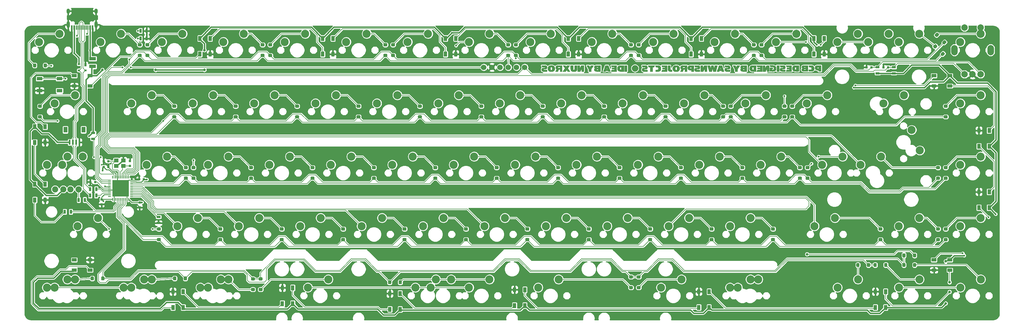
<source format=gbr>
G04 #@! TF.GenerationSoftware,KiCad,Pcbnew,(5.1.10)-1*
G04 #@! TF.CreationDate,2021-11-07T22:26:58+07:00*
G04 #@! TF.ProjectId,averange65,61766572-616e-4676-9536-352e6b696361,rev?*
G04 #@! TF.SameCoordinates,Original*
G04 #@! TF.FileFunction,Copper,L2,Bot*
G04 #@! TF.FilePolarity,Positive*
%FSLAX46Y46*%
G04 Gerber Fmt 4.6, Leading zero omitted, Abs format (unit mm)*
G04 Created by KiCad (PCBNEW (5.1.10)-1) date 2021-11-07 22:26:58*
%MOMM*%
%LPD*%
G01*
G04 APERTURE LIST*
G04 #@! TA.AperFunction,EtchedComponent*
%ADD10C,0.010000*%
G04 #@! TD*
G04 #@! TA.AperFunction,SMDPad,CuDef*
%ADD11R,2.030000X1.140000*%
G04 #@! TD*
G04 #@! TA.AperFunction,ComponentPad*
%ADD12C,1.700000*%
G04 #@! TD*
G04 #@! TA.AperFunction,SMDPad,CuDef*
%ADD13R,1.200000X1.800000*%
G04 #@! TD*
G04 #@! TA.AperFunction,SMDPad,CuDef*
%ADD14R,0.600000X1.550000*%
G04 #@! TD*
G04 #@! TA.AperFunction,SMDPad,CuDef*
%ADD15R,1.400000X1.200000*%
G04 #@! TD*
G04 #@! TA.AperFunction,SMDPad,CuDef*
%ADD16R,1.800000X1.100000*%
G04 #@! TD*
G04 #@! TA.AperFunction,SMDPad,CuDef*
%ADD17R,0.700000X1.000000*%
G04 #@! TD*
G04 #@! TA.AperFunction,SMDPad,CuDef*
%ADD18R,0.700000X0.600000*%
G04 #@! TD*
G04 #@! TA.AperFunction,SMDPad,CuDef*
%ADD19R,0.600000X1.450000*%
G04 #@! TD*
G04 #@! TA.AperFunction,SMDPad,CuDef*
%ADD20R,0.300000X1.450000*%
G04 #@! TD*
G04 #@! TA.AperFunction,ComponentPad*
%ADD21O,1.000000X2.100000*%
G04 #@! TD*
G04 #@! TA.AperFunction,ComponentPad*
%ADD22O,1.000000X1.600000*%
G04 #@! TD*
G04 #@! TA.AperFunction,ComponentPad*
%ADD23C,2.000000*%
G04 #@! TD*
G04 #@! TA.AperFunction,ComponentPad*
%ADD24O,2.000000X3.200000*%
G04 #@! TD*
G04 #@! TA.AperFunction,SMDPad,CuDef*
%ADD25R,1.300000X0.700000*%
G04 #@! TD*
G04 #@! TA.AperFunction,SMDPad,CuDef*
%ADD26R,0.700000X1.300000*%
G04 #@! TD*
G04 #@! TA.AperFunction,SMDPad,CuDef*
%ADD27R,0.800000X0.750000*%
G04 #@! TD*
G04 #@! TA.AperFunction,SMDPad,CuDef*
%ADD28R,0.750000X0.800000*%
G04 #@! TD*
G04 #@! TA.AperFunction,SMDPad,CuDef*
%ADD29R,1.500000X1.000000*%
G04 #@! TD*
G04 #@! TA.AperFunction,SMDPad,CuDef*
%ADD30R,1.000000X1.500000*%
G04 #@! TD*
G04 #@! TA.AperFunction,ComponentPad*
%ADD31C,2.500000*%
G04 #@! TD*
G04 #@! TA.AperFunction,ComponentPad*
%ADD32C,1.905000*%
G04 #@! TD*
G04 #@! TA.AperFunction,SMDPad,CuDef*
%ADD33R,5.150000X5.150000*%
G04 #@! TD*
G04 #@! TA.AperFunction,ViaPad*
%ADD34C,0.600000*%
G04 #@! TD*
G04 #@! TA.AperFunction,ViaPad*
%ADD35C,0.800000*%
G04 #@! TD*
G04 #@! TA.AperFunction,Conductor*
%ADD36C,0.250000*%
G04 #@! TD*
G04 #@! TA.AperFunction,Conductor*
%ADD37C,0.400000*%
G04 #@! TD*
G04 #@! TA.AperFunction,Conductor*
%ADD38C,0.200000*%
G04 #@! TD*
G04 #@! TA.AperFunction,Conductor*
%ADD39C,0.254000*%
G04 #@! TD*
G04 #@! TA.AperFunction,Conductor*
%ADD40C,0.100000*%
G04 #@! TD*
G04 APERTURE END LIST*
D10*
G36*
X229685778Y-17468683D02*
G01*
X229596302Y-17468724D01*
X229511333Y-17468839D01*
X229431312Y-17469025D01*
X229356678Y-17469280D01*
X229287872Y-17469599D01*
X229225333Y-17469980D01*
X229169502Y-17470420D01*
X229120818Y-17470915D01*
X229079722Y-17471463D01*
X229046652Y-17472060D01*
X229022050Y-17472703D01*
X229006354Y-17473390D01*
X229004917Y-17473488D01*
X228913190Y-17482008D01*
X228829919Y-17493707D01*
X228754651Y-17508738D01*
X228686935Y-17527259D01*
X228626317Y-17549424D01*
X228572344Y-17575391D01*
X228524565Y-17605314D01*
X228482525Y-17639350D01*
X228460698Y-17660926D01*
X228430162Y-17697592D01*
X228405729Y-17736702D01*
X228386902Y-17779563D01*
X228373187Y-17827481D01*
X228364088Y-17881762D01*
X228360073Y-17926192D01*
X228359309Y-17975757D01*
X228362965Y-18025917D01*
X228370654Y-18074605D01*
X228381990Y-18119752D01*
X228396586Y-18159292D01*
X228407778Y-18181245D01*
X228435367Y-18219387D01*
X228471196Y-18253640D01*
X228515385Y-18284088D01*
X228568054Y-18310817D01*
X228622183Y-18331552D01*
X228641746Y-18338236D01*
X228657743Y-18343928D01*
X228668223Y-18347922D01*
X228671293Y-18349379D01*
X228668226Y-18351526D01*
X228658225Y-18355175D01*
X228643918Y-18359406D01*
X228577141Y-18381028D01*
X228518325Y-18407514D01*
X228467271Y-18439048D01*
X228423777Y-18475813D01*
X228387644Y-18517994D01*
X228358672Y-18565774D01*
X228336662Y-18619338D01*
X228327706Y-18650309D01*
X228319183Y-18691369D01*
X228313036Y-18735898D01*
X228309528Y-18780730D01*
X228308916Y-18822702D01*
X228310941Y-18854409D01*
X228322273Y-18917474D01*
X228341396Y-18975875D01*
X228368370Y-19029656D01*
X228403255Y-19078863D01*
X228446111Y-19123539D01*
X228496998Y-19163730D01*
X228555975Y-19199478D01*
X228623103Y-19230829D01*
X228698442Y-19257828D01*
X228782051Y-19280518D01*
X228873990Y-19298944D01*
X228920251Y-19306166D01*
X228928850Y-19307301D01*
X228938338Y-19308331D01*
X228949209Y-19309261D01*
X228961953Y-19310099D01*
X228977065Y-19310851D01*
X228995035Y-19311523D01*
X229016356Y-19312123D01*
X229041522Y-19312657D01*
X229071023Y-19313132D01*
X229105353Y-19313553D01*
X229145004Y-19313929D01*
X229190468Y-19314266D01*
X229242237Y-19314569D01*
X229300805Y-19314847D01*
X229366663Y-19315105D01*
X229440303Y-19315350D01*
X229522219Y-19315589D01*
X229612902Y-19315828D01*
X229641870Y-19315901D01*
X230307045Y-19317558D01*
X230304067Y-18890492D01*
X229515269Y-18890492D01*
X229365926Y-18887780D01*
X229317809Y-18886763D01*
X229278195Y-18885591D01*
X229246179Y-18884213D01*
X229220857Y-18882581D01*
X229201326Y-18880645D01*
X229186681Y-18878354D01*
X229183779Y-18877743D01*
X229151818Y-18868411D01*
X229127374Y-18855855D01*
X229108791Y-18838939D01*
X229094412Y-18816523D01*
X229094288Y-18816275D01*
X229088763Y-18804850D01*
X229084909Y-18795044D01*
X229082423Y-18784807D01*
X229081007Y-18772088D01*
X229080360Y-18754839D01*
X229080183Y-18731008D01*
X229080176Y-18719849D01*
X229080265Y-18692907D01*
X229080713Y-18673389D01*
X229081799Y-18659314D01*
X229083797Y-18648699D01*
X229086985Y-18639562D01*
X229091639Y-18629920D01*
X229093101Y-18627127D01*
X229107119Y-18606265D01*
X229125588Y-18589825D01*
X229150342Y-18576438D01*
X229171899Y-18568315D01*
X229180855Y-18565517D01*
X229189904Y-18563259D01*
X229200189Y-18561466D01*
X229212853Y-18560066D01*
X229229039Y-18558984D01*
X229249889Y-18558148D01*
X229276547Y-18557484D01*
X229310154Y-18556919D01*
X229351855Y-18556378D01*
X229358871Y-18556295D01*
X229515269Y-18554449D01*
X229515269Y-18890492D01*
X230304067Y-18890492D01*
X230303919Y-18869361D01*
X230303433Y-18793818D01*
X230302969Y-18710594D01*
X230302535Y-18621418D01*
X230302135Y-18528016D01*
X230301776Y-18432116D01*
X230301464Y-18335444D01*
X230301204Y-18239729D01*
X230301115Y-18198564D01*
X229515269Y-18198564D01*
X229372982Y-18196743D01*
X229332401Y-18196193D01*
X229300030Y-18195638D01*
X229274673Y-18194987D01*
X229255132Y-18194150D01*
X229240211Y-18193037D01*
X229228712Y-18191558D01*
X229219440Y-18189623D01*
X229211196Y-18187141D01*
X229202785Y-18184022D01*
X229202473Y-18183901D01*
X229173162Y-18168295D01*
X229150842Y-18147416D01*
X229136277Y-18122032D01*
X229133881Y-18114877D01*
X229130590Y-18097804D01*
X229128329Y-18074077D01*
X229127337Y-18046416D01*
X229127313Y-18040164D01*
X229127589Y-18016305D01*
X229128584Y-17999292D01*
X229130709Y-17986569D01*
X229134374Y-17975579D01*
X229139407Y-17964904D01*
X229154924Y-17942481D01*
X229172701Y-17928212D01*
X229185576Y-17920695D01*
X229198166Y-17914630D01*
X229211682Y-17909839D01*
X229227337Y-17906147D01*
X229246341Y-17903375D01*
X229269908Y-17901349D01*
X229299248Y-17899890D01*
X229335573Y-17898822D01*
X229380038Y-17897970D01*
X229515269Y-17895748D01*
X229515269Y-18198564D01*
X230301115Y-18198564D01*
X230301002Y-18146697D01*
X230300864Y-18058075D01*
X230300797Y-17975591D01*
X230300790Y-17944914D01*
X230300788Y-17468664D01*
X229685778Y-17468683D01*
G37*
X229685778Y-17468683D02*
X229596302Y-17468724D01*
X229511333Y-17468839D01*
X229431312Y-17469025D01*
X229356678Y-17469280D01*
X229287872Y-17469599D01*
X229225333Y-17469980D01*
X229169502Y-17470420D01*
X229120818Y-17470915D01*
X229079722Y-17471463D01*
X229046652Y-17472060D01*
X229022050Y-17472703D01*
X229006354Y-17473390D01*
X229004917Y-17473488D01*
X228913190Y-17482008D01*
X228829919Y-17493707D01*
X228754651Y-17508738D01*
X228686935Y-17527259D01*
X228626317Y-17549424D01*
X228572344Y-17575391D01*
X228524565Y-17605314D01*
X228482525Y-17639350D01*
X228460698Y-17660926D01*
X228430162Y-17697592D01*
X228405729Y-17736702D01*
X228386902Y-17779563D01*
X228373187Y-17827481D01*
X228364088Y-17881762D01*
X228360073Y-17926192D01*
X228359309Y-17975757D01*
X228362965Y-18025917D01*
X228370654Y-18074605D01*
X228381990Y-18119752D01*
X228396586Y-18159292D01*
X228407778Y-18181245D01*
X228435367Y-18219387D01*
X228471196Y-18253640D01*
X228515385Y-18284088D01*
X228568054Y-18310817D01*
X228622183Y-18331552D01*
X228641746Y-18338236D01*
X228657743Y-18343928D01*
X228668223Y-18347922D01*
X228671293Y-18349379D01*
X228668226Y-18351526D01*
X228658225Y-18355175D01*
X228643918Y-18359406D01*
X228577141Y-18381028D01*
X228518325Y-18407514D01*
X228467271Y-18439048D01*
X228423777Y-18475813D01*
X228387644Y-18517994D01*
X228358672Y-18565774D01*
X228336662Y-18619338D01*
X228327706Y-18650309D01*
X228319183Y-18691369D01*
X228313036Y-18735898D01*
X228309528Y-18780730D01*
X228308916Y-18822702D01*
X228310941Y-18854409D01*
X228322273Y-18917474D01*
X228341396Y-18975875D01*
X228368370Y-19029656D01*
X228403255Y-19078863D01*
X228446111Y-19123539D01*
X228496998Y-19163730D01*
X228555975Y-19199478D01*
X228623103Y-19230829D01*
X228698442Y-19257828D01*
X228782051Y-19280518D01*
X228873990Y-19298944D01*
X228920251Y-19306166D01*
X228928850Y-19307301D01*
X228938338Y-19308331D01*
X228949209Y-19309261D01*
X228961953Y-19310099D01*
X228977065Y-19310851D01*
X228995035Y-19311523D01*
X229016356Y-19312123D01*
X229041522Y-19312657D01*
X229071023Y-19313132D01*
X229105353Y-19313553D01*
X229145004Y-19313929D01*
X229190468Y-19314266D01*
X229242237Y-19314569D01*
X229300805Y-19314847D01*
X229366663Y-19315105D01*
X229440303Y-19315350D01*
X229522219Y-19315589D01*
X229612902Y-19315828D01*
X229641870Y-19315901D01*
X230307045Y-19317558D01*
X230304067Y-18890492D01*
X229515269Y-18890492D01*
X229365926Y-18887780D01*
X229317809Y-18886763D01*
X229278195Y-18885591D01*
X229246179Y-18884213D01*
X229220857Y-18882581D01*
X229201326Y-18880645D01*
X229186681Y-18878354D01*
X229183779Y-18877743D01*
X229151818Y-18868411D01*
X229127374Y-18855855D01*
X229108791Y-18838939D01*
X229094412Y-18816523D01*
X229094288Y-18816275D01*
X229088763Y-18804850D01*
X229084909Y-18795044D01*
X229082423Y-18784807D01*
X229081007Y-18772088D01*
X229080360Y-18754839D01*
X229080183Y-18731008D01*
X229080176Y-18719849D01*
X229080265Y-18692907D01*
X229080713Y-18673389D01*
X229081799Y-18659314D01*
X229083797Y-18648699D01*
X229086985Y-18639562D01*
X229091639Y-18629920D01*
X229093101Y-18627127D01*
X229107119Y-18606265D01*
X229125588Y-18589825D01*
X229150342Y-18576438D01*
X229171899Y-18568315D01*
X229180855Y-18565517D01*
X229189904Y-18563259D01*
X229200189Y-18561466D01*
X229212853Y-18560066D01*
X229229039Y-18558984D01*
X229249889Y-18558148D01*
X229276547Y-18557484D01*
X229310154Y-18556919D01*
X229351855Y-18556378D01*
X229358871Y-18556295D01*
X229515269Y-18554449D01*
X229515269Y-18890492D01*
X230304067Y-18890492D01*
X230303919Y-18869361D01*
X230303433Y-18793818D01*
X230302969Y-18710594D01*
X230302535Y-18621418D01*
X230302135Y-18528016D01*
X230301776Y-18432116D01*
X230301464Y-18335444D01*
X230301204Y-18239729D01*
X230301115Y-18198564D01*
X229515269Y-18198564D01*
X229372982Y-18196743D01*
X229332401Y-18196193D01*
X229300030Y-18195638D01*
X229274673Y-18194987D01*
X229255132Y-18194150D01*
X229240211Y-18193037D01*
X229228712Y-18191558D01*
X229219440Y-18189623D01*
X229211196Y-18187141D01*
X229202785Y-18184022D01*
X229202473Y-18183901D01*
X229173162Y-18168295D01*
X229150842Y-18147416D01*
X229136277Y-18122032D01*
X229133881Y-18114877D01*
X229130590Y-18097804D01*
X229128329Y-18074077D01*
X229127337Y-18046416D01*
X229127313Y-18040164D01*
X229127589Y-18016305D01*
X229128584Y-17999292D01*
X229130709Y-17986569D01*
X229134374Y-17975579D01*
X229139407Y-17964904D01*
X229154924Y-17942481D01*
X229172701Y-17928212D01*
X229185576Y-17920695D01*
X229198166Y-17914630D01*
X229211682Y-17909839D01*
X229227337Y-17906147D01*
X229246341Y-17903375D01*
X229269908Y-17901349D01*
X229299248Y-17899890D01*
X229335573Y-17898822D01*
X229380038Y-17897970D01*
X229515269Y-17895748D01*
X229515269Y-18198564D01*
X230301115Y-18198564D01*
X230301002Y-18146697D01*
X230300864Y-18058075D01*
X230300797Y-17975591D01*
X230300790Y-17944914D01*
X230300788Y-17468664D01*
X229685778Y-17468683D01*
G36*
X230500446Y-17476403D02*
G01*
X230502728Y-17482989D01*
X230508173Y-17497484D01*
X230516460Y-17519061D01*
X230527265Y-17546891D01*
X230540264Y-17580146D01*
X230555134Y-17617999D01*
X230571552Y-17659622D01*
X230589195Y-17704187D01*
X230602405Y-17737459D01*
X230701241Y-17986071D01*
X230881758Y-17986071D01*
X230947219Y-17986294D01*
X231004108Y-17986993D01*
X231053250Y-17988217D01*
X231095469Y-17990012D01*
X231131591Y-17992425D01*
X231162442Y-17995505D01*
X231188846Y-17999298D01*
X231211628Y-18003852D01*
X231217717Y-18005332D01*
X231261622Y-18019648D01*
X231299191Y-18039034D01*
X231330853Y-18064054D01*
X231357039Y-18095272D01*
X231378179Y-18133249D01*
X231394704Y-18178551D01*
X231407044Y-18231741D01*
X231411416Y-18258886D01*
X231413804Y-18282267D01*
X231415542Y-18312815D01*
X231416633Y-18348312D01*
X231417075Y-18386539D01*
X231416870Y-18425278D01*
X231416018Y-18462312D01*
X231414521Y-18495422D01*
X231412378Y-18522390D01*
X231411341Y-18530955D01*
X231401900Y-18583483D01*
X231389034Y-18628218D01*
X231372295Y-18666292D01*
X231351235Y-18698835D01*
X231339344Y-18712951D01*
X231316201Y-18735108D01*
X231290610Y-18752916D01*
X231260885Y-18767169D01*
X231225339Y-18778661D01*
X231182286Y-18788187D01*
X231178028Y-18788967D01*
X231167505Y-18790627D01*
X231155112Y-18792064D01*
X231140073Y-18793300D01*
X231121607Y-18794359D01*
X231098938Y-18795264D01*
X231071287Y-18796037D01*
X231037875Y-18796702D01*
X230997924Y-18797282D01*
X230950656Y-18797799D01*
X230895291Y-18798278D01*
X230852297Y-18798594D01*
X230568899Y-18800574D01*
X230568899Y-19317219D01*
X230972241Y-19316397D01*
X231033531Y-19316255D01*
X231092476Y-19316083D01*
X231148349Y-19315887D01*
X231200421Y-19315670D01*
X231247963Y-19315437D01*
X231290247Y-19315191D01*
X231326545Y-19314937D01*
X231356128Y-19314678D01*
X231378268Y-19314420D01*
X231392237Y-19314166D01*
X231396751Y-19313993D01*
X231426076Y-19311071D01*
X231461424Y-19306418D01*
X231499790Y-19300529D01*
X231538169Y-19293898D01*
X231573556Y-19287017D01*
X231602946Y-19280381D01*
X231606022Y-19279601D01*
X231693763Y-19252870D01*
X231774723Y-19219645D01*
X231848987Y-19179861D01*
X231916642Y-19133456D01*
X231977771Y-19080366D01*
X232032459Y-19020527D01*
X232080793Y-18953877D01*
X232110804Y-18903293D01*
X232142535Y-18836669D01*
X232169129Y-18763286D01*
X232190479Y-18684335D01*
X232206480Y-18601007D01*
X232217025Y-18514491D01*
X232222007Y-18425979D01*
X232221320Y-18336662D01*
X232214858Y-18247729D01*
X232202514Y-18160372D01*
X232184625Y-18077507D01*
X232160840Y-17997471D01*
X232132168Y-17924757D01*
X232098045Y-17858336D01*
X232057905Y-17797174D01*
X232011184Y-17740240D01*
X231985136Y-17712992D01*
X231924785Y-17658908D01*
X231859014Y-17611716D01*
X231787502Y-17571267D01*
X231709928Y-17537412D01*
X231625972Y-17510001D01*
X231535313Y-17488886D01*
X231486121Y-17480451D01*
X231460560Y-17477417D01*
X231425779Y-17474696D01*
X231381760Y-17472290D01*
X231328480Y-17470196D01*
X231265920Y-17468415D01*
X231194060Y-17466946D01*
X231112878Y-17465789D01*
X231022354Y-17464943D01*
X230922469Y-17464407D01*
X230816509Y-17464184D01*
X230497323Y-17463960D01*
X230500446Y-17476403D01*
G37*
X230500446Y-17476403D02*
X230502728Y-17482989D01*
X230508173Y-17497484D01*
X230516460Y-17519061D01*
X230527265Y-17546891D01*
X230540264Y-17580146D01*
X230555134Y-17617999D01*
X230571552Y-17659622D01*
X230589195Y-17704187D01*
X230602405Y-17737459D01*
X230701241Y-17986071D01*
X230881758Y-17986071D01*
X230947219Y-17986294D01*
X231004108Y-17986993D01*
X231053250Y-17988217D01*
X231095469Y-17990012D01*
X231131591Y-17992425D01*
X231162442Y-17995505D01*
X231188846Y-17999298D01*
X231211628Y-18003852D01*
X231217717Y-18005332D01*
X231261622Y-18019648D01*
X231299191Y-18039034D01*
X231330853Y-18064054D01*
X231357039Y-18095272D01*
X231378179Y-18133249D01*
X231394704Y-18178551D01*
X231407044Y-18231741D01*
X231411416Y-18258886D01*
X231413804Y-18282267D01*
X231415542Y-18312815D01*
X231416633Y-18348312D01*
X231417075Y-18386539D01*
X231416870Y-18425278D01*
X231416018Y-18462312D01*
X231414521Y-18495422D01*
X231412378Y-18522390D01*
X231411341Y-18530955D01*
X231401900Y-18583483D01*
X231389034Y-18628218D01*
X231372295Y-18666292D01*
X231351235Y-18698835D01*
X231339344Y-18712951D01*
X231316201Y-18735108D01*
X231290610Y-18752916D01*
X231260885Y-18767169D01*
X231225339Y-18778661D01*
X231182286Y-18788187D01*
X231178028Y-18788967D01*
X231167505Y-18790627D01*
X231155112Y-18792064D01*
X231140073Y-18793300D01*
X231121607Y-18794359D01*
X231098938Y-18795264D01*
X231071287Y-18796037D01*
X231037875Y-18796702D01*
X230997924Y-18797282D01*
X230950656Y-18797799D01*
X230895291Y-18798278D01*
X230852297Y-18798594D01*
X230568899Y-18800574D01*
X230568899Y-19317219D01*
X230972241Y-19316397D01*
X231033531Y-19316255D01*
X231092476Y-19316083D01*
X231148349Y-19315887D01*
X231200421Y-19315670D01*
X231247963Y-19315437D01*
X231290247Y-19315191D01*
X231326545Y-19314937D01*
X231356128Y-19314678D01*
X231378268Y-19314420D01*
X231392237Y-19314166D01*
X231396751Y-19313993D01*
X231426076Y-19311071D01*
X231461424Y-19306418D01*
X231499790Y-19300529D01*
X231538169Y-19293898D01*
X231573556Y-19287017D01*
X231602946Y-19280381D01*
X231606022Y-19279601D01*
X231693763Y-19252870D01*
X231774723Y-19219645D01*
X231848987Y-19179861D01*
X231916642Y-19133456D01*
X231977771Y-19080366D01*
X232032459Y-19020527D01*
X232080793Y-18953877D01*
X232110804Y-18903293D01*
X232142535Y-18836669D01*
X232169129Y-18763286D01*
X232190479Y-18684335D01*
X232206480Y-18601007D01*
X232217025Y-18514491D01*
X232222007Y-18425979D01*
X232221320Y-18336662D01*
X232214858Y-18247729D01*
X232202514Y-18160372D01*
X232184625Y-18077507D01*
X232160840Y-17997471D01*
X232132168Y-17924757D01*
X232098045Y-17858336D01*
X232057905Y-17797174D01*
X232011184Y-17740240D01*
X231985136Y-17712992D01*
X231924785Y-17658908D01*
X231859014Y-17611716D01*
X231787502Y-17571267D01*
X231709928Y-17537412D01*
X231625972Y-17510001D01*
X231535313Y-17488886D01*
X231486121Y-17480451D01*
X231460560Y-17477417D01*
X231425779Y-17474696D01*
X231381760Y-17472290D01*
X231328480Y-17470196D01*
X231265920Y-17468415D01*
X231194060Y-17466946D01*
X231112878Y-17465789D01*
X231022354Y-17464943D01*
X230922469Y-17464407D01*
X230816509Y-17464184D01*
X230497323Y-17463960D01*
X230500446Y-17476403D01*
G36*
X233801519Y-17465305D02*
G01*
X233708932Y-17465665D01*
X233625180Y-17466039D01*
X233549691Y-17466448D01*
X233481893Y-17466916D01*
X233421214Y-17467466D01*
X233367082Y-17468119D01*
X233318924Y-17468900D01*
X233276169Y-17469830D01*
X233238244Y-17470933D01*
X233204577Y-17472231D01*
X233174596Y-17473747D01*
X233147729Y-17475504D01*
X233123404Y-17477525D01*
X233101049Y-17479832D01*
X233080090Y-17482449D01*
X233059958Y-17485398D01*
X233040078Y-17488701D01*
X233019879Y-17492382D01*
X232998790Y-17496464D01*
X232993658Y-17497481D01*
X232907487Y-17517941D01*
X232829097Y-17543606D01*
X232758330Y-17574631D01*
X232695029Y-17611170D01*
X232639038Y-17653378D01*
X232590200Y-17701411D01*
X232548358Y-17755423D01*
X232513355Y-17815569D01*
X232485034Y-17882004D01*
X232463239Y-17954882D01*
X232447812Y-18034359D01*
X232447458Y-18036765D01*
X232443915Y-18069219D01*
X232441517Y-18108429D01*
X232440264Y-18151811D01*
X232440156Y-18196785D01*
X232441191Y-18240767D01*
X232443369Y-18281176D01*
X232446688Y-18315430D01*
X232447556Y-18321780D01*
X232463352Y-18404700D01*
X232485674Y-18480997D01*
X232514683Y-18550853D01*
X232550538Y-18614450D01*
X232593398Y-18671967D01*
X232643424Y-18723588D01*
X232700774Y-18769493D01*
X232765609Y-18809863D01*
X232838087Y-18844881D01*
X232918368Y-18874726D01*
X232939938Y-18881480D01*
X232987795Y-18894954D01*
X233035723Y-18906323D01*
X233085018Y-18915745D01*
X233136975Y-18923382D01*
X233192889Y-18929392D01*
X233254055Y-18933934D01*
X233321767Y-18937168D01*
X233397321Y-18939254D01*
X233411112Y-18939507D01*
X233574565Y-18942311D01*
X233574565Y-19317219D01*
X234360084Y-19317219D01*
X234360084Y-18202294D01*
X233574565Y-18202294D01*
X233574565Y-18423516D01*
X233493426Y-18423394D01*
X233462265Y-18423067D01*
X233430189Y-18422245D01*
X233400144Y-18421037D01*
X233375074Y-18419548D01*
X233365251Y-18418726D01*
X233324668Y-18412473D01*
X233291774Y-18401885D01*
X233265572Y-18386234D01*
X233245064Y-18364792D01*
X233229251Y-18336832D01*
X233220526Y-18313261D01*
X233216495Y-18299174D01*
X233213642Y-18285462D01*
X233211774Y-18270063D01*
X233210696Y-18250915D01*
X233210217Y-18225956D01*
X233210134Y-18202441D01*
X233210575Y-18168526D01*
X233211822Y-18138559D01*
X233213768Y-18114360D01*
X233216287Y-18097831D01*
X233226625Y-18068448D01*
X233242884Y-18041451D01*
X233263155Y-18019764D01*
X233271176Y-18013746D01*
X233284653Y-18005543D01*
X233298681Y-17998968D01*
X233314592Y-17993780D01*
X233333719Y-17989734D01*
X233357395Y-17986590D01*
X233386951Y-17984102D01*
X233423720Y-17982030D01*
X233451981Y-17980796D01*
X233483482Y-17979630D01*
X233512003Y-17978779D01*
X233536147Y-17978268D01*
X233554517Y-17978122D01*
X233565715Y-17978366D01*
X233568398Y-17978705D01*
X233569877Y-17980894D01*
X233571113Y-17986693D01*
X233572125Y-17996803D01*
X233572931Y-18011926D01*
X233573551Y-18032764D01*
X233574005Y-18060017D01*
X233574312Y-18094386D01*
X233574492Y-18136573D01*
X233574562Y-18187280D01*
X233574565Y-18202294D01*
X234360084Y-18202294D01*
X234360084Y-17463227D01*
X233801519Y-17465305D01*
G37*
X233801519Y-17465305D02*
X233708932Y-17465665D01*
X233625180Y-17466039D01*
X233549691Y-17466448D01*
X233481893Y-17466916D01*
X233421214Y-17467466D01*
X233367082Y-17468119D01*
X233318924Y-17468900D01*
X233276169Y-17469830D01*
X233238244Y-17470933D01*
X233204577Y-17472231D01*
X233174596Y-17473747D01*
X233147729Y-17475504D01*
X233123404Y-17477525D01*
X233101049Y-17479832D01*
X233080090Y-17482449D01*
X233059958Y-17485398D01*
X233040078Y-17488701D01*
X233019879Y-17492382D01*
X232998790Y-17496464D01*
X232993658Y-17497481D01*
X232907487Y-17517941D01*
X232829097Y-17543606D01*
X232758330Y-17574631D01*
X232695029Y-17611170D01*
X232639038Y-17653378D01*
X232590200Y-17701411D01*
X232548358Y-17755423D01*
X232513355Y-17815569D01*
X232485034Y-17882004D01*
X232463239Y-17954882D01*
X232447812Y-18034359D01*
X232447458Y-18036765D01*
X232443915Y-18069219D01*
X232441517Y-18108429D01*
X232440264Y-18151811D01*
X232440156Y-18196785D01*
X232441191Y-18240767D01*
X232443369Y-18281176D01*
X232446688Y-18315430D01*
X232447556Y-18321780D01*
X232463352Y-18404700D01*
X232485674Y-18480997D01*
X232514683Y-18550853D01*
X232550538Y-18614450D01*
X232593398Y-18671967D01*
X232643424Y-18723588D01*
X232700774Y-18769493D01*
X232765609Y-18809863D01*
X232838087Y-18844881D01*
X232918368Y-18874726D01*
X232939938Y-18881480D01*
X232987795Y-18894954D01*
X233035723Y-18906323D01*
X233085018Y-18915745D01*
X233136975Y-18923382D01*
X233192889Y-18929392D01*
X233254055Y-18933934D01*
X233321767Y-18937168D01*
X233397321Y-18939254D01*
X233411112Y-18939507D01*
X233574565Y-18942311D01*
X233574565Y-19317219D01*
X234360084Y-19317219D01*
X234360084Y-18202294D01*
X233574565Y-18202294D01*
X233574565Y-18423516D01*
X233493426Y-18423394D01*
X233462265Y-18423067D01*
X233430189Y-18422245D01*
X233400144Y-18421037D01*
X233375074Y-18419548D01*
X233365251Y-18418726D01*
X233324668Y-18412473D01*
X233291774Y-18401885D01*
X233265572Y-18386234D01*
X233245064Y-18364792D01*
X233229251Y-18336832D01*
X233220526Y-18313261D01*
X233216495Y-18299174D01*
X233213642Y-18285462D01*
X233211774Y-18270063D01*
X233210696Y-18250915D01*
X233210217Y-18225956D01*
X233210134Y-18202441D01*
X233210575Y-18168526D01*
X233211822Y-18138559D01*
X233213768Y-18114360D01*
X233216287Y-18097831D01*
X233226625Y-18068448D01*
X233242884Y-18041451D01*
X233263155Y-18019764D01*
X233271176Y-18013746D01*
X233284653Y-18005543D01*
X233298681Y-17998968D01*
X233314592Y-17993780D01*
X233333719Y-17989734D01*
X233357395Y-17986590D01*
X233386951Y-17984102D01*
X233423720Y-17982030D01*
X233451981Y-17980796D01*
X233483482Y-17979630D01*
X233512003Y-17978779D01*
X233536147Y-17978268D01*
X233554517Y-17978122D01*
X233565715Y-17978366D01*
X233568398Y-17978705D01*
X233569877Y-17980894D01*
X233571113Y-17986693D01*
X233572125Y-17996803D01*
X233572931Y-18011926D01*
X233573551Y-18032764D01*
X233574005Y-18060017D01*
X233574312Y-18094386D01*
X233574492Y-18136573D01*
X233574562Y-18187280D01*
X233574565Y-18202294D01*
X234360084Y-18202294D01*
X234360084Y-17463227D01*
X233801519Y-17465305D01*
G36*
X218497116Y-17532801D02*
G01*
X218507978Y-17560299D01*
X218521507Y-17594515D01*
X218536900Y-17633419D01*
X218553355Y-17674986D01*
X218570069Y-17717187D01*
X218586240Y-17757996D01*
X218589948Y-17767349D01*
X218647757Y-17913164D01*
X218983874Y-17915893D01*
X219050417Y-17916460D01*
X219108256Y-17917019D01*
X219158096Y-17917589D01*
X219200639Y-17918191D01*
X219236590Y-17918842D01*
X219266652Y-17919563D01*
X219291529Y-17920374D01*
X219311925Y-17921293D01*
X219328544Y-17922341D01*
X219342088Y-17923536D01*
X219353263Y-17924899D01*
X219362325Y-17926366D01*
X219426609Y-17940449D01*
X219482884Y-17957893D01*
X219532080Y-17979129D01*
X219575128Y-18004591D01*
X219612959Y-18034711D01*
X219628798Y-18050180D01*
X219662483Y-18090701D01*
X219689793Y-18135940D01*
X219710967Y-18186554D01*
X219726241Y-18243197D01*
X219735854Y-18306526D01*
X219739347Y-18355312D01*
X219739400Y-18430742D01*
X219732851Y-18500183D01*
X219719774Y-18563470D01*
X219700245Y-18620438D01*
X219674338Y-18670922D01*
X219642129Y-18714758D01*
X219603692Y-18751780D01*
X219559102Y-18781824D01*
X219541065Y-18791135D01*
X219517206Y-18802058D01*
X219495350Y-18810734D01*
X219473889Y-18817447D01*
X219451217Y-18822479D01*
X219425725Y-18826114D01*
X219395807Y-18828634D01*
X219359854Y-18830324D01*
X219316260Y-18831465D01*
X219311579Y-18831557D01*
X219277420Y-18832056D01*
X219244620Y-18832246D01*
X219214922Y-18832138D01*
X219190068Y-18831746D01*
X219171803Y-18831080D01*
X219164588Y-18830540D01*
X219134195Y-18827285D01*
X219134195Y-18574034D01*
X219374084Y-18574034D01*
X219374084Y-18216553D01*
X218461565Y-18216553D01*
X218461565Y-19297727D01*
X218486260Y-19300324D01*
X218509222Y-19302269D01*
X218540613Y-19304218D01*
X218579452Y-19306151D01*
X218624762Y-19308048D01*
X218675562Y-19309889D01*
X218730875Y-19311655D01*
X218789720Y-19313325D01*
X218851118Y-19314881D01*
X218914091Y-19316301D01*
X218977660Y-19317566D01*
X219040844Y-19318657D01*
X219102665Y-19319553D01*
X219162145Y-19320235D01*
X219218303Y-19320683D01*
X219270161Y-19320876D01*
X219316740Y-19320796D01*
X219357060Y-19320423D01*
X219390142Y-19319735D01*
X219409362Y-19319015D01*
X219483534Y-19315006D01*
X219549441Y-19310472D01*
X219608218Y-19305242D01*
X219660999Y-19299145D01*
X219708919Y-19292009D01*
X219753115Y-19283662D01*
X219794720Y-19273934D01*
X219834870Y-19262652D01*
X219874700Y-19249645D01*
X219879293Y-19248037D01*
X219960832Y-19215359D01*
X220035057Y-19177257D01*
X220102118Y-19133531D01*
X220162168Y-19083982D01*
X220215358Y-19028412D01*
X220261840Y-18966622D01*
X220301764Y-18898411D01*
X220335284Y-18823582D01*
X220362549Y-18741935D01*
X220383712Y-18653271D01*
X220397709Y-18566978D01*
X220401361Y-18530425D01*
X220403924Y-18486934D01*
X220405398Y-18438911D01*
X220405785Y-18388765D01*
X220405083Y-18338900D01*
X220403295Y-18291724D01*
X220400419Y-18249643D01*
X220397645Y-18223608D01*
X220381645Y-18128000D01*
X220359174Y-18039100D01*
X220330249Y-17956945D01*
X220294885Y-17881573D01*
X220253099Y-17813020D01*
X220204907Y-17751325D01*
X220180954Y-17725625D01*
X220119406Y-17669779D01*
X220050964Y-17620128D01*
X219975926Y-17576803D01*
X219894589Y-17539936D01*
X219807251Y-17509657D01*
X219714211Y-17486098D01*
X219615766Y-17469390D01*
X219592402Y-17466531D01*
X219566133Y-17463701D01*
X219539328Y-17461167D01*
X219511315Y-17458907D01*
X219481426Y-17456904D01*
X219448991Y-17455136D01*
X219413339Y-17453585D01*
X219373801Y-17452230D01*
X219329707Y-17451053D01*
X219280387Y-17450032D01*
X219225171Y-17449150D01*
X219163390Y-17448385D01*
X219094373Y-17447719D01*
X219017451Y-17447131D01*
X218931954Y-17446602D01*
X218909857Y-17446480D01*
X218462094Y-17444069D01*
X218497116Y-17532801D01*
G37*
X218497116Y-17532801D02*
X218507978Y-17560299D01*
X218521507Y-17594515D01*
X218536900Y-17633419D01*
X218553355Y-17674986D01*
X218570069Y-17717187D01*
X218586240Y-17757996D01*
X218589948Y-17767349D01*
X218647757Y-17913164D01*
X218983874Y-17915893D01*
X219050417Y-17916460D01*
X219108256Y-17917019D01*
X219158096Y-17917589D01*
X219200639Y-17918191D01*
X219236590Y-17918842D01*
X219266652Y-17919563D01*
X219291529Y-17920374D01*
X219311925Y-17921293D01*
X219328544Y-17922341D01*
X219342088Y-17923536D01*
X219353263Y-17924899D01*
X219362325Y-17926366D01*
X219426609Y-17940449D01*
X219482884Y-17957893D01*
X219532080Y-17979129D01*
X219575128Y-18004591D01*
X219612959Y-18034711D01*
X219628798Y-18050180D01*
X219662483Y-18090701D01*
X219689793Y-18135940D01*
X219710967Y-18186554D01*
X219726241Y-18243197D01*
X219735854Y-18306526D01*
X219739347Y-18355312D01*
X219739400Y-18430742D01*
X219732851Y-18500183D01*
X219719774Y-18563470D01*
X219700245Y-18620438D01*
X219674338Y-18670922D01*
X219642129Y-18714758D01*
X219603692Y-18751780D01*
X219559102Y-18781824D01*
X219541065Y-18791135D01*
X219517206Y-18802058D01*
X219495350Y-18810734D01*
X219473889Y-18817447D01*
X219451217Y-18822479D01*
X219425725Y-18826114D01*
X219395807Y-18828634D01*
X219359854Y-18830324D01*
X219316260Y-18831465D01*
X219311579Y-18831557D01*
X219277420Y-18832056D01*
X219244620Y-18832246D01*
X219214922Y-18832138D01*
X219190068Y-18831746D01*
X219171803Y-18831080D01*
X219164588Y-18830540D01*
X219134195Y-18827285D01*
X219134195Y-18574034D01*
X219374084Y-18574034D01*
X219374084Y-18216553D01*
X218461565Y-18216553D01*
X218461565Y-19297727D01*
X218486260Y-19300324D01*
X218509222Y-19302269D01*
X218540613Y-19304218D01*
X218579452Y-19306151D01*
X218624762Y-19308048D01*
X218675562Y-19309889D01*
X218730875Y-19311655D01*
X218789720Y-19313325D01*
X218851118Y-19314881D01*
X218914091Y-19316301D01*
X218977660Y-19317566D01*
X219040844Y-19318657D01*
X219102665Y-19319553D01*
X219162145Y-19320235D01*
X219218303Y-19320683D01*
X219270161Y-19320876D01*
X219316740Y-19320796D01*
X219357060Y-19320423D01*
X219390142Y-19319735D01*
X219409362Y-19319015D01*
X219483534Y-19315006D01*
X219549441Y-19310472D01*
X219608218Y-19305242D01*
X219660999Y-19299145D01*
X219708919Y-19292009D01*
X219753115Y-19283662D01*
X219794720Y-19273934D01*
X219834870Y-19262652D01*
X219874700Y-19249645D01*
X219879293Y-19248037D01*
X219960832Y-19215359D01*
X220035057Y-19177257D01*
X220102118Y-19133531D01*
X220162168Y-19083982D01*
X220215358Y-19028412D01*
X220261840Y-18966622D01*
X220301764Y-18898411D01*
X220335284Y-18823582D01*
X220362549Y-18741935D01*
X220383712Y-18653271D01*
X220397709Y-18566978D01*
X220401361Y-18530425D01*
X220403924Y-18486934D01*
X220405398Y-18438911D01*
X220405785Y-18388765D01*
X220405083Y-18338900D01*
X220403295Y-18291724D01*
X220400419Y-18249643D01*
X220397645Y-18223608D01*
X220381645Y-18128000D01*
X220359174Y-18039100D01*
X220330249Y-17956945D01*
X220294885Y-17881573D01*
X220253099Y-17813020D01*
X220204907Y-17751325D01*
X220180954Y-17725625D01*
X220119406Y-17669779D01*
X220050964Y-17620128D01*
X219975926Y-17576803D01*
X219894589Y-17539936D01*
X219807251Y-17509657D01*
X219714211Y-17486098D01*
X219615766Y-17469390D01*
X219592402Y-17466531D01*
X219566133Y-17463701D01*
X219539328Y-17461167D01*
X219511315Y-17458907D01*
X219481426Y-17456904D01*
X219448991Y-17455136D01*
X219413339Y-17453585D01*
X219373801Y-17452230D01*
X219329707Y-17451053D01*
X219280387Y-17450032D01*
X219225171Y-17449150D01*
X219163390Y-17448385D01*
X219094373Y-17447719D01*
X219017451Y-17447131D01*
X218931954Y-17446602D01*
X218909857Y-17446480D01*
X218462094Y-17444069D01*
X218497116Y-17532801D01*
G36*
X220611158Y-19321923D02*
G01*
X221391973Y-19321923D01*
X221391973Y-17468664D01*
X220611158Y-17468664D01*
X220611158Y-19321923D01*
G37*
X220611158Y-19321923D02*
X221391973Y-19321923D01*
X221391973Y-17468664D01*
X220611158Y-17468664D01*
X220611158Y-19321923D01*
G36*
X221665670Y-17648427D02*
G01*
X221682857Y-17691762D01*
X221700100Y-17735291D01*
X221716841Y-17777599D01*
X221732520Y-17817268D01*
X221746578Y-17852882D01*
X221758453Y-17883027D01*
X221767588Y-17906284D01*
X221769778Y-17911880D01*
X221798693Y-17985856D01*
X222175064Y-17987140D01*
X222243403Y-17987378D01*
X222302968Y-17987608D01*
X222354394Y-17987845D01*
X222398315Y-17988109D01*
X222435366Y-17988416D01*
X222466180Y-17988784D01*
X222491392Y-17989229D01*
X222511636Y-17989771D01*
X222527547Y-17990424D01*
X222539757Y-17991208D01*
X222548903Y-17992140D01*
X222555617Y-17993236D01*
X222560534Y-17994515D01*
X222564289Y-17995993D01*
X222567514Y-17997689D01*
X222567899Y-17997909D01*
X222584355Y-18011277D01*
X222596402Y-18030356D01*
X222604405Y-18056080D01*
X222608731Y-18089382D01*
X222609470Y-18103722D01*
X222609592Y-18137881D01*
X222607076Y-18164521D01*
X222601624Y-18185239D01*
X222592939Y-18201626D01*
X222590612Y-18204749D01*
X222585769Y-18210747D01*
X222580919Y-18215824D01*
X222575267Y-18220067D01*
X222568023Y-18223565D01*
X222558392Y-18226404D01*
X222545582Y-18228673D01*
X222528799Y-18230458D01*
X222507252Y-18231847D01*
X222480147Y-18232928D01*
X222446691Y-18233788D01*
X222406092Y-18234515D01*
X222357557Y-18235196D01*
X222309195Y-18235807D01*
X222250368Y-18236599D01*
X222199937Y-18237436D01*
X222156890Y-18238379D01*
X222120218Y-18239489D01*
X222088907Y-18240827D01*
X222061947Y-18242456D01*
X222038327Y-18244435D01*
X222017035Y-18246828D01*
X221997060Y-18249694D01*
X221977390Y-18253095D01*
X221957015Y-18257093D01*
X221956554Y-18257188D01*
X221887766Y-18274849D01*
X221826489Y-18298138D01*
X221772589Y-18327203D01*
X221725930Y-18362191D01*
X221686376Y-18403251D01*
X221653793Y-18450530D01*
X221628045Y-18504177D01*
X221608997Y-18564339D01*
X221596513Y-18631165D01*
X221593881Y-18653997D01*
X221590689Y-18718133D01*
X221593239Y-18784844D01*
X221601159Y-18852380D01*
X221614073Y-18918989D01*
X221631609Y-18982920D01*
X221653394Y-19042423D01*
X221679053Y-19095746D01*
X221693183Y-19119488D01*
X221724570Y-19160674D01*
X221763891Y-19199519D01*
X221809772Y-19235057D01*
X221860840Y-19266316D01*
X221915721Y-19292327D01*
X221961121Y-19308606D01*
X221996399Y-19319476D01*
X222634926Y-19320798D01*
X223273454Y-19322119D01*
X223273454Y-18842145D01*
X222863056Y-18842001D01*
X222782292Y-18841949D01*
X222710364Y-18841838D01*
X222646699Y-18841645D01*
X222590726Y-18841347D01*
X222541873Y-18840920D01*
X222499568Y-18840342D01*
X222463238Y-18839589D01*
X222432313Y-18838638D01*
X222406220Y-18837466D01*
X222384387Y-18836051D01*
X222366243Y-18834368D01*
X222351215Y-18832395D01*
X222338731Y-18830109D01*
X222328221Y-18827487D01*
X222319111Y-18824504D01*
X222310831Y-18821140D01*
X222307328Y-18819544D01*
X222280091Y-18803218D01*
X222260795Y-18783019D01*
X222248977Y-18758084D01*
X222244170Y-18727551D01*
X222244670Y-18703159D01*
X222248140Y-18676446D01*
X222254642Y-18656144D01*
X222265320Y-18639449D01*
X222274673Y-18629552D01*
X222283620Y-18621884D01*
X222293588Y-18615346D01*
X222305357Y-18609849D01*
X222319710Y-18605307D01*
X222337428Y-18601633D01*
X222359294Y-18598738D01*
X222386088Y-18596535D01*
X222418593Y-18594938D01*
X222457590Y-18593859D01*
X222503861Y-18593211D01*
X222558187Y-18592905D01*
X222603176Y-18592849D01*
X222647666Y-18592735D01*
X222690677Y-18592410D01*
X222730982Y-18591899D01*
X222767352Y-18591226D01*
X222798559Y-18590416D01*
X222823375Y-18589493D01*
X222840570Y-18588482D01*
X222845541Y-18588000D01*
X222906221Y-18577635D01*
X222965003Y-18561837D01*
X223019798Y-18541315D01*
X223068515Y-18516775D01*
X223083680Y-18507409D01*
X223134467Y-18468894D01*
X223178158Y-18424276D01*
X223214765Y-18373532D01*
X223244299Y-18316638D01*
X223266769Y-18253573D01*
X223282186Y-18184312D01*
X223290562Y-18108832D01*
X223292241Y-18052631D01*
X223289794Y-17981313D01*
X223282247Y-17917041D01*
X223269206Y-17858713D01*
X223250276Y-17805231D01*
X223225064Y-17755493D01*
X223193175Y-17708400D01*
X223154214Y-17662850D01*
X223151607Y-17660104D01*
X223111134Y-17621729D01*
X223065382Y-17585279D01*
X223016415Y-17552068D01*
X222966300Y-17523412D01*
X222917104Y-17500623D01*
X222880695Y-17487767D01*
X222868410Y-17484057D01*
X222857449Y-17480721D01*
X222847278Y-17477738D01*
X222837360Y-17475088D01*
X222827158Y-17472750D01*
X222816138Y-17470701D01*
X222803761Y-17468922D01*
X222789493Y-17467392D01*
X222772798Y-17466088D01*
X222753139Y-17464991D01*
X222729979Y-17464078D01*
X222702784Y-17463330D01*
X222671017Y-17462724D01*
X222634141Y-17462241D01*
X222591622Y-17461858D01*
X222542921Y-17461555D01*
X222487505Y-17461311D01*
X222424835Y-17461105D01*
X222354377Y-17460915D01*
X222275594Y-17460721D01*
X222187949Y-17460501D01*
X222186197Y-17460497D01*
X221590477Y-17458949D01*
X221665670Y-17648427D01*
G37*
X221665670Y-17648427D02*
X221682857Y-17691762D01*
X221700100Y-17735291D01*
X221716841Y-17777599D01*
X221732520Y-17817268D01*
X221746578Y-17852882D01*
X221758453Y-17883027D01*
X221767588Y-17906284D01*
X221769778Y-17911880D01*
X221798693Y-17985856D01*
X222175064Y-17987140D01*
X222243403Y-17987378D01*
X222302968Y-17987608D01*
X222354394Y-17987845D01*
X222398315Y-17988109D01*
X222435366Y-17988416D01*
X222466180Y-17988784D01*
X222491392Y-17989229D01*
X222511636Y-17989771D01*
X222527547Y-17990424D01*
X222539757Y-17991208D01*
X222548903Y-17992140D01*
X222555617Y-17993236D01*
X222560534Y-17994515D01*
X222564289Y-17995993D01*
X222567514Y-17997689D01*
X222567899Y-17997909D01*
X222584355Y-18011277D01*
X222596402Y-18030356D01*
X222604405Y-18056080D01*
X222608731Y-18089382D01*
X222609470Y-18103722D01*
X222609592Y-18137881D01*
X222607076Y-18164521D01*
X222601624Y-18185239D01*
X222592939Y-18201626D01*
X222590612Y-18204749D01*
X222585769Y-18210747D01*
X222580919Y-18215824D01*
X222575267Y-18220067D01*
X222568023Y-18223565D01*
X222558392Y-18226404D01*
X222545582Y-18228673D01*
X222528799Y-18230458D01*
X222507252Y-18231847D01*
X222480147Y-18232928D01*
X222446691Y-18233788D01*
X222406092Y-18234515D01*
X222357557Y-18235196D01*
X222309195Y-18235807D01*
X222250368Y-18236599D01*
X222199937Y-18237436D01*
X222156890Y-18238379D01*
X222120218Y-18239489D01*
X222088907Y-18240827D01*
X222061947Y-18242456D01*
X222038327Y-18244435D01*
X222017035Y-18246828D01*
X221997060Y-18249694D01*
X221977390Y-18253095D01*
X221957015Y-18257093D01*
X221956554Y-18257188D01*
X221887766Y-18274849D01*
X221826489Y-18298138D01*
X221772589Y-18327203D01*
X221725930Y-18362191D01*
X221686376Y-18403251D01*
X221653793Y-18450530D01*
X221628045Y-18504177D01*
X221608997Y-18564339D01*
X221596513Y-18631165D01*
X221593881Y-18653997D01*
X221590689Y-18718133D01*
X221593239Y-18784844D01*
X221601159Y-18852380D01*
X221614073Y-18918989D01*
X221631609Y-18982920D01*
X221653394Y-19042423D01*
X221679053Y-19095746D01*
X221693183Y-19119488D01*
X221724570Y-19160674D01*
X221763891Y-19199519D01*
X221809772Y-19235057D01*
X221860840Y-19266316D01*
X221915721Y-19292327D01*
X221961121Y-19308606D01*
X221996399Y-19319476D01*
X222634926Y-19320798D01*
X223273454Y-19322119D01*
X223273454Y-18842145D01*
X222863056Y-18842001D01*
X222782292Y-18841949D01*
X222710364Y-18841838D01*
X222646699Y-18841645D01*
X222590726Y-18841347D01*
X222541873Y-18840920D01*
X222499568Y-18840342D01*
X222463238Y-18839589D01*
X222432313Y-18838638D01*
X222406220Y-18837466D01*
X222384387Y-18836051D01*
X222366243Y-18834368D01*
X222351215Y-18832395D01*
X222338731Y-18830109D01*
X222328221Y-18827487D01*
X222319111Y-18824504D01*
X222310831Y-18821140D01*
X222307328Y-18819544D01*
X222280091Y-18803218D01*
X222260795Y-18783019D01*
X222248977Y-18758084D01*
X222244170Y-18727551D01*
X222244670Y-18703159D01*
X222248140Y-18676446D01*
X222254642Y-18656144D01*
X222265320Y-18639449D01*
X222274673Y-18629552D01*
X222283620Y-18621884D01*
X222293588Y-18615346D01*
X222305357Y-18609849D01*
X222319710Y-18605307D01*
X222337428Y-18601633D01*
X222359294Y-18598738D01*
X222386088Y-18596535D01*
X222418593Y-18594938D01*
X222457590Y-18593859D01*
X222503861Y-18593211D01*
X222558187Y-18592905D01*
X222603176Y-18592849D01*
X222647666Y-18592735D01*
X222690677Y-18592410D01*
X222730982Y-18591899D01*
X222767352Y-18591226D01*
X222798559Y-18590416D01*
X222823375Y-18589493D01*
X222840570Y-18588482D01*
X222845541Y-18588000D01*
X222906221Y-18577635D01*
X222965003Y-18561837D01*
X223019798Y-18541315D01*
X223068515Y-18516775D01*
X223083680Y-18507409D01*
X223134467Y-18468894D01*
X223178158Y-18424276D01*
X223214765Y-18373532D01*
X223244299Y-18316638D01*
X223266769Y-18253573D01*
X223282186Y-18184312D01*
X223290562Y-18108832D01*
X223292241Y-18052631D01*
X223289794Y-17981313D01*
X223282247Y-17917041D01*
X223269206Y-17858713D01*
X223250276Y-17805231D01*
X223225064Y-17755493D01*
X223193175Y-17708400D01*
X223154214Y-17662850D01*
X223151607Y-17660104D01*
X223111134Y-17621729D01*
X223065382Y-17585279D01*
X223016415Y-17552068D01*
X222966300Y-17523412D01*
X222917104Y-17500623D01*
X222880695Y-17487767D01*
X222868410Y-17484057D01*
X222857449Y-17480721D01*
X222847278Y-17477738D01*
X222837360Y-17475088D01*
X222827158Y-17472750D01*
X222816138Y-17470701D01*
X222803761Y-17468922D01*
X222789493Y-17467392D01*
X222772798Y-17466088D01*
X222753139Y-17464991D01*
X222729979Y-17464078D01*
X222702784Y-17463330D01*
X222671017Y-17462724D01*
X222634141Y-17462241D01*
X222591622Y-17461858D01*
X222542921Y-17461555D01*
X222487505Y-17461311D01*
X222424835Y-17461105D01*
X222354377Y-17460915D01*
X222275594Y-17460721D01*
X222187949Y-17460501D01*
X222186197Y-17460497D01*
X221590477Y-17458949D01*
X221665670Y-17648427D01*
G36*
X225077558Y-17465711D02*
G01*
X225025709Y-17465751D01*
X224967732Y-17465829D01*
X224904095Y-17465943D01*
X224835266Y-17466093D01*
X224761714Y-17466277D01*
X224683907Y-17466496D01*
X224602314Y-17466749D01*
X224517403Y-17467034D01*
X224429642Y-17467352D01*
X224362202Y-17467611D01*
X223496560Y-17471016D01*
X223680242Y-17934330D01*
X224562269Y-17934330D01*
X224562269Y-18155404D01*
X223739121Y-18155404D01*
X223739121Y-18602256D01*
X224562269Y-18602256D01*
X224562269Y-18851504D01*
X224121538Y-18852704D01*
X223680808Y-18853904D01*
X223588270Y-19087914D01*
X223495732Y-19321923D01*
X225239602Y-19321923D01*
X225239602Y-18395146D01*
X225239592Y-18281409D01*
X225239558Y-18176749D01*
X225239500Y-18080836D01*
X225239415Y-17993340D01*
X225239300Y-17913931D01*
X225239155Y-17842278D01*
X225238976Y-17778051D01*
X225238762Y-17720920D01*
X225238511Y-17670554D01*
X225238220Y-17626624D01*
X225237888Y-17588800D01*
X225237511Y-17556750D01*
X225237089Y-17530145D01*
X225236620Y-17508655D01*
X225236100Y-17491949D01*
X225235528Y-17479697D01*
X225234902Y-17471570D01*
X225234220Y-17467236D01*
X225233723Y-17466287D01*
X225228481Y-17466090D01*
X225214301Y-17465934D01*
X225191650Y-17465819D01*
X225160997Y-17465744D01*
X225122810Y-17465708D01*
X225077558Y-17465711D01*
G37*
X225077558Y-17465711D02*
X225025709Y-17465751D01*
X224967732Y-17465829D01*
X224904095Y-17465943D01*
X224835266Y-17466093D01*
X224761714Y-17466277D01*
X224683907Y-17466496D01*
X224602314Y-17466749D01*
X224517403Y-17467034D01*
X224429642Y-17467352D01*
X224362202Y-17467611D01*
X223496560Y-17471016D01*
X223680242Y-17934330D01*
X224562269Y-17934330D01*
X224562269Y-18155404D01*
X223739121Y-18155404D01*
X223739121Y-18602256D01*
X224562269Y-18602256D01*
X224562269Y-18851504D01*
X224121538Y-18852704D01*
X223680808Y-18853904D01*
X223588270Y-19087914D01*
X223495732Y-19321923D01*
X225239602Y-19321923D01*
X225239602Y-18395146D01*
X225239592Y-18281409D01*
X225239558Y-18176749D01*
X225239500Y-18080836D01*
X225239415Y-17993340D01*
X225239300Y-17913931D01*
X225239155Y-17842278D01*
X225238976Y-17778051D01*
X225238762Y-17720920D01*
X225238511Y-17670554D01*
X225238220Y-17626624D01*
X225237888Y-17588800D01*
X225237511Y-17556750D01*
X225237089Y-17530145D01*
X225236620Y-17508655D01*
X225236100Y-17491949D01*
X225235528Y-17479697D01*
X225234902Y-17471570D01*
X225234220Y-17467236D01*
X225233723Y-17466287D01*
X225228481Y-17466090D01*
X225214301Y-17465934D01*
X225191650Y-17465819D01*
X225160997Y-17465744D01*
X225122810Y-17465708D01*
X225077558Y-17465711D01*
G36*
X226967038Y-17468728D02*
G01*
X226874202Y-17468778D01*
X226790204Y-17468912D01*
X226714472Y-17469142D01*
X226646436Y-17469482D01*
X226585527Y-17469944D01*
X226531173Y-17470541D01*
X226482804Y-17471286D01*
X226439851Y-17472191D01*
X226401742Y-17473270D01*
X226367907Y-17474535D01*
X226337777Y-17475999D01*
X226310781Y-17477674D01*
X226286349Y-17479575D01*
X226263909Y-17481712D01*
X226242893Y-17484100D01*
X226234436Y-17485170D01*
X226151183Y-17498546D01*
X226070451Y-17516505D01*
X225993916Y-17538571D01*
X225923252Y-17564270D01*
X225868071Y-17589105D01*
X225795139Y-17629857D01*
X225729401Y-17675914D01*
X225670712Y-17727504D01*
X225618925Y-17784853D01*
X225573896Y-17848191D01*
X225535479Y-17917743D01*
X225503528Y-17993739D01*
X225477900Y-18076405D01*
X225458447Y-18165969D01*
X225446457Y-18249478D01*
X225444284Y-18275722D01*
X225442725Y-18309062D01*
X225441779Y-18347208D01*
X225441446Y-18387871D01*
X225441727Y-18428760D01*
X225442622Y-18467584D01*
X225444130Y-18502053D01*
X225446253Y-18529877D01*
X225446445Y-18531712D01*
X225460658Y-18627496D01*
X225482016Y-18717168D01*
X225510499Y-18800711D01*
X225546087Y-18878106D01*
X225588760Y-18949337D01*
X225638497Y-19014387D01*
X225695278Y-19073239D01*
X225759082Y-19125874D01*
X225829890Y-19172276D01*
X225907682Y-19212428D01*
X225992435Y-19246312D01*
X226084132Y-19273911D01*
X226182750Y-19295209D01*
X226288270Y-19310186D01*
X226370843Y-19317195D01*
X226385332Y-19317789D01*
X226408420Y-19318333D01*
X226439295Y-19318827D01*
X226477150Y-19319269D01*
X226521174Y-19319659D01*
X226570558Y-19319994D01*
X226624492Y-19320275D01*
X226682168Y-19320501D01*
X226742775Y-19320669D01*
X226805504Y-19320781D01*
X226869547Y-19320833D01*
X226934092Y-19320827D01*
X226998332Y-19320760D01*
X227061456Y-19320631D01*
X227122654Y-19320440D01*
X227181119Y-19320185D01*
X227236039Y-19319867D01*
X227286606Y-19319483D01*
X227332010Y-19319032D01*
X227371441Y-19318515D01*
X227378612Y-19318402D01*
X227464454Y-19317007D01*
X227464454Y-18805699D01*
X226678936Y-18805699D01*
X226555464Y-18803158D01*
X226507350Y-18801904D01*
X226468121Y-18800293D01*
X226437261Y-18798291D01*
X226414251Y-18795866D01*
X226400740Y-18793509D01*
X226365786Y-18783158D01*
X226336300Y-18768801D01*
X226311694Y-18749631D01*
X226291376Y-18724841D01*
X226274756Y-18693625D01*
X226261245Y-18655174D01*
X226250250Y-18608684D01*
X226245337Y-18581090D01*
X226243030Y-18560789D01*
X226241261Y-18532799D01*
X226240022Y-18498822D01*
X226239301Y-18460560D01*
X226239087Y-18419716D01*
X226239371Y-18377992D01*
X226240141Y-18337089D01*
X226241387Y-18298711D01*
X226243099Y-18264559D01*
X226245267Y-18236335D01*
X226247578Y-18217533D01*
X226258151Y-18165758D01*
X226272018Y-18122173D01*
X226289653Y-18085994D01*
X226311531Y-18056435D01*
X226338128Y-18032712D01*
X226369919Y-18014040D01*
X226371135Y-18013466D01*
X226391209Y-18005201D01*
X226413099Y-17998637D01*
X226438151Y-17993590D01*
X226467710Y-17989873D01*
X226503123Y-17987300D01*
X226545733Y-17985686D01*
X226576630Y-17985081D01*
X226678936Y-17983613D01*
X226678936Y-18805699D01*
X227464454Y-18805699D01*
X227464454Y-17468664D01*
X226967038Y-17468728D01*
G37*
X226967038Y-17468728D02*
X226874202Y-17468778D01*
X226790204Y-17468912D01*
X226714472Y-17469142D01*
X226646436Y-17469482D01*
X226585527Y-17469944D01*
X226531173Y-17470541D01*
X226482804Y-17471286D01*
X226439851Y-17472191D01*
X226401742Y-17473270D01*
X226367907Y-17474535D01*
X226337777Y-17475999D01*
X226310781Y-17477674D01*
X226286349Y-17479575D01*
X226263909Y-17481712D01*
X226242893Y-17484100D01*
X226234436Y-17485170D01*
X226151183Y-17498546D01*
X226070451Y-17516505D01*
X225993916Y-17538571D01*
X225923252Y-17564270D01*
X225868071Y-17589105D01*
X225795139Y-17629857D01*
X225729401Y-17675914D01*
X225670712Y-17727504D01*
X225618925Y-17784853D01*
X225573896Y-17848191D01*
X225535479Y-17917743D01*
X225503528Y-17993739D01*
X225477900Y-18076405D01*
X225458447Y-18165969D01*
X225446457Y-18249478D01*
X225444284Y-18275722D01*
X225442725Y-18309062D01*
X225441779Y-18347208D01*
X225441446Y-18387871D01*
X225441727Y-18428760D01*
X225442622Y-18467584D01*
X225444130Y-18502053D01*
X225446253Y-18529877D01*
X225446445Y-18531712D01*
X225460658Y-18627496D01*
X225482016Y-18717168D01*
X225510499Y-18800711D01*
X225546087Y-18878106D01*
X225588760Y-18949337D01*
X225638497Y-19014387D01*
X225695278Y-19073239D01*
X225759082Y-19125874D01*
X225829890Y-19172276D01*
X225907682Y-19212428D01*
X225992435Y-19246312D01*
X226084132Y-19273911D01*
X226182750Y-19295209D01*
X226288270Y-19310186D01*
X226370843Y-19317195D01*
X226385332Y-19317789D01*
X226408420Y-19318333D01*
X226439295Y-19318827D01*
X226477150Y-19319269D01*
X226521174Y-19319659D01*
X226570558Y-19319994D01*
X226624492Y-19320275D01*
X226682168Y-19320501D01*
X226742775Y-19320669D01*
X226805504Y-19320781D01*
X226869547Y-19320833D01*
X226934092Y-19320827D01*
X226998332Y-19320760D01*
X227061456Y-19320631D01*
X227122654Y-19320440D01*
X227181119Y-19320185D01*
X227236039Y-19319867D01*
X227286606Y-19319483D01*
X227332010Y-19319032D01*
X227371441Y-19318515D01*
X227378612Y-19318402D01*
X227464454Y-19317007D01*
X227464454Y-18805699D01*
X226678936Y-18805699D01*
X226555464Y-18803158D01*
X226507350Y-18801904D01*
X226468121Y-18800293D01*
X226437261Y-18798291D01*
X226414251Y-18795866D01*
X226400740Y-18793509D01*
X226365786Y-18783158D01*
X226336300Y-18768801D01*
X226311694Y-18749631D01*
X226291376Y-18724841D01*
X226274756Y-18693625D01*
X226261245Y-18655174D01*
X226250250Y-18608684D01*
X226245337Y-18581090D01*
X226243030Y-18560789D01*
X226241261Y-18532799D01*
X226240022Y-18498822D01*
X226239301Y-18460560D01*
X226239087Y-18419716D01*
X226239371Y-18377992D01*
X226240141Y-18337089D01*
X226241387Y-18298711D01*
X226243099Y-18264559D01*
X226245267Y-18236335D01*
X226247578Y-18217533D01*
X226258151Y-18165758D01*
X226272018Y-18122173D01*
X226289653Y-18085994D01*
X226311531Y-18056435D01*
X226338128Y-18032712D01*
X226369919Y-18014040D01*
X226371135Y-18013466D01*
X226391209Y-18005201D01*
X226413099Y-17998637D01*
X226438151Y-17993590D01*
X226467710Y-17989873D01*
X226503123Y-17987300D01*
X226545733Y-17985686D01*
X226576630Y-17985081D01*
X226678936Y-17983613D01*
X226678936Y-18805699D01*
X227464454Y-18805699D01*
X227464454Y-17468664D01*
X226967038Y-17468728D01*
G36*
X168107969Y-17474190D02*
G01*
X168051738Y-17474245D01*
X167992005Y-17474346D01*
X167929427Y-17474493D01*
X167919790Y-17474519D01*
X167486569Y-17475719D01*
X167154920Y-18392941D01*
X167122551Y-18482471D01*
X167091021Y-18569694D01*
X167060481Y-18654195D01*
X167031080Y-18735557D01*
X167002970Y-18813365D01*
X166976299Y-18887202D01*
X166951219Y-18956651D01*
X166927880Y-19021298D01*
X166906432Y-19080725D01*
X166887025Y-19134516D01*
X166869809Y-19182255D01*
X166854935Y-19223527D01*
X166842552Y-19257914D01*
X166832811Y-19285000D01*
X166825863Y-19304370D01*
X166821857Y-19315608D01*
X166820880Y-19318425D01*
X166820808Y-19319968D01*
X166821959Y-19321303D01*
X166824952Y-19322440D01*
X166830406Y-19323394D01*
X166838939Y-19324176D01*
X166851171Y-19324798D01*
X166867719Y-19325274D01*
X166889202Y-19325615D01*
X166916239Y-19325835D01*
X166949449Y-19325944D01*
X166989450Y-19325956D01*
X167036860Y-19325884D01*
X167092299Y-19325739D01*
X167156385Y-19325535D01*
X167172339Y-19325481D01*
X167526189Y-19324275D01*
X167572282Y-19197275D01*
X167618374Y-19070275D01*
X167919438Y-19069064D01*
X168220502Y-19067854D01*
X168228051Y-19087879D01*
X168231770Y-19097924D01*
X168238134Y-19115306D01*
X168246592Y-19138512D01*
X168256593Y-19166031D01*
X168267588Y-19196351D01*
X168274733Y-19216090D01*
X168313866Y-19324275D01*
X168667916Y-19325481D01*
X168736273Y-19325685D01*
X168795755Y-19325798D01*
X168846893Y-19325812D01*
X168890217Y-19325719D01*
X168926260Y-19325514D01*
X168955553Y-19325187D01*
X168978628Y-19324733D01*
X168996014Y-19324145D01*
X169008245Y-19323414D01*
X169015851Y-19322535D01*
X169019363Y-19321500D01*
X169019719Y-19320777D01*
X169017806Y-19315527D01*
X169012946Y-19302103D01*
X169005380Y-19281182D01*
X168995355Y-19253440D01*
X168983114Y-19219553D01*
X168968901Y-19180196D01*
X168952960Y-19136046D01*
X168935535Y-19087778D01*
X168916871Y-19036069D01*
X168897211Y-18981594D01*
X168889324Y-18959738D01*
X168870406Y-18907326D01*
X168848670Y-18847141D01*
X168824507Y-18780254D01*
X168798301Y-18707738D01*
X168770443Y-18630664D01*
X168760173Y-18602256D01*
X168083692Y-18602256D01*
X167919162Y-18602256D01*
X167873835Y-18602190D01*
X167837165Y-18601974D01*
X167808404Y-18601580D01*
X167786803Y-18600982D01*
X167771612Y-18600152D01*
X167762084Y-18599063D01*
X167757468Y-18597689D01*
X167756804Y-18596377D01*
X167758664Y-18590909D01*
X167763212Y-18577359D01*
X167770164Y-18556571D01*
X167779241Y-18529388D01*
X167790159Y-18496655D01*
X167802639Y-18459216D01*
X167816397Y-18417915D01*
X167831152Y-18373597D01*
X167838411Y-18351784D01*
X167853513Y-18306544D01*
X167867770Y-18264106D01*
X167880901Y-18225290D01*
X167892626Y-18190912D01*
X167902663Y-18161791D01*
X167910731Y-18138744D01*
X167916549Y-18122590D01*
X167919836Y-18114146D01*
X167920440Y-18113071D01*
X167922351Y-18117408D01*
X167926903Y-18129880D01*
X167933822Y-18149676D01*
X167942835Y-18175987D01*
X167953666Y-18208005D01*
X167966041Y-18244918D01*
X167979685Y-18285918D01*
X167994325Y-18330196D01*
X168003362Y-18357664D01*
X168083692Y-18602256D01*
X168760173Y-18602256D01*
X168741317Y-18550105D01*
X168711314Y-18467131D01*
X168680819Y-18382815D01*
X168650221Y-18298229D01*
X168619907Y-18214444D01*
X168590264Y-18132533D01*
X168561680Y-18053566D01*
X168557093Y-18040895D01*
X168531801Y-17971020D01*
X168507411Y-17903608D01*
X168484114Y-17839186D01*
X168462099Y-17778281D01*
X168441556Y-17721421D01*
X168422676Y-17669131D01*
X168405648Y-17621938D01*
X168390663Y-17580370D01*
X168377911Y-17544953D01*
X168367581Y-17516215D01*
X168359865Y-17494681D01*
X168354951Y-17480878D01*
X168353030Y-17475334D01*
X168353010Y-17475250D01*
X168348416Y-17474982D01*
X168335070Y-17474751D01*
X168313630Y-17474557D01*
X168284750Y-17474402D01*
X168249088Y-17474286D01*
X168207300Y-17474212D01*
X168160041Y-17474180D01*
X168107969Y-17474190D01*
G37*
X168107969Y-17474190D02*
X168051738Y-17474245D01*
X167992005Y-17474346D01*
X167929427Y-17474493D01*
X167919790Y-17474519D01*
X167486569Y-17475719D01*
X167154920Y-18392941D01*
X167122551Y-18482471D01*
X167091021Y-18569694D01*
X167060481Y-18654195D01*
X167031080Y-18735557D01*
X167002970Y-18813365D01*
X166976299Y-18887202D01*
X166951219Y-18956651D01*
X166927880Y-19021298D01*
X166906432Y-19080725D01*
X166887025Y-19134516D01*
X166869809Y-19182255D01*
X166854935Y-19223527D01*
X166842552Y-19257914D01*
X166832811Y-19285000D01*
X166825863Y-19304370D01*
X166821857Y-19315608D01*
X166820880Y-19318425D01*
X166820808Y-19319968D01*
X166821959Y-19321303D01*
X166824952Y-19322440D01*
X166830406Y-19323394D01*
X166838939Y-19324176D01*
X166851171Y-19324798D01*
X166867719Y-19325274D01*
X166889202Y-19325615D01*
X166916239Y-19325835D01*
X166949449Y-19325944D01*
X166989450Y-19325956D01*
X167036860Y-19325884D01*
X167092299Y-19325739D01*
X167156385Y-19325535D01*
X167172339Y-19325481D01*
X167526189Y-19324275D01*
X167572282Y-19197275D01*
X167618374Y-19070275D01*
X167919438Y-19069064D01*
X168220502Y-19067854D01*
X168228051Y-19087879D01*
X168231770Y-19097924D01*
X168238134Y-19115306D01*
X168246592Y-19138512D01*
X168256593Y-19166031D01*
X168267588Y-19196351D01*
X168274733Y-19216090D01*
X168313866Y-19324275D01*
X168667916Y-19325481D01*
X168736273Y-19325685D01*
X168795755Y-19325798D01*
X168846893Y-19325812D01*
X168890217Y-19325719D01*
X168926260Y-19325514D01*
X168955553Y-19325187D01*
X168978628Y-19324733D01*
X168996014Y-19324145D01*
X169008245Y-19323414D01*
X169015851Y-19322535D01*
X169019363Y-19321500D01*
X169019719Y-19320777D01*
X169017806Y-19315527D01*
X169012946Y-19302103D01*
X169005380Y-19281182D01*
X168995355Y-19253440D01*
X168983114Y-19219553D01*
X168968901Y-19180196D01*
X168952960Y-19136046D01*
X168935535Y-19087778D01*
X168916871Y-19036069D01*
X168897211Y-18981594D01*
X168889324Y-18959738D01*
X168870406Y-18907326D01*
X168848670Y-18847141D01*
X168824507Y-18780254D01*
X168798301Y-18707738D01*
X168770443Y-18630664D01*
X168760173Y-18602256D01*
X168083692Y-18602256D01*
X167919162Y-18602256D01*
X167873835Y-18602190D01*
X167837165Y-18601974D01*
X167808404Y-18601580D01*
X167786803Y-18600982D01*
X167771612Y-18600152D01*
X167762084Y-18599063D01*
X167757468Y-18597689D01*
X167756804Y-18596377D01*
X167758664Y-18590909D01*
X167763212Y-18577359D01*
X167770164Y-18556571D01*
X167779241Y-18529388D01*
X167790159Y-18496655D01*
X167802639Y-18459216D01*
X167816397Y-18417915D01*
X167831152Y-18373597D01*
X167838411Y-18351784D01*
X167853513Y-18306544D01*
X167867770Y-18264106D01*
X167880901Y-18225290D01*
X167892626Y-18190912D01*
X167902663Y-18161791D01*
X167910731Y-18138744D01*
X167916549Y-18122590D01*
X167919836Y-18114146D01*
X167920440Y-18113071D01*
X167922351Y-18117408D01*
X167926903Y-18129880D01*
X167933822Y-18149676D01*
X167942835Y-18175987D01*
X167953666Y-18208005D01*
X167966041Y-18244918D01*
X167979685Y-18285918D01*
X167994325Y-18330196D01*
X168003362Y-18357664D01*
X168083692Y-18602256D01*
X168760173Y-18602256D01*
X168741317Y-18550105D01*
X168711314Y-18467131D01*
X168680819Y-18382815D01*
X168650221Y-18298229D01*
X168619907Y-18214444D01*
X168590264Y-18132533D01*
X168561680Y-18053566D01*
X168557093Y-18040895D01*
X168531801Y-17971020D01*
X168507411Y-17903608D01*
X168484114Y-17839186D01*
X168462099Y-17778281D01*
X168441556Y-17721421D01*
X168422676Y-17669131D01*
X168405648Y-17621938D01*
X168390663Y-17580370D01*
X168377911Y-17544953D01*
X168367581Y-17516215D01*
X168359865Y-17494681D01*
X168354951Y-17480878D01*
X168353030Y-17475334D01*
X168353010Y-17475250D01*
X168348416Y-17474982D01*
X168335070Y-17474751D01*
X168313630Y-17474557D01*
X168284750Y-17474402D01*
X168249088Y-17474286D01*
X168207300Y-17474212D01*
X168160041Y-17474180D01*
X168107969Y-17474190D01*
G36*
X210786297Y-17473475D02*
G01*
X210682023Y-17473537D01*
X210586634Y-17473693D01*
X210499609Y-17473960D01*
X210420424Y-17474357D01*
X210348559Y-17474901D01*
X210283491Y-17475612D01*
X210224698Y-17476506D01*
X210171658Y-17477603D01*
X210123849Y-17478920D01*
X210080750Y-17480476D01*
X210041838Y-17482288D01*
X210006591Y-17484375D01*
X209974488Y-17486754D01*
X209945006Y-17489445D01*
X209917623Y-17492465D01*
X209891818Y-17495833D01*
X209867068Y-17499566D01*
X209842851Y-17503682D01*
X209825565Y-17506872D01*
X209745644Y-17525170D01*
X209673587Y-17548188D01*
X209609457Y-17575883D01*
X209553317Y-17608216D01*
X209505230Y-17645146D01*
X209465259Y-17686633D01*
X209433466Y-17732634D01*
X209413670Y-17773382D01*
X209402486Y-17804186D01*
X209394056Y-17835285D01*
X209387725Y-17869626D01*
X209382841Y-17910155D01*
X209382478Y-17913904D01*
X209380030Y-17962092D01*
X209381327Y-18011948D01*
X209386145Y-18060039D01*
X209394260Y-18102936D01*
X209395038Y-18106016D01*
X209404798Y-18135500D01*
X209418865Y-18167256D01*
X209435522Y-18197948D01*
X209453051Y-18224240D01*
X209460908Y-18233908D01*
X209486385Y-18258108D01*
X209519240Y-18282035D01*
X209557484Y-18304562D01*
X209599126Y-18324562D01*
X209642177Y-18340908D01*
X209659057Y-18346089D01*
X209676387Y-18351620D01*
X209688128Y-18356540D01*
X209693245Y-18360267D01*
X209690707Y-18362214D01*
X209687817Y-18362367D01*
X209680335Y-18363801D01*
X209666113Y-18367686D01*
X209647301Y-18373404D01*
X209629256Y-18379260D01*
X209566475Y-18403655D01*
X209511805Y-18432443D01*
X209464935Y-18466026D01*
X209425556Y-18504803D01*
X209393359Y-18549174D01*
X209368033Y-18599540D01*
X209349269Y-18656301D01*
X209336757Y-18719858D01*
X209331950Y-18763514D01*
X209329607Y-18822685D01*
X209332967Y-18876151D01*
X209342362Y-18925934D01*
X209358126Y-18974054D01*
X209371823Y-19005145D01*
X209401634Y-19057005D01*
X209438867Y-19104243D01*
X209483656Y-19146931D01*
X209536131Y-19185142D01*
X209596426Y-19218949D01*
X209664672Y-19248424D01*
X209741001Y-19273639D01*
X209825546Y-19294667D01*
X209918438Y-19311581D01*
X209933751Y-19313862D01*
X209943464Y-19315237D01*
X209953000Y-19316480D01*
X209962864Y-19317599D01*
X209973563Y-19318602D01*
X209985602Y-19319497D01*
X209999489Y-19320292D01*
X210015730Y-19320995D01*
X210034830Y-19321614D01*
X210057297Y-19322156D01*
X210083636Y-19322631D01*
X210114354Y-19323045D01*
X210149957Y-19323407D01*
X210190951Y-19323725D01*
X210237844Y-19324007D01*
X210291140Y-19324260D01*
X210351346Y-19324493D01*
X210418969Y-19324714D01*
X210494516Y-19324930D01*
X210578491Y-19325150D01*
X210664779Y-19325365D01*
X211327605Y-19326995D01*
X211325384Y-18898590D01*
X210535825Y-18898590D01*
X210433519Y-18898578D01*
X210398361Y-18898335D01*
X210361693Y-18897664D01*
X210326219Y-18896644D01*
X210294640Y-18895354D01*
X210269661Y-18893871D01*
X210268865Y-18893810D01*
X210226909Y-18889484D01*
X210193099Y-18883240D01*
X210166275Y-18874556D01*
X210145282Y-18862910D01*
X210128960Y-18847781D01*
X210116152Y-18828647D01*
X210113727Y-18823920D01*
X210108616Y-18813016D01*
X210105055Y-18803299D01*
X210102766Y-18792736D01*
X210101469Y-18779292D01*
X210100885Y-18760935D01*
X210100735Y-18735631D01*
X210100732Y-18729256D01*
X210100801Y-18702486D01*
X210101206Y-18683139D01*
X210102245Y-18669229D01*
X210104217Y-18658771D01*
X210107420Y-18649780D01*
X210112153Y-18640272D01*
X210114843Y-18635327D01*
X210130872Y-18612428D01*
X210150588Y-18596283D01*
X210162837Y-18589063D01*
X210174561Y-18583164D01*
X210186873Y-18578439D01*
X210200885Y-18574740D01*
X210217708Y-18571920D01*
X210238455Y-18569829D01*
X210264236Y-18568321D01*
X210296164Y-18567248D01*
X210335351Y-18566461D01*
X210379426Y-18565856D01*
X210535825Y-18563951D01*
X210535825Y-18898590D01*
X211325384Y-18898590D01*
X211324476Y-18723561D01*
X211324065Y-18641449D01*
X211323669Y-18557021D01*
X211323293Y-18471308D01*
X211322939Y-18385344D01*
X211322612Y-18300162D01*
X211322315Y-18216794D01*
X211322286Y-18207881D01*
X210535825Y-18207881D01*
X210395889Y-18206017D01*
X210353668Y-18205370D01*
X210319729Y-18204628D01*
X210292946Y-18203725D01*
X210272195Y-18202595D01*
X210256349Y-18201169D01*
X210244284Y-18199383D01*
X210234874Y-18197167D01*
X210232020Y-18196285D01*
X210202068Y-18183231D01*
X210179192Y-18165624D01*
X210162780Y-18142571D01*
X210152218Y-18113179D01*
X210146893Y-18076553D01*
X210146581Y-18071696D01*
X210146533Y-18030483D01*
X210151712Y-17996599D01*
X210162382Y-17969382D01*
X210178810Y-17948169D01*
X210201263Y-17932296D01*
X210202822Y-17931492D01*
X210218925Y-17924298D01*
X210236615Y-17918541D01*
X210257090Y-17914081D01*
X210281545Y-17910776D01*
X210311177Y-17908485D01*
X210347182Y-17907069D01*
X210390756Y-17906385D01*
X210417056Y-17906272D01*
X210535825Y-17906108D01*
X210535825Y-18207881D01*
X211322286Y-18207881D01*
X211322050Y-18136273D01*
X211321823Y-18059631D01*
X211321635Y-17987903D01*
X211321491Y-17922119D01*
X211321395Y-17863315D01*
X211321349Y-17812521D01*
X211321345Y-17796747D01*
X211321343Y-17473367D01*
X210786297Y-17473475D01*
G37*
X210786297Y-17473475D02*
X210682023Y-17473537D01*
X210586634Y-17473693D01*
X210499609Y-17473960D01*
X210420424Y-17474357D01*
X210348559Y-17474901D01*
X210283491Y-17475612D01*
X210224698Y-17476506D01*
X210171658Y-17477603D01*
X210123849Y-17478920D01*
X210080750Y-17480476D01*
X210041838Y-17482288D01*
X210006591Y-17484375D01*
X209974488Y-17486754D01*
X209945006Y-17489445D01*
X209917623Y-17492465D01*
X209891818Y-17495833D01*
X209867068Y-17499566D01*
X209842851Y-17503682D01*
X209825565Y-17506872D01*
X209745644Y-17525170D01*
X209673587Y-17548188D01*
X209609457Y-17575883D01*
X209553317Y-17608216D01*
X209505230Y-17645146D01*
X209465259Y-17686633D01*
X209433466Y-17732634D01*
X209413670Y-17773382D01*
X209402486Y-17804186D01*
X209394056Y-17835285D01*
X209387725Y-17869626D01*
X209382841Y-17910155D01*
X209382478Y-17913904D01*
X209380030Y-17962092D01*
X209381327Y-18011948D01*
X209386145Y-18060039D01*
X209394260Y-18102936D01*
X209395038Y-18106016D01*
X209404798Y-18135500D01*
X209418865Y-18167256D01*
X209435522Y-18197948D01*
X209453051Y-18224240D01*
X209460908Y-18233908D01*
X209486385Y-18258108D01*
X209519240Y-18282035D01*
X209557484Y-18304562D01*
X209599126Y-18324562D01*
X209642177Y-18340908D01*
X209659057Y-18346089D01*
X209676387Y-18351620D01*
X209688128Y-18356540D01*
X209693245Y-18360267D01*
X209690707Y-18362214D01*
X209687817Y-18362367D01*
X209680335Y-18363801D01*
X209666113Y-18367686D01*
X209647301Y-18373404D01*
X209629256Y-18379260D01*
X209566475Y-18403655D01*
X209511805Y-18432443D01*
X209464935Y-18466026D01*
X209425556Y-18504803D01*
X209393359Y-18549174D01*
X209368033Y-18599540D01*
X209349269Y-18656301D01*
X209336757Y-18719858D01*
X209331950Y-18763514D01*
X209329607Y-18822685D01*
X209332967Y-18876151D01*
X209342362Y-18925934D01*
X209358126Y-18974054D01*
X209371823Y-19005145D01*
X209401634Y-19057005D01*
X209438867Y-19104243D01*
X209483656Y-19146931D01*
X209536131Y-19185142D01*
X209596426Y-19218949D01*
X209664672Y-19248424D01*
X209741001Y-19273639D01*
X209825546Y-19294667D01*
X209918438Y-19311581D01*
X209933751Y-19313862D01*
X209943464Y-19315237D01*
X209953000Y-19316480D01*
X209962864Y-19317599D01*
X209973563Y-19318602D01*
X209985602Y-19319497D01*
X209999489Y-19320292D01*
X210015730Y-19320995D01*
X210034830Y-19321614D01*
X210057297Y-19322156D01*
X210083636Y-19322631D01*
X210114354Y-19323045D01*
X210149957Y-19323407D01*
X210190951Y-19323725D01*
X210237844Y-19324007D01*
X210291140Y-19324260D01*
X210351346Y-19324493D01*
X210418969Y-19324714D01*
X210494516Y-19324930D01*
X210578491Y-19325150D01*
X210664779Y-19325365D01*
X211327605Y-19326995D01*
X211325384Y-18898590D01*
X210535825Y-18898590D01*
X210433519Y-18898578D01*
X210398361Y-18898335D01*
X210361693Y-18897664D01*
X210326219Y-18896644D01*
X210294640Y-18895354D01*
X210269661Y-18893871D01*
X210268865Y-18893810D01*
X210226909Y-18889484D01*
X210193099Y-18883240D01*
X210166275Y-18874556D01*
X210145282Y-18862910D01*
X210128960Y-18847781D01*
X210116152Y-18828647D01*
X210113727Y-18823920D01*
X210108616Y-18813016D01*
X210105055Y-18803299D01*
X210102766Y-18792736D01*
X210101469Y-18779292D01*
X210100885Y-18760935D01*
X210100735Y-18735631D01*
X210100732Y-18729256D01*
X210100801Y-18702486D01*
X210101206Y-18683139D01*
X210102245Y-18669229D01*
X210104217Y-18658771D01*
X210107420Y-18649780D01*
X210112153Y-18640272D01*
X210114843Y-18635327D01*
X210130872Y-18612428D01*
X210150588Y-18596283D01*
X210162837Y-18589063D01*
X210174561Y-18583164D01*
X210186873Y-18578439D01*
X210200885Y-18574740D01*
X210217708Y-18571920D01*
X210238455Y-18569829D01*
X210264236Y-18568321D01*
X210296164Y-18567248D01*
X210335351Y-18566461D01*
X210379426Y-18565856D01*
X210535825Y-18563951D01*
X210535825Y-18898590D01*
X211325384Y-18898590D01*
X211324476Y-18723561D01*
X211324065Y-18641449D01*
X211323669Y-18557021D01*
X211323293Y-18471308D01*
X211322939Y-18385344D01*
X211322612Y-18300162D01*
X211322315Y-18216794D01*
X211322286Y-18207881D01*
X210535825Y-18207881D01*
X210395889Y-18206017D01*
X210353668Y-18205370D01*
X210319729Y-18204628D01*
X210292946Y-18203725D01*
X210272195Y-18202595D01*
X210256349Y-18201169D01*
X210244284Y-18199383D01*
X210234874Y-18197167D01*
X210232020Y-18196285D01*
X210202068Y-18183231D01*
X210179192Y-18165624D01*
X210162780Y-18142571D01*
X210152218Y-18113179D01*
X210146893Y-18076553D01*
X210146581Y-18071696D01*
X210146533Y-18030483D01*
X210151712Y-17996599D01*
X210162382Y-17969382D01*
X210178810Y-17948169D01*
X210201263Y-17932296D01*
X210202822Y-17931492D01*
X210218925Y-17924298D01*
X210236615Y-17918541D01*
X210257090Y-17914081D01*
X210281545Y-17910776D01*
X210311177Y-17908485D01*
X210347182Y-17907069D01*
X210390756Y-17906385D01*
X210417056Y-17906272D01*
X210535825Y-17906108D01*
X210535825Y-18207881D01*
X211322286Y-18207881D01*
X211322050Y-18136273D01*
X211321823Y-18059631D01*
X211321635Y-17987903D01*
X211321491Y-17922119D01*
X211321395Y-17863315D01*
X211321349Y-17812521D01*
X211321345Y-17796747D01*
X211321343Y-17473367D01*
X210786297Y-17473475D01*
G36*
X213653204Y-17478120D02*
G01*
X213565650Y-17478171D01*
X213483502Y-17478309D01*
X213407152Y-17478529D01*
X213336992Y-17478827D01*
X213273413Y-17479202D01*
X213216807Y-17479650D01*
X213167567Y-17480167D01*
X213126085Y-17480751D01*
X213092752Y-17481397D01*
X213067961Y-17482104D01*
X213052103Y-17482868D01*
X213049954Y-17483034D01*
X212941875Y-17495718D01*
X212840930Y-17514523D01*
X212747104Y-17539452D01*
X212660384Y-17570511D01*
X212580757Y-17607704D01*
X212508207Y-17651035D01*
X212505762Y-17652685D01*
X212483324Y-17669274D01*
X212457259Y-17690773D01*
X212430120Y-17715000D01*
X212407605Y-17736614D01*
X212358682Y-17790038D01*
X212316773Y-17846092D01*
X212281191Y-17906045D01*
X212251245Y-17971167D01*
X212226247Y-18042728D01*
X212210922Y-18098960D01*
X212201304Y-18140564D01*
X212193804Y-18179023D01*
X212188135Y-18216705D01*
X212184013Y-18255980D01*
X212181151Y-18299217D01*
X212179263Y-18348784D01*
X212178856Y-18364719D01*
X212178749Y-18447237D01*
X212182627Y-18522952D01*
X212190742Y-18593698D01*
X212203344Y-18661308D01*
X212220686Y-18727613D01*
X212234617Y-18770876D01*
X212264881Y-18846821D01*
X212301372Y-18916401D01*
X212344926Y-18980963D01*
X212396378Y-19041850D01*
X212414954Y-19061085D01*
X212476367Y-19116102D01*
X212544712Y-19164791D01*
X212619944Y-19207134D01*
X212702020Y-19243113D01*
X212790895Y-19272712D01*
X212886524Y-19295912D01*
X212988864Y-19312696D01*
X213078176Y-19321691D01*
X213093591Y-19322468D01*
X213117947Y-19323190D01*
X213150776Y-19323854D01*
X213191612Y-19324456D01*
X213239989Y-19324992D01*
X213295440Y-19325458D01*
X213357498Y-19325850D01*
X213425696Y-19326165D01*
X213499569Y-19326399D01*
X213578648Y-19326547D01*
X213662467Y-19326607D01*
X213672019Y-19326607D01*
X214200010Y-19326627D01*
X214200010Y-18813923D01*
X213414491Y-18813923D01*
X213359223Y-18813826D01*
X213332909Y-18813447D01*
X213301062Y-18812481D01*
X213267526Y-18811072D01*
X213236149Y-18809360D01*
X213233399Y-18809185D01*
X213194516Y-18806312D01*
X213163419Y-18803072D01*
X213138491Y-18799169D01*
X213118109Y-18794306D01*
X213100654Y-18788186D01*
X213088591Y-18782634D01*
X213061915Y-18766217D01*
X213039665Y-18745703D01*
X213021366Y-18720169D01*
X213006540Y-18688693D01*
X212994712Y-18650350D01*
X212985407Y-18604219D01*
X212981042Y-18574034D01*
X212979027Y-18552149D01*
X212977470Y-18522774D01*
X212976371Y-18487812D01*
X212975731Y-18449170D01*
X212975547Y-18408752D01*
X212975821Y-18368463D01*
X212976551Y-18330210D01*
X212977738Y-18295896D01*
X212979381Y-18267428D01*
X212981106Y-18249478D01*
X212990351Y-18193372D01*
X213003049Y-18145551D01*
X213019647Y-18105386D01*
X213040590Y-18072248D01*
X213066324Y-18045507D01*
X213097296Y-18024536D01*
X213133951Y-18008705D01*
X213156611Y-18001983D01*
X213170577Y-17999155D01*
X213188965Y-17996866D01*
X213212905Y-17995041D01*
X213243525Y-17993599D01*
X213281955Y-17992464D01*
X213300426Y-17992065D01*
X213414491Y-17989810D01*
X213414491Y-18813923D01*
X214200010Y-18813923D01*
X214200010Y-17478071D01*
X213653204Y-17478120D01*
G37*
X213653204Y-17478120D02*
X213565650Y-17478171D01*
X213483502Y-17478309D01*
X213407152Y-17478529D01*
X213336992Y-17478827D01*
X213273413Y-17479202D01*
X213216807Y-17479650D01*
X213167567Y-17480167D01*
X213126085Y-17480751D01*
X213092752Y-17481397D01*
X213067961Y-17482104D01*
X213052103Y-17482868D01*
X213049954Y-17483034D01*
X212941875Y-17495718D01*
X212840930Y-17514523D01*
X212747104Y-17539452D01*
X212660384Y-17570511D01*
X212580757Y-17607704D01*
X212508207Y-17651035D01*
X212505762Y-17652685D01*
X212483324Y-17669274D01*
X212457259Y-17690773D01*
X212430120Y-17715000D01*
X212407605Y-17736614D01*
X212358682Y-17790038D01*
X212316773Y-17846092D01*
X212281191Y-17906045D01*
X212251245Y-17971167D01*
X212226247Y-18042728D01*
X212210922Y-18098960D01*
X212201304Y-18140564D01*
X212193804Y-18179023D01*
X212188135Y-18216705D01*
X212184013Y-18255980D01*
X212181151Y-18299217D01*
X212179263Y-18348784D01*
X212178856Y-18364719D01*
X212178749Y-18447237D01*
X212182627Y-18522952D01*
X212190742Y-18593698D01*
X212203344Y-18661308D01*
X212220686Y-18727613D01*
X212234617Y-18770876D01*
X212264881Y-18846821D01*
X212301372Y-18916401D01*
X212344926Y-18980963D01*
X212396378Y-19041850D01*
X212414954Y-19061085D01*
X212476367Y-19116102D01*
X212544712Y-19164791D01*
X212619944Y-19207134D01*
X212702020Y-19243113D01*
X212790895Y-19272712D01*
X212886524Y-19295912D01*
X212988864Y-19312696D01*
X213078176Y-19321691D01*
X213093591Y-19322468D01*
X213117947Y-19323190D01*
X213150776Y-19323854D01*
X213191612Y-19324456D01*
X213239989Y-19324992D01*
X213295440Y-19325458D01*
X213357498Y-19325850D01*
X213425696Y-19326165D01*
X213499569Y-19326399D01*
X213578648Y-19326547D01*
X213662467Y-19326607D01*
X213672019Y-19326607D01*
X214200010Y-19326627D01*
X214200010Y-18813923D01*
X213414491Y-18813923D01*
X213359223Y-18813826D01*
X213332909Y-18813447D01*
X213301062Y-18812481D01*
X213267526Y-18811072D01*
X213236149Y-18809360D01*
X213233399Y-18809185D01*
X213194516Y-18806312D01*
X213163419Y-18803072D01*
X213138491Y-18799169D01*
X213118109Y-18794306D01*
X213100654Y-18788186D01*
X213088591Y-18782634D01*
X213061915Y-18766217D01*
X213039665Y-18745703D01*
X213021366Y-18720169D01*
X213006540Y-18688693D01*
X212994712Y-18650350D01*
X212985407Y-18604219D01*
X212981042Y-18574034D01*
X212979027Y-18552149D01*
X212977470Y-18522774D01*
X212976371Y-18487812D01*
X212975731Y-18449170D01*
X212975547Y-18408752D01*
X212975821Y-18368463D01*
X212976551Y-18330210D01*
X212977738Y-18295896D01*
X212979381Y-18267428D01*
X212981106Y-18249478D01*
X212990351Y-18193372D01*
X213003049Y-18145551D01*
X213019647Y-18105386D01*
X213040590Y-18072248D01*
X213066324Y-18045507D01*
X213097296Y-18024536D01*
X213133951Y-18008705D01*
X213156611Y-18001983D01*
X213170577Y-17999155D01*
X213188965Y-17996866D01*
X213212905Y-17995041D01*
X213243525Y-17993599D01*
X213281955Y-17992464D01*
X213300426Y-17992065D01*
X213414491Y-17989810D01*
X213414491Y-18813923D01*
X214200010Y-18813923D01*
X214200010Y-17478071D01*
X213653204Y-17478120D01*
G36*
X215683675Y-17469215D02*
G01*
X215617406Y-17469273D01*
X215546215Y-17469382D01*
X215470999Y-17469539D01*
X215392653Y-17469744D01*
X215312076Y-17469995D01*
X215230164Y-17470289D01*
X215147814Y-17470624D01*
X215065923Y-17471000D01*
X215011037Y-17471277D01*
X214394491Y-17474512D01*
X214486575Y-17706742D01*
X214578658Y-17938971D01*
X215019630Y-17939003D01*
X215460602Y-17939034D01*
X215460602Y-18160108D01*
X214637454Y-18160108D01*
X214637454Y-18606960D01*
X215460602Y-18606960D01*
X215460602Y-18856208D01*
X215019731Y-18857408D01*
X214578859Y-18858608D01*
X214552099Y-18926812D01*
X214543993Y-18947426D01*
X214533030Y-18975236D01*
X214519821Y-19008692D01*
X214504981Y-19046246D01*
X214489119Y-19086348D01*
X214472849Y-19127449D01*
X214459628Y-19160821D01*
X214393916Y-19326627D01*
X216137959Y-19326627D01*
X216136772Y-18398821D01*
X216135584Y-17471016D01*
X215881584Y-17469529D01*
X215843975Y-17469366D01*
X215797856Y-17469260D01*
X215744124Y-17469210D01*
X215683675Y-17469215D01*
G37*
X215683675Y-17469215D02*
X215617406Y-17469273D01*
X215546215Y-17469382D01*
X215470999Y-17469539D01*
X215392653Y-17469744D01*
X215312076Y-17469995D01*
X215230164Y-17470289D01*
X215147814Y-17470624D01*
X215065923Y-17471000D01*
X215011037Y-17471277D01*
X214394491Y-17474512D01*
X214486575Y-17706742D01*
X214578658Y-17938971D01*
X215019630Y-17939003D01*
X215460602Y-17939034D01*
X215460602Y-18160108D01*
X214637454Y-18160108D01*
X214637454Y-18606960D01*
X215460602Y-18606960D01*
X215460602Y-18856208D01*
X215019731Y-18857408D01*
X214578859Y-18858608D01*
X214552099Y-18926812D01*
X214543993Y-18947426D01*
X214533030Y-18975236D01*
X214519821Y-19008692D01*
X214504981Y-19046246D01*
X214489119Y-19086348D01*
X214472849Y-19127449D01*
X214459628Y-19160821D01*
X214393916Y-19326627D01*
X216137959Y-19326627D01*
X216136772Y-18398821D01*
X216135584Y-17471016D01*
X215881584Y-17469529D01*
X215843975Y-17469366D01*
X215797856Y-17469260D01*
X215744124Y-17469210D01*
X215683675Y-17469215D01*
G36*
X217271622Y-17828845D02*
G01*
X217235499Y-17897652D01*
X217203466Y-17958760D01*
X217175214Y-18012784D01*
X217150432Y-18060342D01*
X217128814Y-18102050D01*
X217110049Y-18138523D01*
X217093828Y-18170380D01*
X217079843Y-18198235D01*
X217067785Y-18222705D01*
X217057345Y-18244407D01*
X217048213Y-18263957D01*
X217040081Y-18281971D01*
X217032640Y-18299067D01*
X217025581Y-18315859D01*
X217018595Y-18332966D01*
X217017172Y-18336497D01*
X216996362Y-18388238D01*
X216993964Y-17468664D01*
X216330788Y-17468664D01*
X216330788Y-19326680D01*
X216729406Y-19325477D01*
X217128025Y-19324275D01*
X217323998Y-18959738D01*
X217363475Y-18886187D01*
X217398698Y-18820294D01*
X217429961Y-18761480D01*
X217457555Y-18709168D01*
X217481776Y-18662780D01*
X217502916Y-18621739D01*
X217521268Y-18585465D01*
X217537126Y-18553383D01*
X217550783Y-18524913D01*
X217562533Y-18499479D01*
X217572669Y-18476501D01*
X217581484Y-18455404D01*
X217586681Y-18442330D01*
X217592847Y-18427584D01*
X217598322Y-18416330D01*
X217601124Y-18411991D01*
X217601854Y-18415862D01*
X217602528Y-18428793D01*
X217603141Y-18450436D01*
X217603691Y-18480444D01*
X217604174Y-18518470D01*
X217604587Y-18564165D01*
X217604927Y-18617184D01*
X217605190Y-18677178D01*
X217605373Y-18743799D01*
X217605473Y-18816701D01*
X217605491Y-18867075D01*
X217605491Y-19326627D01*
X217928871Y-19326081D01*
X217983352Y-19325959D01*
X218035185Y-19325783D01*
X218083586Y-19325561D01*
X218127770Y-19325299D01*
X218166949Y-19325003D01*
X218200340Y-19324680D01*
X218227156Y-19324335D01*
X218246612Y-19323976D01*
X218257923Y-19323608D01*
X218260482Y-19323384D01*
X218261458Y-19322793D01*
X218262355Y-19321292D01*
X218263174Y-19318496D01*
X218263920Y-19314019D01*
X218264596Y-19307474D01*
X218265206Y-19298476D01*
X218265752Y-19286638D01*
X218266239Y-19271574D01*
X218266670Y-19252898D01*
X218267048Y-19230224D01*
X218267376Y-19203166D01*
X218267659Y-19171337D01*
X218267899Y-19134352D01*
X218268100Y-19091824D01*
X218268265Y-19043368D01*
X218268398Y-18988596D01*
X218268502Y-18927124D01*
X218268581Y-18858564D01*
X218268638Y-18782530D01*
X218268676Y-18698637D01*
X218268699Y-18606499D01*
X218268710Y-18505729D01*
X218268714Y-18395941D01*
X218268714Y-17468664D01*
X217460802Y-17468664D01*
X217271622Y-17828845D01*
G37*
X217271622Y-17828845D02*
X217235499Y-17897652D01*
X217203466Y-17958760D01*
X217175214Y-18012784D01*
X217150432Y-18060342D01*
X217128814Y-18102050D01*
X217110049Y-18138523D01*
X217093828Y-18170380D01*
X217079843Y-18198235D01*
X217067785Y-18222705D01*
X217057345Y-18244407D01*
X217048213Y-18263957D01*
X217040081Y-18281971D01*
X217032640Y-18299067D01*
X217025581Y-18315859D01*
X217018595Y-18332966D01*
X217017172Y-18336497D01*
X216996362Y-18388238D01*
X216993964Y-17468664D01*
X216330788Y-17468664D01*
X216330788Y-19326680D01*
X216729406Y-19325477D01*
X217128025Y-19324275D01*
X217323998Y-18959738D01*
X217363475Y-18886187D01*
X217398698Y-18820294D01*
X217429961Y-18761480D01*
X217457555Y-18709168D01*
X217481776Y-18662780D01*
X217502916Y-18621739D01*
X217521268Y-18585465D01*
X217537126Y-18553383D01*
X217550783Y-18524913D01*
X217562533Y-18499479D01*
X217572669Y-18476501D01*
X217581484Y-18455404D01*
X217586681Y-18442330D01*
X217592847Y-18427584D01*
X217598322Y-18416330D01*
X217601124Y-18411991D01*
X217601854Y-18415862D01*
X217602528Y-18428793D01*
X217603141Y-18450436D01*
X217603691Y-18480444D01*
X217604174Y-18518470D01*
X217604587Y-18564165D01*
X217604927Y-18617184D01*
X217605190Y-18677178D01*
X217605373Y-18743799D01*
X217605473Y-18816701D01*
X217605491Y-18867075D01*
X217605491Y-19326627D01*
X217928871Y-19326081D01*
X217983352Y-19325959D01*
X218035185Y-19325783D01*
X218083586Y-19325561D01*
X218127770Y-19325299D01*
X218166949Y-19325003D01*
X218200340Y-19324680D01*
X218227156Y-19324335D01*
X218246612Y-19323976D01*
X218257923Y-19323608D01*
X218260482Y-19323384D01*
X218261458Y-19322793D01*
X218262355Y-19321292D01*
X218263174Y-19318496D01*
X218263920Y-19314019D01*
X218264596Y-19307474D01*
X218265206Y-19298476D01*
X218265752Y-19286638D01*
X218266239Y-19271574D01*
X218266670Y-19252898D01*
X218267048Y-19230224D01*
X218267376Y-19203166D01*
X218267659Y-19171337D01*
X218267899Y-19134352D01*
X218268100Y-19091824D01*
X218268265Y-19043368D01*
X218268398Y-18988596D01*
X218268502Y-18927124D01*
X218268581Y-18858564D01*
X218268638Y-18782530D01*
X218268676Y-18698637D01*
X218268699Y-18606499D01*
X218268710Y-18505729D01*
X218268714Y-18395941D01*
X218268714Y-17468664D01*
X217460802Y-17468664D01*
X217271622Y-17828845D01*
G36*
X147901698Y-17469411D02*
G01*
X147852342Y-17469514D01*
X147809872Y-17469688D01*
X147773865Y-17469936D01*
X147743903Y-17470261D01*
X147719564Y-17470666D01*
X147700428Y-17471155D01*
X147686075Y-17471731D01*
X147676084Y-17472397D01*
X147670035Y-17473156D01*
X147667508Y-17474012D01*
X147667398Y-17474406D01*
X147669557Y-17479861D01*
X147674833Y-17493194D01*
X147682882Y-17513538D01*
X147693360Y-17540023D01*
X147705924Y-17571781D01*
X147720230Y-17607943D01*
X147735933Y-17647639D01*
X147752691Y-17690002D01*
X147754447Y-17694441D01*
X147771937Y-17738642D01*
X147788942Y-17781589D01*
X147805033Y-17822203D01*
X147819783Y-17859404D01*
X147832762Y-17892113D01*
X147843543Y-17919249D01*
X147851697Y-17939733D01*
X147856589Y-17951969D01*
X147874071Y-17995478D01*
X148618979Y-17995478D01*
X148639694Y-18006062D01*
X148654758Y-18015988D01*
X148665940Y-18029206D01*
X148674034Y-18047344D01*
X148679832Y-18072028D01*
X148683069Y-18095117D01*
X148685279Y-18136640D01*
X148681467Y-18171242D01*
X148671580Y-18199274D01*
X148666385Y-18208031D01*
X148660493Y-18215995D01*
X148653882Y-18222724D01*
X148645753Y-18228320D01*
X148635303Y-18232888D01*
X148621733Y-18236530D01*
X148604243Y-18239350D01*
X148582030Y-18241450D01*
X148554296Y-18242935D01*
X148520239Y-18243906D01*
X148479059Y-18244467D01*
X148429954Y-18244722D01*
X148381259Y-18244775D01*
X148320771Y-18244900D01*
X148268608Y-18245314D01*
X148223690Y-18246077D01*
X148184937Y-18247247D01*
X148151270Y-18248883D01*
X148121609Y-18251046D01*
X148094873Y-18253792D01*
X148069984Y-18257183D01*
X148045862Y-18261276D01*
X148032520Y-18263850D01*
X147963394Y-18281290D01*
X147901678Y-18304492D01*
X147847279Y-18333548D01*
X147800102Y-18368549D01*
X147760051Y-18409586D01*
X147727033Y-18456751D01*
X147700952Y-18510135D01*
X147681713Y-18569830D01*
X147673145Y-18610249D01*
X147669657Y-18637963D01*
X147667377Y-18672478D01*
X147666304Y-18711266D01*
X147666432Y-18751800D01*
X147667760Y-18791552D01*
X147670285Y-18827995D01*
X147673426Y-18854857D01*
X147687176Y-18927834D01*
X147705809Y-18995271D01*
X147729042Y-19056509D01*
X147756592Y-19110887D01*
X147788176Y-19157743D01*
X147816942Y-19190143D01*
X147838737Y-19209441D01*
X147866226Y-19230569D01*
X147896520Y-19251504D01*
X147926730Y-19270222D01*
X147947228Y-19281403D01*
X147977707Y-19294838D01*
X148013379Y-19307474D01*
X148050158Y-19318032D01*
X148083961Y-19325239D01*
X148090971Y-19326299D01*
X148102317Y-19327170D01*
X148123024Y-19327957D01*
X148153098Y-19328662D01*
X148192542Y-19329284D01*
X148241361Y-19329824D01*
X148299560Y-19330281D01*
X148367144Y-19330656D01*
X148444115Y-19330948D01*
X148530481Y-19331158D01*
X148626243Y-19331285D01*
X148731409Y-19331330D01*
X149345343Y-19331330D01*
X149345343Y-18851553D01*
X148979630Y-18851265D01*
X148894083Y-18851153D01*
X148817420Y-18850947D01*
X148749120Y-18850630D01*
X148688659Y-18850187D01*
X148635516Y-18849601D01*
X148589169Y-18848855D01*
X148549094Y-18847932D01*
X148514769Y-18846817D01*
X148485673Y-18845492D01*
X148461282Y-18843940D01*
X148441075Y-18842147D01*
X148424529Y-18840094D01*
X148411121Y-18837765D01*
X148400329Y-18835144D01*
X148392843Y-18832682D01*
X148362148Y-18816901D01*
X148339113Y-18795746D01*
X148323925Y-18769555D01*
X148316769Y-18738668D01*
X148317833Y-18703423D01*
X148318710Y-18697800D01*
X148326926Y-18668017D01*
X148340820Y-18644716D01*
X148361428Y-18626734D01*
X148389786Y-18612909D01*
X148396470Y-18610543D01*
X148405000Y-18609251D01*
X148422586Y-18607996D01*
X148448880Y-18606788D01*
X148483531Y-18605638D01*
X148526190Y-18604558D01*
X148576505Y-18603558D01*
X148634127Y-18602649D01*
X148663306Y-18602260D01*
X148719005Y-18601538D01*
X148766204Y-18600863D01*
X148805809Y-18600196D01*
X148838728Y-18599495D01*
X148865867Y-18598720D01*
X148888133Y-18597830D01*
X148906432Y-18596783D01*
X148921672Y-18595540D01*
X148934759Y-18594060D01*
X148946600Y-18592302D01*
X148958101Y-18590225D01*
X148965928Y-18588664D01*
X149036019Y-18570574D01*
X149099025Y-18546385D01*
X149155093Y-18516013D01*
X149204371Y-18479376D01*
X149247004Y-18436392D01*
X149255852Y-18425640D01*
X149282526Y-18389341D01*
X149303633Y-18353792D01*
X149321167Y-18315296D01*
X149333130Y-18282393D01*
X149350805Y-18217081D01*
X149362176Y-18147059D01*
X149367157Y-18074676D01*
X149365665Y-18002279D01*
X149357615Y-17932218D01*
X149347505Y-17883727D01*
X149326919Y-17821581D01*
X149297575Y-17762686D01*
X149259603Y-17707217D01*
X149213134Y-17655347D01*
X149158297Y-17607248D01*
X149115425Y-17576197D01*
X149074260Y-17549923D01*
X149036058Y-17528769D01*
X148997777Y-17511360D01*
X148956374Y-17496323D01*
X148908808Y-17482285D01*
X148905547Y-17481405D01*
X148899965Y-17479935D01*
X148894408Y-17478614D01*
X148888366Y-17477432D01*
X148881327Y-17476380D01*
X148872783Y-17475449D01*
X148862220Y-17474630D01*
X148849130Y-17473914D01*
X148833002Y-17473291D01*
X148813325Y-17472752D01*
X148789588Y-17472287D01*
X148761280Y-17471888D01*
X148727892Y-17471546D01*
X148688912Y-17471251D01*
X148643830Y-17470993D01*
X148592135Y-17470764D01*
X148533318Y-17470555D01*
X148466866Y-17470355D01*
X148392269Y-17470157D01*
X148309017Y-17469950D01*
X148266463Y-17469847D01*
X148176377Y-17469644D01*
X148095278Y-17469495D01*
X148022746Y-17469405D01*
X147958359Y-17469376D01*
X147901698Y-17469411D01*
G37*
X147901698Y-17469411D02*
X147852342Y-17469514D01*
X147809872Y-17469688D01*
X147773865Y-17469936D01*
X147743903Y-17470261D01*
X147719564Y-17470666D01*
X147700428Y-17471155D01*
X147686075Y-17471731D01*
X147676084Y-17472397D01*
X147670035Y-17473156D01*
X147667508Y-17474012D01*
X147667398Y-17474406D01*
X147669557Y-17479861D01*
X147674833Y-17493194D01*
X147682882Y-17513538D01*
X147693360Y-17540023D01*
X147705924Y-17571781D01*
X147720230Y-17607943D01*
X147735933Y-17647639D01*
X147752691Y-17690002D01*
X147754447Y-17694441D01*
X147771937Y-17738642D01*
X147788942Y-17781589D01*
X147805033Y-17822203D01*
X147819783Y-17859404D01*
X147832762Y-17892113D01*
X147843543Y-17919249D01*
X147851697Y-17939733D01*
X147856589Y-17951969D01*
X147874071Y-17995478D01*
X148618979Y-17995478D01*
X148639694Y-18006062D01*
X148654758Y-18015988D01*
X148665940Y-18029206D01*
X148674034Y-18047344D01*
X148679832Y-18072028D01*
X148683069Y-18095117D01*
X148685279Y-18136640D01*
X148681467Y-18171242D01*
X148671580Y-18199274D01*
X148666385Y-18208031D01*
X148660493Y-18215995D01*
X148653882Y-18222724D01*
X148645753Y-18228320D01*
X148635303Y-18232888D01*
X148621733Y-18236530D01*
X148604243Y-18239350D01*
X148582030Y-18241450D01*
X148554296Y-18242935D01*
X148520239Y-18243906D01*
X148479059Y-18244467D01*
X148429954Y-18244722D01*
X148381259Y-18244775D01*
X148320771Y-18244900D01*
X148268608Y-18245314D01*
X148223690Y-18246077D01*
X148184937Y-18247247D01*
X148151270Y-18248883D01*
X148121609Y-18251046D01*
X148094873Y-18253792D01*
X148069984Y-18257183D01*
X148045862Y-18261276D01*
X148032520Y-18263850D01*
X147963394Y-18281290D01*
X147901678Y-18304492D01*
X147847279Y-18333548D01*
X147800102Y-18368549D01*
X147760051Y-18409586D01*
X147727033Y-18456751D01*
X147700952Y-18510135D01*
X147681713Y-18569830D01*
X147673145Y-18610249D01*
X147669657Y-18637963D01*
X147667377Y-18672478D01*
X147666304Y-18711266D01*
X147666432Y-18751800D01*
X147667760Y-18791552D01*
X147670285Y-18827995D01*
X147673426Y-18854857D01*
X147687176Y-18927834D01*
X147705809Y-18995271D01*
X147729042Y-19056509D01*
X147756592Y-19110887D01*
X147788176Y-19157743D01*
X147816942Y-19190143D01*
X147838737Y-19209441D01*
X147866226Y-19230569D01*
X147896520Y-19251504D01*
X147926730Y-19270222D01*
X147947228Y-19281403D01*
X147977707Y-19294838D01*
X148013379Y-19307474D01*
X148050158Y-19318032D01*
X148083961Y-19325239D01*
X148090971Y-19326299D01*
X148102317Y-19327170D01*
X148123024Y-19327957D01*
X148153098Y-19328662D01*
X148192542Y-19329284D01*
X148241361Y-19329824D01*
X148299560Y-19330281D01*
X148367144Y-19330656D01*
X148444115Y-19330948D01*
X148530481Y-19331158D01*
X148626243Y-19331285D01*
X148731409Y-19331330D01*
X149345343Y-19331330D01*
X149345343Y-18851553D01*
X148979630Y-18851265D01*
X148894083Y-18851153D01*
X148817420Y-18850947D01*
X148749120Y-18850630D01*
X148688659Y-18850187D01*
X148635516Y-18849601D01*
X148589169Y-18848855D01*
X148549094Y-18847932D01*
X148514769Y-18846817D01*
X148485673Y-18845492D01*
X148461282Y-18843940D01*
X148441075Y-18842147D01*
X148424529Y-18840094D01*
X148411121Y-18837765D01*
X148400329Y-18835144D01*
X148392843Y-18832682D01*
X148362148Y-18816901D01*
X148339113Y-18795746D01*
X148323925Y-18769555D01*
X148316769Y-18738668D01*
X148317833Y-18703423D01*
X148318710Y-18697800D01*
X148326926Y-18668017D01*
X148340820Y-18644716D01*
X148361428Y-18626734D01*
X148389786Y-18612909D01*
X148396470Y-18610543D01*
X148405000Y-18609251D01*
X148422586Y-18607996D01*
X148448880Y-18606788D01*
X148483531Y-18605638D01*
X148526190Y-18604558D01*
X148576505Y-18603558D01*
X148634127Y-18602649D01*
X148663306Y-18602260D01*
X148719005Y-18601538D01*
X148766204Y-18600863D01*
X148805809Y-18600196D01*
X148838728Y-18599495D01*
X148865867Y-18598720D01*
X148888133Y-18597830D01*
X148906432Y-18596783D01*
X148921672Y-18595540D01*
X148934759Y-18594060D01*
X148946600Y-18592302D01*
X148958101Y-18590225D01*
X148965928Y-18588664D01*
X149036019Y-18570574D01*
X149099025Y-18546385D01*
X149155093Y-18516013D01*
X149204371Y-18479376D01*
X149247004Y-18436392D01*
X149255852Y-18425640D01*
X149282526Y-18389341D01*
X149303633Y-18353792D01*
X149321167Y-18315296D01*
X149333130Y-18282393D01*
X149350805Y-18217081D01*
X149362176Y-18147059D01*
X149367157Y-18074676D01*
X149365665Y-18002279D01*
X149357615Y-17932218D01*
X149347505Y-17883727D01*
X149326919Y-17821581D01*
X149297575Y-17762686D01*
X149259603Y-17707217D01*
X149213134Y-17655347D01*
X149158297Y-17607248D01*
X149115425Y-17576197D01*
X149074260Y-17549923D01*
X149036058Y-17528769D01*
X148997777Y-17511360D01*
X148956374Y-17496323D01*
X148908808Y-17482285D01*
X148905547Y-17481405D01*
X148899965Y-17479935D01*
X148894408Y-17478614D01*
X148888366Y-17477432D01*
X148881327Y-17476380D01*
X148872783Y-17475449D01*
X148862220Y-17474630D01*
X148849130Y-17473914D01*
X148833002Y-17473291D01*
X148813325Y-17472752D01*
X148789588Y-17472287D01*
X148761280Y-17471888D01*
X148727892Y-17471546D01*
X148688912Y-17471251D01*
X148643830Y-17470993D01*
X148592135Y-17470764D01*
X148533318Y-17470555D01*
X148466866Y-17470355D01*
X148392269Y-17470157D01*
X148309017Y-17469950D01*
X148266463Y-17469847D01*
X148176377Y-17469644D01*
X148095278Y-17469495D01*
X148022746Y-17469405D01*
X147958359Y-17469376D01*
X147901698Y-17469411D01*
G36*
X153344667Y-17479353D02*
G01*
X153248167Y-17479582D01*
X153160565Y-17479794D01*
X153081354Y-17480006D01*
X153010026Y-17480237D01*
X152946071Y-17480503D01*
X152888983Y-17480824D01*
X152838251Y-17481215D01*
X152793369Y-17481697D01*
X152753827Y-17482285D01*
X152719117Y-17482998D01*
X152688732Y-17483853D01*
X152662162Y-17484869D01*
X152638899Y-17486063D01*
X152618435Y-17487453D01*
X152600263Y-17489056D01*
X152583872Y-17490891D01*
X152568755Y-17492975D01*
X152554404Y-17495325D01*
X152540310Y-17497961D01*
X152525966Y-17500899D01*
X152510862Y-17504156D01*
X152494490Y-17507752D01*
X152487417Y-17509301D01*
X152408099Y-17529904D01*
X152336728Y-17555407D01*
X152273138Y-17585952D01*
X152217163Y-17621677D01*
X152168637Y-17662722D01*
X152127394Y-17709227D01*
X152093268Y-17761332D01*
X152066092Y-17819176D01*
X152046388Y-17880238D01*
X152039188Y-17909263D01*
X152033687Y-17935379D01*
X152029674Y-17960636D01*
X152026935Y-17987084D01*
X152025259Y-18016772D01*
X152024434Y-18051750D01*
X152024248Y-18094068D01*
X152024248Y-18094256D01*
X152024637Y-18138648D01*
X152025833Y-18175719D01*
X152028081Y-18207541D01*
X152031627Y-18236185D01*
X152036716Y-18263720D01*
X152043593Y-18292218D01*
X152050716Y-18317682D01*
X152073065Y-18378069D01*
X152103253Y-18433310D01*
X152141145Y-18483250D01*
X152186609Y-18527738D01*
X152239510Y-18566619D01*
X152295184Y-18597573D01*
X152312379Y-18606012D01*
X152326132Y-18612992D01*
X152334394Y-18617465D01*
X152335795Y-18618399D01*
X152334204Y-18622936D01*
X152328665Y-18634839D01*
X152319652Y-18653170D01*
X152307636Y-18676992D01*
X152293091Y-18705367D01*
X152276491Y-18737357D01*
X152258308Y-18772025D01*
X152258015Y-18772580D01*
X152223258Y-18838562D01*
X152189638Y-18902502D01*
X152157420Y-18963892D01*
X152126867Y-19022227D01*
X152098242Y-19076997D01*
X152071810Y-19127696D01*
X152047834Y-19173816D01*
X152026577Y-19214851D01*
X152008302Y-19250292D01*
X151993275Y-19279633D01*
X151981757Y-19302367D01*
X151974013Y-19317985D01*
X151970305Y-19325982D01*
X151970010Y-19326905D01*
X151974661Y-19327742D01*
X151988405Y-19328471D01*
X152010930Y-19329087D01*
X152041920Y-19329588D01*
X152081063Y-19329972D01*
X152128046Y-19330236D01*
X152182554Y-19330377D01*
X152244275Y-19330393D01*
X152312894Y-19330280D01*
X152347190Y-19330182D01*
X152724370Y-19328978D01*
X152849310Y-19016182D01*
X152974251Y-18703386D01*
X153364658Y-18703386D01*
X153365867Y-19017358D01*
X153367077Y-19331330D01*
X153697870Y-19331330D01*
X153752816Y-19331287D01*
X153804996Y-19331161D01*
X153853650Y-19330960D01*
X153898016Y-19330692D01*
X153937335Y-19330362D01*
X153970847Y-19329979D01*
X153997790Y-19329549D01*
X154017404Y-19329080D01*
X154028930Y-19328579D01*
X154031800Y-19328195D01*
X154032114Y-19323248D01*
X154032420Y-19309346D01*
X154032715Y-19286939D01*
X154032998Y-19256479D01*
X154033269Y-19218417D01*
X154033525Y-19173205D01*
X154033764Y-19121294D01*
X154033986Y-19063135D01*
X154034188Y-18999181D01*
X154034369Y-18929882D01*
X154034528Y-18855690D01*
X154034663Y-18777055D01*
X154034773Y-18694431D01*
X154034856Y-18608267D01*
X154034910Y-18519016D01*
X154034935Y-18427129D01*
X154034936Y-18401374D01*
X154034936Y-17948441D01*
X153367010Y-17948441D01*
X153367010Y-18100724D01*
X153366921Y-18138332D01*
X153366668Y-18173477D01*
X153366274Y-18204907D01*
X153365761Y-18231368D01*
X153365150Y-18251605D01*
X153364464Y-18264366D01*
X153364070Y-18267705D01*
X153361130Y-18282404D01*
X153101447Y-18282404D01*
X153034043Y-18282308D01*
X152975880Y-18282015D01*
X152926794Y-18281525D01*
X152886623Y-18280832D01*
X152855201Y-18279935D01*
X152832365Y-18278830D01*
X152817951Y-18277513D01*
X152814930Y-18277015D01*
X152779813Y-18265567D01*
X152749279Y-18246783D01*
X152724494Y-18221706D01*
X152706628Y-18191376D01*
X152700882Y-18175363D01*
X152695713Y-18147715D01*
X152694496Y-18116611D01*
X152697016Y-18085340D01*
X152703057Y-18057191D01*
X152709738Y-18040164D01*
X152730776Y-18009218D01*
X152759016Y-17983629D01*
X152793423Y-17964217D01*
X152816354Y-17955945D01*
X152822979Y-17954301D01*
X152831263Y-17952909D01*
X152841988Y-17951751D01*
X152855934Y-17950806D01*
X152873882Y-17950053D01*
X152896613Y-17949473D01*
X152924908Y-17949044D01*
X152959548Y-17948747D01*
X153001314Y-17948561D01*
X153050986Y-17948466D01*
X153104456Y-17948441D01*
X153367010Y-17948441D01*
X154034936Y-17948441D01*
X154034936Y-17477690D01*
X153344667Y-17479353D01*
G37*
X153344667Y-17479353D02*
X153248167Y-17479582D01*
X153160565Y-17479794D01*
X153081354Y-17480006D01*
X153010026Y-17480237D01*
X152946071Y-17480503D01*
X152888983Y-17480824D01*
X152838251Y-17481215D01*
X152793369Y-17481697D01*
X152753827Y-17482285D01*
X152719117Y-17482998D01*
X152688732Y-17483853D01*
X152662162Y-17484869D01*
X152638899Y-17486063D01*
X152618435Y-17487453D01*
X152600263Y-17489056D01*
X152583872Y-17490891D01*
X152568755Y-17492975D01*
X152554404Y-17495325D01*
X152540310Y-17497961D01*
X152525966Y-17500899D01*
X152510862Y-17504156D01*
X152494490Y-17507752D01*
X152487417Y-17509301D01*
X152408099Y-17529904D01*
X152336728Y-17555407D01*
X152273138Y-17585952D01*
X152217163Y-17621677D01*
X152168637Y-17662722D01*
X152127394Y-17709227D01*
X152093268Y-17761332D01*
X152066092Y-17819176D01*
X152046388Y-17880238D01*
X152039188Y-17909263D01*
X152033687Y-17935379D01*
X152029674Y-17960636D01*
X152026935Y-17987084D01*
X152025259Y-18016772D01*
X152024434Y-18051750D01*
X152024248Y-18094068D01*
X152024248Y-18094256D01*
X152024637Y-18138648D01*
X152025833Y-18175719D01*
X152028081Y-18207541D01*
X152031627Y-18236185D01*
X152036716Y-18263720D01*
X152043593Y-18292218D01*
X152050716Y-18317682D01*
X152073065Y-18378069D01*
X152103253Y-18433310D01*
X152141145Y-18483250D01*
X152186609Y-18527738D01*
X152239510Y-18566619D01*
X152295184Y-18597573D01*
X152312379Y-18606012D01*
X152326132Y-18612992D01*
X152334394Y-18617465D01*
X152335795Y-18618399D01*
X152334204Y-18622936D01*
X152328665Y-18634839D01*
X152319652Y-18653170D01*
X152307636Y-18676992D01*
X152293091Y-18705367D01*
X152276491Y-18737357D01*
X152258308Y-18772025D01*
X152258015Y-18772580D01*
X152223258Y-18838562D01*
X152189638Y-18902502D01*
X152157420Y-18963892D01*
X152126867Y-19022227D01*
X152098242Y-19076997D01*
X152071810Y-19127696D01*
X152047834Y-19173816D01*
X152026577Y-19214851D01*
X152008302Y-19250292D01*
X151993275Y-19279633D01*
X151981757Y-19302367D01*
X151974013Y-19317985D01*
X151970305Y-19325982D01*
X151970010Y-19326905D01*
X151974661Y-19327742D01*
X151988405Y-19328471D01*
X152010930Y-19329087D01*
X152041920Y-19329588D01*
X152081063Y-19329972D01*
X152128046Y-19330236D01*
X152182554Y-19330377D01*
X152244275Y-19330393D01*
X152312894Y-19330280D01*
X152347190Y-19330182D01*
X152724370Y-19328978D01*
X152849310Y-19016182D01*
X152974251Y-18703386D01*
X153364658Y-18703386D01*
X153365867Y-19017358D01*
X153367077Y-19331330D01*
X153697870Y-19331330D01*
X153752816Y-19331287D01*
X153804996Y-19331161D01*
X153853650Y-19330960D01*
X153898016Y-19330692D01*
X153937335Y-19330362D01*
X153970847Y-19329979D01*
X153997790Y-19329549D01*
X154017404Y-19329080D01*
X154028930Y-19328579D01*
X154031800Y-19328195D01*
X154032114Y-19323248D01*
X154032420Y-19309346D01*
X154032715Y-19286939D01*
X154032998Y-19256479D01*
X154033269Y-19218417D01*
X154033525Y-19173205D01*
X154033764Y-19121294D01*
X154033986Y-19063135D01*
X154034188Y-18999181D01*
X154034369Y-18929882D01*
X154034528Y-18855690D01*
X154034663Y-18777055D01*
X154034773Y-18694431D01*
X154034856Y-18608267D01*
X154034910Y-18519016D01*
X154034935Y-18427129D01*
X154034936Y-18401374D01*
X154034936Y-17948441D01*
X153367010Y-17948441D01*
X153367010Y-18100724D01*
X153366921Y-18138332D01*
X153366668Y-18173477D01*
X153366274Y-18204907D01*
X153365761Y-18231368D01*
X153365150Y-18251605D01*
X153364464Y-18264366D01*
X153364070Y-18267705D01*
X153361130Y-18282404D01*
X153101447Y-18282404D01*
X153034043Y-18282308D01*
X152975880Y-18282015D01*
X152926794Y-18281525D01*
X152886623Y-18280832D01*
X152855201Y-18279935D01*
X152832365Y-18278830D01*
X152817951Y-18277513D01*
X152814930Y-18277015D01*
X152779813Y-18265567D01*
X152749279Y-18246783D01*
X152724494Y-18221706D01*
X152706628Y-18191376D01*
X152700882Y-18175363D01*
X152695713Y-18147715D01*
X152694496Y-18116611D01*
X152697016Y-18085340D01*
X152703057Y-18057191D01*
X152709738Y-18040164D01*
X152730776Y-18009218D01*
X152759016Y-17983629D01*
X152793423Y-17964217D01*
X152816354Y-17955945D01*
X152822979Y-17954301D01*
X152831263Y-17952909D01*
X152841988Y-17951751D01*
X152855934Y-17950806D01*
X152873882Y-17950053D01*
X152896613Y-17949473D01*
X152924908Y-17949044D01*
X152959548Y-17948747D01*
X153001314Y-17948561D01*
X153050986Y-17948466D01*
X153104456Y-17948441D01*
X153367010Y-17948441D01*
X154034936Y-17948441D01*
X154034936Y-17477690D01*
X153344667Y-17479353D01*
G36*
X155405767Y-17627414D02*
G01*
X155383405Y-17664469D01*
X155361415Y-17701293D01*
X155340567Y-17736572D01*
X155321628Y-17768990D01*
X155305369Y-17797232D01*
X155292558Y-17819982D01*
X155284478Y-17834930D01*
X155256681Y-17888400D01*
X155225315Y-17827874D01*
X155215259Y-17809291D01*
X155201037Y-17784176D01*
X155183490Y-17753958D01*
X155163463Y-17720069D01*
X155141799Y-17683938D01*
X155119341Y-17646995D01*
X155102944Y-17620358D01*
X155011940Y-17473367D01*
X154649935Y-17473367D01*
X154580648Y-17473395D01*
X154520248Y-17473485D01*
X154468214Y-17473645D01*
X154424026Y-17473883D01*
X154387163Y-17474209D01*
X154357105Y-17474630D01*
X154333332Y-17475155D01*
X154315322Y-17475793D01*
X154302555Y-17476552D01*
X154294511Y-17477441D01*
X154290670Y-17478468D01*
X154290191Y-17479247D01*
X154293204Y-17483800D01*
X154301358Y-17495462D01*
X154314287Y-17513719D01*
X154331621Y-17538056D01*
X154352992Y-17567959D01*
X154378030Y-17602914D01*
X154406367Y-17642406D01*
X154437634Y-17685921D01*
X154471463Y-17732944D01*
X154507484Y-17782961D01*
X154545329Y-17835456D01*
X154574246Y-17875534D01*
X154613799Y-17930334D01*
X154652224Y-17983577D01*
X154689111Y-18034691D01*
X154724046Y-18083106D01*
X154756619Y-18128250D01*
X154786416Y-18169553D01*
X154813027Y-18206442D01*
X154836039Y-18238348D01*
X154855040Y-18264700D01*
X154869618Y-18284925D01*
X154879361Y-18298454D01*
X154882832Y-18303282D01*
X154895053Y-18320473D01*
X154902486Y-18331910D01*
X154905837Y-18339472D01*
X154905812Y-18345042D01*
X154903118Y-18350501D01*
X154901493Y-18353010D01*
X154897830Y-18358379D01*
X154889139Y-18370998D01*
X154875754Y-18390388D01*
X154858007Y-18416067D01*
X154836230Y-18447556D01*
X154810756Y-18484375D01*
X154781917Y-18526041D01*
X154750047Y-18572076D01*
X154715477Y-18621999D01*
X154678540Y-18675328D01*
X154639569Y-18731585D01*
X154598896Y-18790288D01*
X154560575Y-18845586D01*
X154518802Y-18905884D01*
X154478543Y-18964039D01*
X154440120Y-19019584D01*
X154403856Y-19072050D01*
X154370073Y-19120971D01*
X154339093Y-19165878D01*
X154311239Y-19206304D01*
X154286832Y-19241781D01*
X154266196Y-19271841D01*
X154249652Y-19296017D01*
X154237522Y-19313840D01*
X154230130Y-19324844D01*
X154227788Y-19328553D01*
X154232384Y-19328947D01*
X154245747Y-19329325D01*
X154267235Y-19329683D01*
X154296206Y-19330015D01*
X154332019Y-19330319D01*
X154374033Y-19330591D01*
X154421607Y-19330826D01*
X154474098Y-19331021D01*
X154530867Y-19331172D01*
X154591271Y-19331275D01*
X154654669Y-19331326D01*
X154681315Y-19331330D01*
X155134842Y-19331330D01*
X155242610Y-19158469D01*
X155267212Y-19118863D01*
X155291812Y-19078995D01*
X155315615Y-19040169D01*
X155337828Y-19003691D01*
X155357658Y-18970864D01*
X155374311Y-18942995D01*
X155386994Y-18921386D01*
X155389957Y-18916228D01*
X155403121Y-18893410D01*
X155414742Y-18873749D01*
X155424010Y-18858579D01*
X155430112Y-18849234D01*
X155432151Y-18846849D01*
X155435485Y-18850707D01*
X155441234Y-18860612D01*
X155445593Y-18869191D01*
X155455882Y-18889390D01*
X155468856Y-18912951D01*
X155484901Y-18940502D01*
X155504404Y-18972670D01*
X155527749Y-19010082D01*
X155555324Y-19053367D01*
X155587514Y-19103150D01*
X155622844Y-19157223D01*
X155733070Y-19325254D01*
X155769009Y-19328292D01*
X155779747Y-19328804D01*
X155799027Y-19329288D01*
X155825980Y-19329738D01*
X155859739Y-19330146D01*
X155899439Y-19330506D01*
X155944211Y-19330810D01*
X155993190Y-19331051D01*
X156045508Y-19331222D01*
X156100298Y-19331315D01*
X156133775Y-19331330D01*
X156199500Y-19331300D01*
X156256363Y-19331202D01*
X156304908Y-19331026D01*
X156345679Y-19330764D01*
X156379222Y-19330404D01*
X156406081Y-19329938D01*
X156426801Y-19329354D01*
X156441926Y-19328644D01*
X156452000Y-19327798D01*
X156457570Y-19326806D01*
X156459178Y-19325657D01*
X156459100Y-19325451D01*
X156456011Y-19321021D01*
X156447824Y-19309474D01*
X156434919Y-19291343D01*
X156417676Y-19267156D01*
X156396474Y-19237447D01*
X156371695Y-19202746D01*
X156343717Y-19163584D01*
X156312920Y-19120493D01*
X156279686Y-19074003D01*
X156244392Y-19024647D01*
X156207421Y-18972955D01*
X156169150Y-18919458D01*
X156129962Y-18864688D01*
X156090234Y-18809176D01*
X156050348Y-18753453D01*
X156010683Y-18698051D01*
X155971619Y-18643500D01*
X155933536Y-18590332D01*
X155896814Y-18539078D01*
X155861833Y-18490270D01*
X155832781Y-18449748D01*
X155775700Y-18370147D01*
X155791291Y-18348618D01*
X155801704Y-18334143D01*
X155816493Y-18313440D01*
X155835241Y-18287102D01*
X155857529Y-18255722D01*
X155882940Y-18219891D01*
X155911055Y-18180201D01*
X155941458Y-18137246D01*
X155973730Y-18091618D01*
X156007453Y-18043908D01*
X156042210Y-17994709D01*
X156077581Y-17944614D01*
X156113151Y-17894215D01*
X156148500Y-17844104D01*
X156183211Y-17794873D01*
X156216866Y-17747114D01*
X156249047Y-17701421D01*
X156279336Y-17658385D01*
X156307315Y-17618599D01*
X156332567Y-17582655D01*
X156354673Y-17551145D01*
X156373216Y-17524662D01*
X156387778Y-17503798D01*
X156397941Y-17489145D01*
X156403286Y-17481295D01*
X156404018Y-17480120D01*
X156403494Y-17478983D01*
X156400650Y-17477979D01*
X156394960Y-17477098D01*
X156385903Y-17476335D01*
X156372953Y-17475679D01*
X156355588Y-17475125D01*
X156333285Y-17474663D01*
X156305518Y-17474286D01*
X156271766Y-17473986D01*
X156231504Y-17473756D01*
X156184209Y-17473587D01*
X156129357Y-17473472D01*
X156066425Y-17473403D01*
X155994889Y-17473371D01*
X155952934Y-17473367D01*
X155499260Y-17473367D01*
X155405767Y-17627414D01*
G37*
X155405767Y-17627414D02*
X155383405Y-17664469D01*
X155361415Y-17701293D01*
X155340567Y-17736572D01*
X155321628Y-17768990D01*
X155305369Y-17797232D01*
X155292558Y-17819982D01*
X155284478Y-17834930D01*
X155256681Y-17888400D01*
X155225315Y-17827874D01*
X155215259Y-17809291D01*
X155201037Y-17784176D01*
X155183490Y-17753958D01*
X155163463Y-17720069D01*
X155141799Y-17683938D01*
X155119341Y-17646995D01*
X155102944Y-17620358D01*
X155011940Y-17473367D01*
X154649935Y-17473367D01*
X154580648Y-17473395D01*
X154520248Y-17473485D01*
X154468214Y-17473645D01*
X154424026Y-17473883D01*
X154387163Y-17474209D01*
X154357105Y-17474630D01*
X154333332Y-17475155D01*
X154315322Y-17475793D01*
X154302555Y-17476552D01*
X154294511Y-17477441D01*
X154290670Y-17478468D01*
X154290191Y-17479247D01*
X154293204Y-17483800D01*
X154301358Y-17495462D01*
X154314287Y-17513719D01*
X154331621Y-17538056D01*
X154352992Y-17567959D01*
X154378030Y-17602914D01*
X154406367Y-17642406D01*
X154437634Y-17685921D01*
X154471463Y-17732944D01*
X154507484Y-17782961D01*
X154545329Y-17835456D01*
X154574246Y-17875534D01*
X154613799Y-17930334D01*
X154652224Y-17983577D01*
X154689111Y-18034691D01*
X154724046Y-18083106D01*
X154756619Y-18128250D01*
X154786416Y-18169553D01*
X154813027Y-18206442D01*
X154836039Y-18238348D01*
X154855040Y-18264700D01*
X154869618Y-18284925D01*
X154879361Y-18298454D01*
X154882832Y-18303282D01*
X154895053Y-18320473D01*
X154902486Y-18331910D01*
X154905837Y-18339472D01*
X154905812Y-18345042D01*
X154903118Y-18350501D01*
X154901493Y-18353010D01*
X154897830Y-18358379D01*
X154889139Y-18370998D01*
X154875754Y-18390388D01*
X154858007Y-18416067D01*
X154836230Y-18447556D01*
X154810756Y-18484375D01*
X154781917Y-18526041D01*
X154750047Y-18572076D01*
X154715477Y-18621999D01*
X154678540Y-18675328D01*
X154639569Y-18731585D01*
X154598896Y-18790288D01*
X154560575Y-18845586D01*
X154518802Y-18905884D01*
X154478543Y-18964039D01*
X154440120Y-19019584D01*
X154403856Y-19072050D01*
X154370073Y-19120971D01*
X154339093Y-19165878D01*
X154311239Y-19206304D01*
X154286832Y-19241781D01*
X154266196Y-19271841D01*
X154249652Y-19296017D01*
X154237522Y-19313840D01*
X154230130Y-19324844D01*
X154227788Y-19328553D01*
X154232384Y-19328947D01*
X154245747Y-19329325D01*
X154267235Y-19329683D01*
X154296206Y-19330015D01*
X154332019Y-19330319D01*
X154374033Y-19330591D01*
X154421607Y-19330826D01*
X154474098Y-19331021D01*
X154530867Y-19331172D01*
X154591271Y-19331275D01*
X154654669Y-19331326D01*
X154681315Y-19331330D01*
X155134842Y-19331330D01*
X155242610Y-19158469D01*
X155267212Y-19118863D01*
X155291812Y-19078995D01*
X155315615Y-19040169D01*
X155337828Y-19003691D01*
X155357658Y-18970864D01*
X155374311Y-18942995D01*
X155386994Y-18921386D01*
X155389957Y-18916228D01*
X155403121Y-18893410D01*
X155414742Y-18873749D01*
X155424010Y-18858579D01*
X155430112Y-18849234D01*
X155432151Y-18846849D01*
X155435485Y-18850707D01*
X155441234Y-18860612D01*
X155445593Y-18869191D01*
X155455882Y-18889390D01*
X155468856Y-18912951D01*
X155484901Y-18940502D01*
X155504404Y-18972670D01*
X155527749Y-19010082D01*
X155555324Y-19053367D01*
X155587514Y-19103150D01*
X155622844Y-19157223D01*
X155733070Y-19325254D01*
X155769009Y-19328292D01*
X155779747Y-19328804D01*
X155799027Y-19329288D01*
X155825980Y-19329738D01*
X155859739Y-19330146D01*
X155899439Y-19330506D01*
X155944211Y-19330810D01*
X155993190Y-19331051D01*
X156045508Y-19331222D01*
X156100298Y-19331315D01*
X156133775Y-19331330D01*
X156199500Y-19331300D01*
X156256363Y-19331202D01*
X156304908Y-19331026D01*
X156345679Y-19330764D01*
X156379222Y-19330404D01*
X156406081Y-19329938D01*
X156426801Y-19329354D01*
X156441926Y-19328644D01*
X156452000Y-19327798D01*
X156457570Y-19326806D01*
X156459178Y-19325657D01*
X156459100Y-19325451D01*
X156456011Y-19321021D01*
X156447824Y-19309474D01*
X156434919Y-19291343D01*
X156417676Y-19267156D01*
X156396474Y-19237447D01*
X156371695Y-19202746D01*
X156343717Y-19163584D01*
X156312920Y-19120493D01*
X156279686Y-19074003D01*
X156244392Y-19024647D01*
X156207421Y-18972955D01*
X156169150Y-18919458D01*
X156129962Y-18864688D01*
X156090234Y-18809176D01*
X156050348Y-18753453D01*
X156010683Y-18698051D01*
X155971619Y-18643500D01*
X155933536Y-18590332D01*
X155896814Y-18539078D01*
X155861833Y-18490270D01*
X155832781Y-18449748D01*
X155775700Y-18370147D01*
X155791291Y-18348618D01*
X155801704Y-18334143D01*
X155816493Y-18313440D01*
X155835241Y-18287102D01*
X155857529Y-18255722D01*
X155882940Y-18219891D01*
X155911055Y-18180201D01*
X155941458Y-18137246D01*
X155973730Y-18091618D01*
X156007453Y-18043908D01*
X156042210Y-17994709D01*
X156077581Y-17944614D01*
X156113151Y-17894215D01*
X156148500Y-17844104D01*
X156183211Y-17794873D01*
X156216866Y-17747114D01*
X156249047Y-17701421D01*
X156279336Y-17658385D01*
X156307315Y-17618599D01*
X156332567Y-17582655D01*
X156354673Y-17551145D01*
X156373216Y-17524662D01*
X156387778Y-17503798D01*
X156397941Y-17489145D01*
X156403286Y-17481295D01*
X156404018Y-17480120D01*
X156403494Y-17478983D01*
X156400650Y-17477979D01*
X156394960Y-17477098D01*
X156385903Y-17476335D01*
X156372953Y-17475679D01*
X156355588Y-17475125D01*
X156333285Y-17474663D01*
X156305518Y-17474286D01*
X156271766Y-17473986D01*
X156231504Y-17473756D01*
X156184209Y-17473587D01*
X156129357Y-17473472D01*
X156066425Y-17473403D01*
X155994889Y-17473371D01*
X155952934Y-17473367D01*
X155499260Y-17473367D01*
X155405767Y-17627414D01*
G36*
X159973999Y-17483951D02*
G01*
X159970086Y-17490883D01*
X159962228Y-17505406D01*
X159950820Y-17526764D01*
X159936259Y-17554200D01*
X159918939Y-17586960D01*
X159899257Y-17624287D01*
X159877607Y-17665425D01*
X159854386Y-17709618D01*
X159829990Y-17756112D01*
X159804813Y-17804149D01*
X159779251Y-17852975D01*
X159753700Y-17901833D01*
X159728556Y-17949968D01*
X159704214Y-17996624D01*
X159681069Y-18041045D01*
X159659518Y-18082475D01*
X159639956Y-18120158D01*
X159622778Y-18153339D01*
X159608380Y-18181262D01*
X159597157Y-18203172D01*
X159589506Y-18218311D01*
X159587454Y-18222466D01*
X159574337Y-18250180D01*
X159560513Y-18280711D01*
X159547668Y-18310269D01*
X159537872Y-18334079D01*
X159528599Y-18356426D01*
X159521192Y-18371835D01*
X159516033Y-18379577D01*
X159513862Y-18379906D01*
X159513337Y-18374471D01*
X159512833Y-18360284D01*
X159512356Y-18337998D01*
X159511910Y-18308269D01*
X159511501Y-18271752D01*
X159511135Y-18229099D01*
X159510816Y-18180967D01*
X159510551Y-18128010D01*
X159510344Y-18070883D01*
X159510201Y-18010239D01*
X159510127Y-17946735D01*
X159510119Y-17923747D01*
X159510047Y-17473367D01*
X158846825Y-17473367D01*
X158846825Y-19331330D01*
X159243712Y-19331330D01*
X159316833Y-19331304D01*
X159381054Y-19331219D01*
X159436883Y-19331069D01*
X159484826Y-19330846D01*
X159525391Y-19330542D01*
X159559086Y-19330150D01*
X159586418Y-19329662D01*
X159607894Y-19329072D01*
X159624022Y-19328370D01*
X159635308Y-19327551D01*
X159642261Y-19326606D01*
X159645387Y-19325528D01*
X159645536Y-19325381D01*
X159648713Y-19320112D01*
X159655922Y-19307274D01*
X159666769Y-19287601D01*
X159680860Y-19261824D01*
X159697802Y-19230678D01*
X159717201Y-19194896D01*
X159738664Y-19155209D01*
X159761796Y-19112352D01*
X159786204Y-19067057D01*
X159811495Y-19020057D01*
X159837274Y-18972084D01*
X159863147Y-18923873D01*
X159888722Y-18876155D01*
X159913605Y-18829664D01*
X159937401Y-18785133D01*
X159959717Y-18743294D01*
X159980160Y-18704881D01*
X159998335Y-18670626D01*
X160013849Y-18641263D01*
X160026309Y-18617524D01*
X160035320Y-18600143D01*
X160039018Y-18592849D01*
X160052991Y-18563971D01*
X160068396Y-18530772D01*
X160083210Y-18497681D01*
X160093752Y-18473117D01*
X160119176Y-18412182D01*
X160120376Y-18871756D01*
X160121575Y-19331330D01*
X160784751Y-19331330D01*
X160784751Y-17473367D01*
X159980634Y-17473367D01*
X159973999Y-17483951D01*
G37*
X159973999Y-17483951D02*
X159970086Y-17490883D01*
X159962228Y-17505406D01*
X159950820Y-17526764D01*
X159936259Y-17554200D01*
X159918939Y-17586960D01*
X159899257Y-17624287D01*
X159877607Y-17665425D01*
X159854386Y-17709618D01*
X159829990Y-17756112D01*
X159804813Y-17804149D01*
X159779251Y-17852975D01*
X159753700Y-17901833D01*
X159728556Y-17949968D01*
X159704214Y-17996624D01*
X159681069Y-18041045D01*
X159659518Y-18082475D01*
X159639956Y-18120158D01*
X159622778Y-18153339D01*
X159608380Y-18181262D01*
X159597157Y-18203172D01*
X159589506Y-18218311D01*
X159587454Y-18222466D01*
X159574337Y-18250180D01*
X159560513Y-18280711D01*
X159547668Y-18310269D01*
X159537872Y-18334079D01*
X159528599Y-18356426D01*
X159521192Y-18371835D01*
X159516033Y-18379577D01*
X159513862Y-18379906D01*
X159513337Y-18374471D01*
X159512833Y-18360284D01*
X159512356Y-18337998D01*
X159511910Y-18308269D01*
X159511501Y-18271752D01*
X159511135Y-18229099D01*
X159510816Y-18180967D01*
X159510551Y-18128010D01*
X159510344Y-18070883D01*
X159510201Y-18010239D01*
X159510127Y-17946735D01*
X159510119Y-17923747D01*
X159510047Y-17473367D01*
X158846825Y-17473367D01*
X158846825Y-19331330D01*
X159243712Y-19331330D01*
X159316833Y-19331304D01*
X159381054Y-19331219D01*
X159436883Y-19331069D01*
X159484826Y-19330846D01*
X159525391Y-19330542D01*
X159559086Y-19330150D01*
X159586418Y-19329662D01*
X159607894Y-19329072D01*
X159624022Y-19328370D01*
X159635308Y-19327551D01*
X159642261Y-19326606D01*
X159645387Y-19325528D01*
X159645536Y-19325381D01*
X159648713Y-19320112D01*
X159655922Y-19307274D01*
X159666769Y-19287601D01*
X159680860Y-19261824D01*
X159697802Y-19230678D01*
X159717201Y-19194896D01*
X159738664Y-19155209D01*
X159761796Y-19112352D01*
X159786204Y-19067057D01*
X159811495Y-19020057D01*
X159837274Y-18972084D01*
X159863147Y-18923873D01*
X159888722Y-18876155D01*
X159913605Y-18829664D01*
X159937401Y-18785133D01*
X159959717Y-18743294D01*
X159980160Y-18704881D01*
X159998335Y-18670626D01*
X160013849Y-18641263D01*
X160026309Y-18617524D01*
X160035320Y-18600143D01*
X160039018Y-18592849D01*
X160052991Y-18563971D01*
X160068396Y-18530772D01*
X160083210Y-18497681D01*
X160093752Y-18473117D01*
X160119176Y-18412182D01*
X160120376Y-18871756D01*
X160121575Y-19331330D01*
X160784751Y-19331330D01*
X160784751Y-17473367D01*
X159980634Y-17473367D01*
X159973999Y-17483951D01*
G36*
X162890869Y-17509821D02*
G01*
X162885118Y-17522444D01*
X162876016Y-17542411D01*
X162864117Y-17568510D01*
X162849975Y-17599525D01*
X162834143Y-17634242D01*
X162817174Y-17671449D01*
X162799624Y-17709929D01*
X162798942Y-17711424D01*
X162768000Y-17780079D01*
X162741140Y-17841496D01*
X162717949Y-17896703D01*
X162698010Y-17946725D01*
X162680910Y-17992588D01*
X162666235Y-18035320D01*
X162659010Y-18057978D01*
X162653213Y-18075704D01*
X162648247Y-18089101D01*
X162644830Y-18096317D01*
X162643884Y-18096994D01*
X162641798Y-18092053D01*
X162637215Y-18079463D01*
X162630583Y-18060511D01*
X162622348Y-18036484D01*
X162612958Y-18008668D01*
X162607444Y-17992162D01*
X162594021Y-17953702D01*
X162576833Y-17907568D01*
X162556198Y-17854561D01*
X162532431Y-17795484D01*
X162505848Y-17731136D01*
X162484935Y-17681506D01*
X162396550Y-17473367D01*
X162013984Y-17473367D01*
X161954905Y-17473384D01*
X161898614Y-17473433D01*
X161845811Y-17473511D01*
X161797193Y-17473617D01*
X161753459Y-17473746D01*
X161715307Y-17473897D01*
X161683434Y-17474068D01*
X161658541Y-17474255D01*
X161641324Y-17474456D01*
X161632482Y-17474669D01*
X161631417Y-17474774D01*
X161632348Y-17476768D01*
X161635239Y-17482419D01*
X161640234Y-17492002D01*
X161647479Y-17505788D01*
X161657120Y-17524053D01*
X161669302Y-17547069D01*
X161684171Y-17575111D01*
X161701872Y-17608452D01*
X161722551Y-17647366D01*
X161746353Y-17692127D01*
X161773424Y-17743007D01*
X161803909Y-17800282D01*
X161837953Y-17864225D01*
X161875703Y-17935109D01*
X161917304Y-18013208D01*
X161962900Y-18098796D01*
X162012639Y-18192147D01*
X162064696Y-18289840D01*
X162285473Y-18704145D01*
X162288473Y-19017738D01*
X162291473Y-19331330D01*
X163075260Y-19331330D01*
X163077806Y-18703386D01*
X163415470Y-18095366D01*
X163454418Y-18025218D01*
X163492131Y-17957267D01*
X163528355Y-17891973D01*
X163562834Y-17829795D01*
X163595315Y-17771192D01*
X163625543Y-17716624D01*
X163653265Y-17666551D01*
X163678225Y-17621433D01*
X163700169Y-17581728D01*
X163718843Y-17547897D01*
X163733993Y-17520399D01*
X163745364Y-17499693D01*
X163752702Y-17486240D01*
X163755752Y-17480499D01*
X163755816Y-17480356D01*
X163755447Y-17479148D01*
X163752989Y-17478085D01*
X163747895Y-17477158D01*
X163739618Y-17476358D01*
X163727610Y-17475677D01*
X163711324Y-17475105D01*
X163690212Y-17474632D01*
X163663728Y-17474251D01*
X163631323Y-17473952D01*
X163592451Y-17473726D01*
X163546564Y-17473563D01*
X163493115Y-17473456D01*
X163431556Y-17473394D01*
X163361340Y-17473369D01*
X163332984Y-17473367D01*
X162907469Y-17473367D01*
X162890869Y-17509821D01*
G37*
X162890869Y-17509821D02*
X162885118Y-17522444D01*
X162876016Y-17542411D01*
X162864117Y-17568510D01*
X162849975Y-17599525D01*
X162834143Y-17634242D01*
X162817174Y-17671449D01*
X162799624Y-17709929D01*
X162798942Y-17711424D01*
X162768000Y-17780079D01*
X162741140Y-17841496D01*
X162717949Y-17896703D01*
X162698010Y-17946725D01*
X162680910Y-17992588D01*
X162666235Y-18035320D01*
X162659010Y-18057978D01*
X162653213Y-18075704D01*
X162648247Y-18089101D01*
X162644830Y-18096317D01*
X162643884Y-18096994D01*
X162641798Y-18092053D01*
X162637215Y-18079463D01*
X162630583Y-18060511D01*
X162622348Y-18036484D01*
X162612958Y-18008668D01*
X162607444Y-17992162D01*
X162594021Y-17953702D01*
X162576833Y-17907568D01*
X162556198Y-17854561D01*
X162532431Y-17795484D01*
X162505848Y-17731136D01*
X162484935Y-17681506D01*
X162396550Y-17473367D01*
X162013984Y-17473367D01*
X161954905Y-17473384D01*
X161898614Y-17473433D01*
X161845811Y-17473511D01*
X161797193Y-17473617D01*
X161753459Y-17473746D01*
X161715307Y-17473897D01*
X161683434Y-17474068D01*
X161658541Y-17474255D01*
X161641324Y-17474456D01*
X161632482Y-17474669D01*
X161631417Y-17474774D01*
X161632348Y-17476768D01*
X161635239Y-17482419D01*
X161640234Y-17492002D01*
X161647479Y-17505788D01*
X161657120Y-17524053D01*
X161669302Y-17547069D01*
X161684171Y-17575111D01*
X161701872Y-17608452D01*
X161722551Y-17647366D01*
X161746353Y-17692127D01*
X161773424Y-17743007D01*
X161803909Y-17800282D01*
X161837953Y-17864225D01*
X161875703Y-17935109D01*
X161917304Y-18013208D01*
X161962900Y-18098796D01*
X162012639Y-18192147D01*
X162064696Y-18289840D01*
X162285473Y-18704145D01*
X162288473Y-19017738D01*
X162291473Y-19331330D01*
X163075260Y-19331330D01*
X163077806Y-18703386D01*
X163415470Y-18095366D01*
X163454418Y-18025218D01*
X163492131Y-17957267D01*
X163528355Y-17891973D01*
X163562834Y-17829795D01*
X163595315Y-17771192D01*
X163625543Y-17716624D01*
X163653265Y-17666551D01*
X163678225Y-17621433D01*
X163700169Y-17581728D01*
X163718843Y-17547897D01*
X163733993Y-17520399D01*
X163745364Y-17499693D01*
X163752702Y-17486240D01*
X163755752Y-17480499D01*
X163755816Y-17480356D01*
X163755447Y-17479148D01*
X163752989Y-17478085D01*
X163747895Y-17477158D01*
X163739618Y-17476358D01*
X163727610Y-17475677D01*
X163711324Y-17475105D01*
X163690212Y-17474632D01*
X163663728Y-17474251D01*
X163631323Y-17473952D01*
X163592451Y-17473726D01*
X163546564Y-17473563D01*
X163493115Y-17473456D01*
X163431556Y-17473394D01*
X163361340Y-17473369D01*
X163332984Y-17473367D01*
X162907469Y-17473367D01*
X162890869Y-17509821D01*
G36*
X165299130Y-17479305D02*
G01*
X165206473Y-17479556D01*
X165122715Y-17479805D01*
X165047350Y-17480060D01*
X164979870Y-17480328D01*
X164919767Y-17480616D01*
X164866535Y-17480930D01*
X164819666Y-17481278D01*
X164778652Y-17481666D01*
X164742985Y-17482102D01*
X164712159Y-17482591D01*
X164685667Y-17483142D01*
X164662999Y-17483761D01*
X164643650Y-17484454D01*
X164627112Y-17485230D01*
X164612876Y-17486094D01*
X164600437Y-17487054D01*
X164589285Y-17488116D01*
X164580639Y-17489081D01*
X164495519Y-17500887D01*
X164418972Y-17515210D01*
X164350451Y-17532255D01*
X164289409Y-17552231D01*
X164235300Y-17575343D01*
X164187577Y-17601800D01*
X164145694Y-17631807D01*
X164109103Y-17665571D01*
X164106210Y-17668631D01*
X164075312Y-17705783D01*
X164050584Y-17745087D01*
X164031647Y-17787699D01*
X164018123Y-17834778D01*
X164009633Y-17887478D01*
X164005799Y-17946959D01*
X164005494Y-17976664D01*
X164005806Y-18007767D01*
X164006605Y-18031874D01*
X164008131Y-18051394D01*
X164010624Y-18068734D01*
X164014325Y-18086304D01*
X164017817Y-18100236D01*
X164029803Y-18140383D01*
X164043451Y-18173593D01*
X164060092Y-18202331D01*
X164081060Y-18229061D01*
X164096079Y-18244968D01*
X164133121Y-18276506D01*
X164177884Y-18304409D01*
X164230821Y-18328933D01*
X164271514Y-18343741D01*
X164290380Y-18350169D01*
X164305176Y-18355578D01*
X164314116Y-18359293D01*
X164315912Y-18360552D01*
X164310983Y-18362474D01*
X164299093Y-18366299D01*
X164282332Y-18371368D01*
X164272260Y-18374312D01*
X164234877Y-18386921D01*
X164195307Y-18403365D01*
X164157075Y-18422018D01*
X164123710Y-18441257D01*
X164116395Y-18446068D01*
X164085689Y-18470285D01*
X164055775Y-18499974D01*
X164029020Y-18532444D01*
X164007790Y-18565008D01*
X164002117Y-18575900D01*
X163982974Y-18623908D01*
X163968371Y-18677897D01*
X163958567Y-18735470D01*
X163953824Y-18794230D01*
X163954400Y-18851780D01*
X163960557Y-18905724D01*
X163964301Y-18924288D01*
X163978085Y-18968574D01*
X163998815Y-19014112D01*
X164024926Y-19058151D01*
X164054852Y-19097935D01*
X164075823Y-19120419D01*
X164126490Y-19163671D01*
X164184281Y-19201788D01*
X164249325Y-19234812D01*
X164321752Y-19262785D01*
X164401691Y-19285748D01*
X164489273Y-19303742D01*
X164584627Y-19316809D01*
X164687883Y-19324990D01*
X164721751Y-19326549D01*
X164740635Y-19327107D01*
X164767167Y-19327633D01*
X164800672Y-19328126D01*
X164840476Y-19328586D01*
X164885905Y-19329011D01*
X164936285Y-19329400D01*
X164990943Y-19329754D01*
X165049204Y-19330070D01*
X165110394Y-19330348D01*
X165173839Y-19330586D01*
X165238865Y-19330785D01*
X165304799Y-19330944D01*
X165370966Y-19331060D01*
X165436692Y-19331134D01*
X165501303Y-19331164D01*
X165564125Y-19331149D01*
X165624485Y-19331089D01*
X165681707Y-19330983D01*
X165735119Y-19330830D01*
X165784046Y-19330629D01*
X165827815Y-19330378D01*
X165865750Y-19330078D01*
X165897179Y-19329727D01*
X165921427Y-19329324D01*
X165937820Y-19328869D01*
X165945684Y-19328360D01*
X165946281Y-19328195D01*
X165946596Y-19323248D01*
X165946901Y-19309346D01*
X165947196Y-19286939D01*
X165947480Y-19256479D01*
X165947750Y-19218417D01*
X165948006Y-19173205D01*
X165948245Y-19121293D01*
X165948467Y-19063135D01*
X165948669Y-18999180D01*
X165948851Y-18929880D01*
X165949010Y-18855687D01*
X165949145Y-18777053D01*
X165949255Y-18694427D01*
X165949337Y-18608263D01*
X165949363Y-18564627D01*
X165159195Y-18564627D01*
X165159195Y-18899621D01*
X165005149Y-18897283D01*
X164956944Y-18896421D01*
X164917350Y-18895410D01*
X164885570Y-18894210D01*
X164860809Y-18892779D01*
X164842271Y-18891079D01*
X164829160Y-18889068D01*
X164825232Y-18888162D01*
X164793442Y-18877874D01*
X164768711Y-18864900D01*
X164750216Y-18848077D01*
X164737136Y-18826243D01*
X164728649Y-18798235D01*
X164723933Y-18762889D01*
X164722776Y-18743179D01*
X164722405Y-18706060D01*
X164724986Y-18676356D01*
X164730943Y-18652421D01*
X164740704Y-18632607D01*
X164754695Y-18615266D01*
X164756291Y-18613655D01*
X164769966Y-18601681D01*
X164785343Y-18591731D01*
X164803361Y-18583638D01*
X164824960Y-18577232D01*
X164851078Y-18572346D01*
X164882655Y-18568811D01*
X164920629Y-18566461D01*
X164965940Y-18565125D01*
X165019527Y-18564637D01*
X165030184Y-18564627D01*
X165159195Y-18564627D01*
X165949363Y-18564627D01*
X165949392Y-18519011D01*
X165949416Y-18427123D01*
X165949417Y-18401336D01*
X165949417Y-17910812D01*
X165159195Y-17910812D01*
X165159195Y-18207863D01*
X165014556Y-18206166D01*
X164973587Y-18205655D01*
X164940851Y-18205131D01*
X164915171Y-18204509D01*
X164895375Y-18203704D01*
X164880287Y-18202632D01*
X164868731Y-18201206D01*
X164859534Y-18199343D01*
X164851520Y-18196957D01*
X164843515Y-18193964D01*
X164842985Y-18193753D01*
X164815184Y-18178033D01*
X164793571Y-18155968D01*
X164779276Y-18128776D01*
X164777575Y-18123457D01*
X164774246Y-18105966D01*
X164772206Y-18082786D01*
X164771456Y-18056826D01*
X164771997Y-18030999D01*
X164773829Y-18008214D01*
X164776952Y-17991382D01*
X164777557Y-17989479D01*
X164791382Y-17963611D01*
X164813093Y-17942460D01*
X164842255Y-17926350D01*
X164876028Y-17916101D01*
X164888817Y-17914461D01*
X164909889Y-17913078D01*
X164938126Y-17911990D01*
X164972407Y-17911235D01*
X165011611Y-17910852D01*
X165030075Y-17910812D01*
X165159195Y-17910812D01*
X165949417Y-17910812D01*
X165949417Y-17477612D01*
X165299130Y-17479305D01*
G37*
X165299130Y-17479305D02*
X165206473Y-17479556D01*
X165122715Y-17479805D01*
X165047350Y-17480060D01*
X164979870Y-17480328D01*
X164919767Y-17480616D01*
X164866535Y-17480930D01*
X164819666Y-17481278D01*
X164778652Y-17481666D01*
X164742985Y-17482102D01*
X164712159Y-17482591D01*
X164685667Y-17483142D01*
X164662999Y-17483761D01*
X164643650Y-17484454D01*
X164627112Y-17485230D01*
X164612876Y-17486094D01*
X164600437Y-17487054D01*
X164589285Y-17488116D01*
X164580639Y-17489081D01*
X164495519Y-17500887D01*
X164418972Y-17515210D01*
X164350451Y-17532255D01*
X164289409Y-17552231D01*
X164235300Y-17575343D01*
X164187577Y-17601800D01*
X164145694Y-17631807D01*
X164109103Y-17665571D01*
X164106210Y-17668631D01*
X164075312Y-17705783D01*
X164050584Y-17745087D01*
X164031647Y-17787699D01*
X164018123Y-17834778D01*
X164009633Y-17887478D01*
X164005799Y-17946959D01*
X164005494Y-17976664D01*
X164005806Y-18007767D01*
X164006605Y-18031874D01*
X164008131Y-18051394D01*
X164010624Y-18068734D01*
X164014325Y-18086304D01*
X164017817Y-18100236D01*
X164029803Y-18140383D01*
X164043451Y-18173593D01*
X164060092Y-18202331D01*
X164081060Y-18229061D01*
X164096079Y-18244968D01*
X164133121Y-18276506D01*
X164177884Y-18304409D01*
X164230821Y-18328933D01*
X164271514Y-18343741D01*
X164290380Y-18350169D01*
X164305176Y-18355578D01*
X164314116Y-18359293D01*
X164315912Y-18360552D01*
X164310983Y-18362474D01*
X164299093Y-18366299D01*
X164282332Y-18371368D01*
X164272260Y-18374312D01*
X164234877Y-18386921D01*
X164195307Y-18403365D01*
X164157075Y-18422018D01*
X164123710Y-18441257D01*
X164116395Y-18446068D01*
X164085689Y-18470285D01*
X164055775Y-18499974D01*
X164029020Y-18532444D01*
X164007790Y-18565008D01*
X164002117Y-18575900D01*
X163982974Y-18623908D01*
X163968371Y-18677897D01*
X163958567Y-18735470D01*
X163953824Y-18794230D01*
X163954400Y-18851780D01*
X163960557Y-18905724D01*
X163964301Y-18924288D01*
X163978085Y-18968574D01*
X163998815Y-19014112D01*
X164024926Y-19058151D01*
X164054852Y-19097935D01*
X164075823Y-19120419D01*
X164126490Y-19163671D01*
X164184281Y-19201788D01*
X164249325Y-19234812D01*
X164321752Y-19262785D01*
X164401691Y-19285748D01*
X164489273Y-19303742D01*
X164584627Y-19316809D01*
X164687883Y-19324990D01*
X164721751Y-19326549D01*
X164740635Y-19327107D01*
X164767167Y-19327633D01*
X164800672Y-19328126D01*
X164840476Y-19328586D01*
X164885905Y-19329011D01*
X164936285Y-19329400D01*
X164990943Y-19329754D01*
X165049204Y-19330070D01*
X165110394Y-19330348D01*
X165173839Y-19330586D01*
X165238865Y-19330785D01*
X165304799Y-19330944D01*
X165370966Y-19331060D01*
X165436692Y-19331134D01*
X165501303Y-19331164D01*
X165564125Y-19331149D01*
X165624485Y-19331089D01*
X165681707Y-19330983D01*
X165735119Y-19330830D01*
X165784046Y-19330629D01*
X165827815Y-19330378D01*
X165865750Y-19330078D01*
X165897179Y-19329727D01*
X165921427Y-19329324D01*
X165937820Y-19328869D01*
X165945684Y-19328360D01*
X165946281Y-19328195D01*
X165946596Y-19323248D01*
X165946901Y-19309346D01*
X165947196Y-19286939D01*
X165947480Y-19256479D01*
X165947750Y-19218417D01*
X165948006Y-19173205D01*
X165948245Y-19121293D01*
X165948467Y-19063135D01*
X165948669Y-18999180D01*
X165948851Y-18929880D01*
X165949010Y-18855687D01*
X165949145Y-18777053D01*
X165949255Y-18694427D01*
X165949337Y-18608263D01*
X165949363Y-18564627D01*
X165159195Y-18564627D01*
X165159195Y-18899621D01*
X165005149Y-18897283D01*
X164956944Y-18896421D01*
X164917350Y-18895410D01*
X164885570Y-18894210D01*
X164860809Y-18892779D01*
X164842271Y-18891079D01*
X164829160Y-18889068D01*
X164825232Y-18888162D01*
X164793442Y-18877874D01*
X164768711Y-18864900D01*
X164750216Y-18848077D01*
X164737136Y-18826243D01*
X164728649Y-18798235D01*
X164723933Y-18762889D01*
X164722776Y-18743179D01*
X164722405Y-18706060D01*
X164724986Y-18676356D01*
X164730943Y-18652421D01*
X164740704Y-18632607D01*
X164754695Y-18615266D01*
X164756291Y-18613655D01*
X164769966Y-18601681D01*
X164785343Y-18591731D01*
X164803361Y-18583638D01*
X164824960Y-18577232D01*
X164851078Y-18572346D01*
X164882655Y-18568811D01*
X164920629Y-18566461D01*
X164965940Y-18565125D01*
X165019527Y-18564637D01*
X165030184Y-18564627D01*
X165159195Y-18564627D01*
X165949363Y-18564627D01*
X165949392Y-18519011D01*
X165949416Y-18427123D01*
X165949417Y-18401336D01*
X165949417Y-17910812D01*
X165159195Y-17910812D01*
X165159195Y-18207863D01*
X165014556Y-18206166D01*
X164973587Y-18205655D01*
X164940851Y-18205131D01*
X164915171Y-18204509D01*
X164895375Y-18203704D01*
X164880287Y-18202632D01*
X164868731Y-18201206D01*
X164859534Y-18199343D01*
X164851520Y-18196957D01*
X164843515Y-18193964D01*
X164842985Y-18193753D01*
X164815184Y-18178033D01*
X164793571Y-18155968D01*
X164779276Y-18128776D01*
X164777575Y-18123457D01*
X164774246Y-18105966D01*
X164772206Y-18082786D01*
X164771456Y-18056826D01*
X164771997Y-18030999D01*
X164773829Y-18008214D01*
X164776952Y-17991382D01*
X164777557Y-17989479D01*
X164791382Y-17963611D01*
X164813093Y-17942460D01*
X164842255Y-17926350D01*
X164876028Y-17916101D01*
X164888817Y-17914461D01*
X164909889Y-17913078D01*
X164938126Y-17911990D01*
X164972407Y-17911235D01*
X165011611Y-17910852D01*
X165030075Y-17910812D01*
X165159195Y-17910812D01*
X165949417Y-17910812D01*
X165949417Y-17477612D01*
X165299130Y-17479305D01*
G36*
X169978705Y-17473379D02*
G01*
X169877799Y-17473414D01*
X169785621Y-17473476D01*
X169701828Y-17473567D01*
X169626080Y-17473688D01*
X169558038Y-17473843D01*
X169497359Y-17474034D01*
X169443705Y-17474262D01*
X169396734Y-17474531D01*
X169356106Y-17474842D01*
X169321480Y-17475198D01*
X169292515Y-17475602D01*
X169268872Y-17476054D01*
X169250210Y-17476559D01*
X169236188Y-17477117D01*
X169226466Y-17477732D01*
X169220704Y-17478405D01*
X169218559Y-17479140D01*
X169218529Y-17479247D01*
X169220227Y-17484634D01*
X169225092Y-17497920D01*
X169232798Y-17518267D01*
X169243022Y-17544838D01*
X169255438Y-17576797D01*
X169269723Y-17613305D01*
X169285552Y-17653526D01*
X169302601Y-17696623D01*
X169309204Y-17713256D01*
X169399841Y-17941386D01*
X169839994Y-17942586D01*
X170280146Y-17943786D01*
X170282656Y-17999030D01*
X170283502Y-18028751D01*
X170283685Y-18062521D01*
X170283202Y-18095006D01*
X170282691Y-18109543D01*
X170280216Y-18164812D01*
X169458288Y-18164812D01*
X169460732Y-18609312D01*
X169870427Y-18610513D01*
X170280121Y-18611715D01*
X170282705Y-18674013D01*
X170283544Y-18705404D01*
X170283775Y-18741154D01*
X170283398Y-18776232D01*
X170282734Y-18798612D01*
X170280178Y-18860912D01*
X169399862Y-18863312D01*
X169309277Y-19091441D01*
X169291864Y-19135398D01*
X169275548Y-19176790D01*
X169260652Y-19214782D01*
X169247501Y-19248536D01*
X169236420Y-19277214D01*
X169227732Y-19299979D01*
X169221764Y-19315993D01*
X169218838Y-19324421D01*
X169218591Y-19325451D01*
X169220250Y-19326194D01*
X169225480Y-19326875D01*
X169234621Y-19327498D01*
X169248014Y-19328064D01*
X169266000Y-19328576D01*
X169288918Y-19329036D01*
X169317110Y-19329446D01*
X169350916Y-19329809D01*
X169390676Y-19330126D01*
X169436731Y-19330400D01*
X169489422Y-19330634D01*
X169549089Y-19330830D01*
X169616072Y-19330990D01*
X169690712Y-19331116D01*
X169773350Y-19331211D01*
X169864326Y-19331277D01*
X169963980Y-19331316D01*
X170072653Y-19331330D01*
X170958862Y-19331330D01*
X170958862Y-17473367D01*
X170088676Y-17473367D01*
X169978705Y-17473379D01*
G37*
X169978705Y-17473379D02*
X169877799Y-17473414D01*
X169785621Y-17473476D01*
X169701828Y-17473567D01*
X169626080Y-17473688D01*
X169558038Y-17473843D01*
X169497359Y-17474034D01*
X169443705Y-17474262D01*
X169396734Y-17474531D01*
X169356106Y-17474842D01*
X169321480Y-17475198D01*
X169292515Y-17475602D01*
X169268872Y-17476054D01*
X169250210Y-17476559D01*
X169236188Y-17477117D01*
X169226466Y-17477732D01*
X169220704Y-17478405D01*
X169218559Y-17479140D01*
X169218529Y-17479247D01*
X169220227Y-17484634D01*
X169225092Y-17497920D01*
X169232798Y-17518267D01*
X169243022Y-17544838D01*
X169255438Y-17576797D01*
X169269723Y-17613305D01*
X169285552Y-17653526D01*
X169302601Y-17696623D01*
X169309204Y-17713256D01*
X169399841Y-17941386D01*
X169839994Y-17942586D01*
X170280146Y-17943786D01*
X170282656Y-17999030D01*
X170283502Y-18028751D01*
X170283685Y-18062521D01*
X170283202Y-18095006D01*
X170282691Y-18109543D01*
X170280216Y-18164812D01*
X169458288Y-18164812D01*
X169460732Y-18609312D01*
X169870427Y-18610513D01*
X170280121Y-18611715D01*
X170282705Y-18674013D01*
X170283544Y-18705404D01*
X170283775Y-18741154D01*
X170283398Y-18776232D01*
X170282734Y-18798612D01*
X170280178Y-18860912D01*
X169399862Y-18863312D01*
X169309277Y-19091441D01*
X169291864Y-19135398D01*
X169275548Y-19176790D01*
X169260652Y-19214782D01*
X169247501Y-19248536D01*
X169236420Y-19277214D01*
X169227732Y-19299979D01*
X169221764Y-19315993D01*
X169218838Y-19324421D01*
X169218591Y-19325451D01*
X169220250Y-19326194D01*
X169225480Y-19326875D01*
X169234621Y-19327498D01*
X169248014Y-19328064D01*
X169266000Y-19328576D01*
X169288918Y-19329036D01*
X169317110Y-19329446D01*
X169350916Y-19329809D01*
X169390676Y-19330126D01*
X169436731Y-19330400D01*
X169489422Y-19330634D01*
X169549089Y-19330830D01*
X169616072Y-19330990D01*
X169690712Y-19331116D01*
X169773350Y-19331211D01*
X169864326Y-19331277D01*
X169963980Y-19331316D01*
X170072653Y-19331330D01*
X170958862Y-19331330D01*
X170958862Y-17473367D01*
X170088676Y-17473367D01*
X169978705Y-17473379D01*
G36*
X172620445Y-17479457D02*
G01*
X172533288Y-17479795D01*
X172455003Y-17480133D01*
X172385056Y-17480481D01*
X172322911Y-17480845D01*
X172268033Y-17481235D01*
X172219887Y-17481659D01*
X172177938Y-17482124D01*
X172141652Y-17482640D01*
X172110492Y-17483213D01*
X172083925Y-17483854D01*
X172061414Y-17484568D01*
X172042425Y-17485366D01*
X172026423Y-17486254D01*
X172012873Y-17487242D01*
X172001239Y-17488337D01*
X171995018Y-17489041D01*
X171910481Y-17500887D01*
X171833629Y-17515256D01*
X171762978Y-17532563D01*
X171697046Y-17553216D01*
X171634350Y-17577629D01*
X171574142Y-17605839D01*
X171501960Y-17647340D01*
X171436827Y-17694991D01*
X171378689Y-17748863D01*
X171327490Y-17809026D01*
X171283178Y-17875549D01*
X171245697Y-17948502D01*
X171214993Y-18027954D01*
X171196626Y-18090886D01*
X171187493Y-18127834D01*
X171180172Y-18160779D01*
X171174472Y-18191513D01*
X171170199Y-18221828D01*
X171167163Y-18253515D01*
X171165171Y-18288367D01*
X171164032Y-18328176D01*
X171163552Y-18374732D01*
X171163500Y-18399997D01*
X171163696Y-18449415D01*
X171164420Y-18491172D01*
X171165845Y-18527007D01*
X171168143Y-18558660D01*
X171171487Y-18587869D01*
X171176050Y-18616375D01*
X171182004Y-18645916D01*
X171189521Y-18678231D01*
X171192181Y-18689025D01*
X171203114Y-18730280D01*
X171214368Y-18766408D01*
X171227178Y-18800753D01*
X171242780Y-18836659D01*
X171260055Y-18872719D01*
X171300996Y-18945426D01*
X171348869Y-19011829D01*
X171403685Y-19071933D01*
X171465453Y-19125744D01*
X171534183Y-19173267D01*
X171609885Y-19214507D01*
X171692568Y-19249470D01*
X171782243Y-19278161D01*
X171878919Y-19300585D01*
X171982606Y-19316749D01*
X172092454Y-19326605D01*
X172105896Y-19327124D01*
X172127764Y-19327610D01*
X172157278Y-19328060D01*
X172193658Y-19328475D01*
X172236125Y-19328853D01*
X172283899Y-19329193D01*
X172336200Y-19329495D01*
X172392247Y-19329756D01*
X172451261Y-19329978D01*
X172512462Y-19330157D01*
X172575070Y-19330295D01*
X172638305Y-19330389D01*
X172701388Y-19330439D01*
X172763538Y-19330444D01*
X172823976Y-19330402D01*
X172881921Y-19330314D01*
X172936593Y-19330177D01*
X172987214Y-19329992D01*
X173033002Y-19329757D01*
X173073179Y-19329472D01*
X173106963Y-19329134D01*
X173133575Y-19328744D01*
X173152236Y-19328301D01*
X173161371Y-19327873D01*
X173183714Y-19326111D01*
X173183714Y-17995478D01*
X172398195Y-17995478D01*
X172398195Y-18815107D01*
X172274723Y-18812565D01*
X172226609Y-18811312D01*
X172187381Y-18809700D01*
X172156520Y-18807698D01*
X172133510Y-18805273D01*
X172119999Y-18802916D01*
X172087144Y-18793304D01*
X172058781Y-18780068D01*
X172034612Y-18762587D01*
X172014336Y-18740241D01*
X171997657Y-18712410D01*
X171984275Y-18678475D01*
X171973891Y-18637815D01*
X171966208Y-18589810D01*
X171960925Y-18533840D01*
X171957745Y-18469285D01*
X171957637Y-18465849D01*
X171956731Y-18391141D01*
X171958760Y-18322803D01*
X171963666Y-18261411D01*
X171971395Y-18207541D01*
X171981889Y-18161769D01*
X171989442Y-18138563D01*
X172006730Y-18100101D01*
X172027601Y-18069382D01*
X172053235Y-18045052D01*
X172084813Y-18025760D01*
X172090102Y-18023233D01*
X172110726Y-18014603D01*
X172131970Y-18007865D01*
X172155319Y-18002816D01*
X172182258Y-17999254D01*
X172214269Y-17996979D01*
X172252838Y-17995789D01*
X172294515Y-17995478D01*
X172398195Y-17995478D01*
X173183714Y-17995478D01*
X173183714Y-17477371D01*
X172620445Y-17479457D01*
G37*
X172620445Y-17479457D02*
X172533288Y-17479795D01*
X172455003Y-17480133D01*
X172385056Y-17480481D01*
X172322911Y-17480845D01*
X172268033Y-17481235D01*
X172219887Y-17481659D01*
X172177938Y-17482124D01*
X172141652Y-17482640D01*
X172110492Y-17483213D01*
X172083925Y-17483854D01*
X172061414Y-17484568D01*
X172042425Y-17485366D01*
X172026423Y-17486254D01*
X172012873Y-17487242D01*
X172001239Y-17488337D01*
X171995018Y-17489041D01*
X171910481Y-17500887D01*
X171833629Y-17515256D01*
X171762978Y-17532563D01*
X171697046Y-17553216D01*
X171634350Y-17577629D01*
X171574142Y-17605839D01*
X171501960Y-17647340D01*
X171436827Y-17694991D01*
X171378689Y-17748863D01*
X171327490Y-17809026D01*
X171283178Y-17875549D01*
X171245697Y-17948502D01*
X171214993Y-18027954D01*
X171196626Y-18090886D01*
X171187493Y-18127834D01*
X171180172Y-18160779D01*
X171174472Y-18191513D01*
X171170199Y-18221828D01*
X171167163Y-18253515D01*
X171165171Y-18288367D01*
X171164032Y-18328176D01*
X171163552Y-18374732D01*
X171163500Y-18399997D01*
X171163696Y-18449415D01*
X171164420Y-18491172D01*
X171165845Y-18527007D01*
X171168143Y-18558660D01*
X171171487Y-18587869D01*
X171176050Y-18616375D01*
X171182004Y-18645916D01*
X171189521Y-18678231D01*
X171192181Y-18689025D01*
X171203114Y-18730280D01*
X171214368Y-18766408D01*
X171227178Y-18800753D01*
X171242780Y-18836659D01*
X171260055Y-18872719D01*
X171300996Y-18945426D01*
X171348869Y-19011829D01*
X171403685Y-19071933D01*
X171465453Y-19125744D01*
X171534183Y-19173267D01*
X171609885Y-19214507D01*
X171692568Y-19249470D01*
X171782243Y-19278161D01*
X171878919Y-19300585D01*
X171982606Y-19316749D01*
X172092454Y-19326605D01*
X172105896Y-19327124D01*
X172127764Y-19327610D01*
X172157278Y-19328060D01*
X172193658Y-19328475D01*
X172236125Y-19328853D01*
X172283899Y-19329193D01*
X172336200Y-19329495D01*
X172392247Y-19329756D01*
X172451261Y-19329978D01*
X172512462Y-19330157D01*
X172575070Y-19330295D01*
X172638305Y-19330389D01*
X172701388Y-19330439D01*
X172763538Y-19330444D01*
X172823976Y-19330402D01*
X172881921Y-19330314D01*
X172936593Y-19330177D01*
X172987214Y-19329992D01*
X173033002Y-19329757D01*
X173073179Y-19329472D01*
X173106963Y-19329134D01*
X173133575Y-19328744D01*
X173152236Y-19328301D01*
X173161371Y-19327873D01*
X173183714Y-19326111D01*
X173183714Y-17995478D01*
X172398195Y-17995478D01*
X172398195Y-18815107D01*
X172274723Y-18812565D01*
X172226609Y-18811312D01*
X172187381Y-18809700D01*
X172156520Y-18807698D01*
X172133510Y-18805273D01*
X172119999Y-18802916D01*
X172087144Y-18793304D01*
X172058781Y-18780068D01*
X172034612Y-18762587D01*
X172014336Y-18740241D01*
X171997657Y-18712410D01*
X171984275Y-18678475D01*
X171973891Y-18637815D01*
X171966208Y-18589810D01*
X171960925Y-18533840D01*
X171957745Y-18469285D01*
X171957637Y-18465849D01*
X171956731Y-18391141D01*
X171958760Y-18322803D01*
X171963666Y-18261411D01*
X171971395Y-18207541D01*
X171981889Y-18161769D01*
X171989442Y-18138563D01*
X172006730Y-18100101D01*
X172027601Y-18069382D01*
X172053235Y-18045052D01*
X172084813Y-18025760D01*
X172090102Y-18023233D01*
X172110726Y-18014603D01*
X172131970Y-18007865D01*
X172155319Y-18002816D01*
X172182258Y-17999254D01*
X172214269Y-17996979D01*
X172252838Y-17995789D01*
X172294515Y-17995478D01*
X172398195Y-17995478D01*
X173183714Y-17995478D01*
X173183714Y-17477371D01*
X172620445Y-17479457D01*
G36*
X173376565Y-19331330D02*
G01*
X174157380Y-19331330D01*
X174157380Y-17478071D01*
X173376565Y-17478071D01*
X173376565Y-19331330D01*
G37*
X173376565Y-19331330D02*
X174157380Y-19331330D01*
X174157380Y-17478071D01*
X173376565Y-17478071D01*
X173376565Y-19331330D01*
G36*
X176546897Y-17393331D02*
G01*
X176453190Y-17407090D01*
X176361456Y-17429798D01*
X176272342Y-17461241D01*
X176186496Y-17501201D01*
X176104568Y-17549461D01*
X176053958Y-17585003D01*
X176028672Y-17605326D01*
X175999641Y-17630845D01*
X175969051Y-17659452D01*
X175939085Y-17689040D01*
X175911930Y-17717499D01*
X175889768Y-17742723D01*
X175886999Y-17746110D01*
X175831816Y-17821671D01*
X175784243Y-17901970D01*
X175744536Y-17986197D01*
X175712951Y-18073540D01*
X175689745Y-18163190D01*
X175675175Y-18254336D01*
X175669496Y-18346166D01*
X175671964Y-18425650D01*
X175683757Y-18522089D01*
X175704320Y-18615399D01*
X175733500Y-18705243D01*
X175771142Y-18791281D01*
X175817093Y-18873176D01*
X175871197Y-18950590D01*
X175933302Y-19023185D01*
X175954048Y-19044552D01*
X176025110Y-19109198D01*
X176100945Y-19165761D01*
X176181638Y-19214288D01*
X176267274Y-19254828D01*
X176357939Y-19287428D01*
X176412985Y-19302747D01*
X176468232Y-19314168D01*
X176529179Y-19322596D01*
X176592527Y-19327786D01*
X176654977Y-19329490D01*
X176713232Y-19327463D01*
X176727655Y-19326259D01*
X176812001Y-19314152D01*
X176896939Y-19294177D01*
X176980543Y-19267002D01*
X177060885Y-19233298D01*
X177136039Y-19193732D01*
X177170102Y-19172595D01*
X177246630Y-19117002D01*
X177316434Y-19055230D01*
X177379317Y-18987859D01*
X177435080Y-18915469D01*
X177483524Y-18838641D01*
X177524450Y-18757954D01*
X177557658Y-18673988D01*
X177582951Y-18587324D01*
X177600128Y-18498542D01*
X177608992Y-18408221D01*
X177609343Y-18316943D01*
X177600982Y-18225287D01*
X177583711Y-18133833D01*
X177557362Y-18043256D01*
X177522380Y-17955612D01*
X177479669Y-17872845D01*
X177429741Y-17795320D01*
X177373107Y-17723404D01*
X177310277Y-17657460D01*
X177241762Y-17597855D01*
X177168072Y-17544953D01*
X177089719Y-17499119D01*
X177007212Y-17460718D01*
X176921063Y-17430115D01*
X176831781Y-17407677D01*
X176739879Y-17393766D01*
X176645865Y-17388750D01*
X176641926Y-17388739D01*
X176546897Y-17393331D01*
G37*
X176546897Y-17393331D02*
X176453190Y-17407090D01*
X176361456Y-17429798D01*
X176272342Y-17461241D01*
X176186496Y-17501201D01*
X176104568Y-17549461D01*
X176053958Y-17585003D01*
X176028672Y-17605326D01*
X175999641Y-17630845D01*
X175969051Y-17659452D01*
X175939085Y-17689040D01*
X175911930Y-17717499D01*
X175889768Y-17742723D01*
X175886999Y-17746110D01*
X175831816Y-17821671D01*
X175784243Y-17901970D01*
X175744536Y-17986197D01*
X175712951Y-18073540D01*
X175689745Y-18163190D01*
X175675175Y-18254336D01*
X175669496Y-18346166D01*
X175671964Y-18425650D01*
X175683757Y-18522089D01*
X175704320Y-18615399D01*
X175733500Y-18705243D01*
X175771142Y-18791281D01*
X175817093Y-18873176D01*
X175871197Y-18950590D01*
X175933302Y-19023185D01*
X175954048Y-19044552D01*
X176025110Y-19109198D01*
X176100945Y-19165761D01*
X176181638Y-19214288D01*
X176267274Y-19254828D01*
X176357939Y-19287428D01*
X176412985Y-19302747D01*
X176468232Y-19314168D01*
X176529179Y-19322596D01*
X176592527Y-19327786D01*
X176654977Y-19329490D01*
X176713232Y-19327463D01*
X176727655Y-19326259D01*
X176812001Y-19314152D01*
X176896939Y-19294177D01*
X176980543Y-19267002D01*
X177060885Y-19233298D01*
X177136039Y-19193732D01*
X177170102Y-19172595D01*
X177246630Y-19117002D01*
X177316434Y-19055230D01*
X177379317Y-18987859D01*
X177435080Y-18915469D01*
X177483524Y-18838641D01*
X177524450Y-18757954D01*
X177557658Y-18673988D01*
X177582951Y-18587324D01*
X177600128Y-18498542D01*
X177608992Y-18408221D01*
X177609343Y-18316943D01*
X177600982Y-18225287D01*
X177583711Y-18133833D01*
X177557362Y-18043256D01*
X177522380Y-17955612D01*
X177479669Y-17872845D01*
X177429741Y-17795320D01*
X177373107Y-17723404D01*
X177310277Y-17657460D01*
X177241762Y-17597855D01*
X177168072Y-17544953D01*
X177089719Y-17499119D01*
X177007212Y-17460718D01*
X176921063Y-17430115D01*
X176831781Y-17407677D01*
X176739879Y-17393766D01*
X176645865Y-17388750D01*
X176641926Y-17388739D01*
X176546897Y-17393331D01*
G36*
X201361752Y-17523932D02*
G01*
X201359454Y-17536858D01*
X201355659Y-17558073D01*
X201350542Y-17586607D01*
X201344275Y-17621490D01*
X201337035Y-17661754D01*
X201328994Y-17706429D01*
X201320328Y-17754545D01*
X201311211Y-17805134D01*
X201302332Y-17854367D01*
X201287743Y-17935463D01*
X201274761Y-18008142D01*
X201263247Y-18073231D01*
X201253063Y-18131557D01*
X201244071Y-18183949D01*
X201236132Y-18231233D01*
X201229108Y-18274236D01*
X201222860Y-18313786D01*
X201217250Y-18350710D01*
X201212141Y-18385835D01*
X201207392Y-18419988D01*
X201206001Y-18430288D01*
X201202216Y-18458072D01*
X201198782Y-18482460D01*
X201195913Y-18501996D01*
X201193824Y-18515221D01*
X201192730Y-18520677D01*
X201192696Y-18520731D01*
X201191467Y-18516828D01*
X201188941Y-18505171D01*
X201185421Y-18487275D01*
X201181209Y-18464655D01*
X201178237Y-18448106D01*
X201171529Y-18411016D01*
X201164519Y-18373930D01*
X201156993Y-18335875D01*
X201148738Y-18295876D01*
X201139540Y-18252959D01*
X201129185Y-18206149D01*
X201117461Y-18154472D01*
X201104153Y-18096953D01*
X201089048Y-18032618D01*
X201071932Y-17960492D01*
X201065129Y-17931978D01*
X201052664Y-17879796D01*
X201040196Y-17827598D01*
X201028015Y-17776596D01*
X201016411Y-17728008D01*
X201005675Y-17683047D01*
X200996097Y-17642929D01*
X200987966Y-17608869D01*
X200981573Y-17582081D01*
X200978922Y-17570969D01*
X200956766Y-17478071D01*
X200300745Y-17478071D01*
X200298308Y-17488654D01*
X200297046Y-17494948D01*
X200294187Y-17509715D01*
X200289877Y-17532185D01*
X200284265Y-17561587D01*
X200277494Y-17597149D01*
X200269714Y-17638100D01*
X200261070Y-17683671D01*
X200251709Y-17733089D01*
X200241777Y-17785584D01*
X200234556Y-17823793D01*
X200219557Y-17903375D01*
X200206193Y-17974731D01*
X200194286Y-18038867D01*
X200183659Y-18096788D01*
X200174134Y-18149499D01*
X200165534Y-18198007D01*
X200157681Y-18243316D01*
X200150398Y-18286433D01*
X200143509Y-18328362D01*
X200136834Y-18370109D01*
X200130198Y-18412680D01*
X200127093Y-18432923D01*
X200122025Y-18464617D01*
X200117765Y-18488116D01*
X200114381Y-18503108D01*
X200111939Y-18509283D01*
X200110825Y-18508182D01*
X200109289Y-18500271D01*
X200106616Y-18484539D01*
X200103047Y-18462472D01*
X200098818Y-18435557D01*
X200094167Y-18405279D01*
X200091592Y-18388238D01*
X200088145Y-18366785D01*
X200083024Y-18337030D01*
X200076401Y-18299896D01*
X200068451Y-18256306D01*
X200059345Y-18207182D01*
X200049256Y-18153447D01*
X200038356Y-18096023D01*
X200026820Y-18035834D01*
X200014818Y-17973802D01*
X200002525Y-17910849D01*
X199996277Y-17879085D01*
X199917214Y-17478117D01*
X199523426Y-17478094D01*
X199450958Y-17478116D01*
X199387397Y-17478194D01*
X199332243Y-17478336D01*
X199284996Y-17478551D01*
X199245156Y-17478844D01*
X199212224Y-17479224D01*
X199185698Y-17479699D01*
X199165078Y-17480275D01*
X199149866Y-17480960D01*
X199139560Y-17481762D01*
X199133661Y-17482688D01*
X199131668Y-17483745D01*
X199131686Y-17483951D01*
X199133244Y-17489342D01*
X199137102Y-17503076D01*
X199143058Y-17524424D01*
X199150912Y-17552661D01*
X199160461Y-17587060D01*
X199171503Y-17626894D01*
X199183838Y-17671436D01*
X199197263Y-17719959D01*
X199211577Y-17771737D01*
X199225307Y-17821441D01*
X199242045Y-17882034D01*
X199260839Y-17950037D01*
X199281231Y-18023796D01*
X199302764Y-18101655D01*
X199324979Y-18181959D01*
X199347419Y-18263054D01*
X199369626Y-18343284D01*
X199391141Y-18420995D01*
X199411508Y-18494531D01*
X199425064Y-18543460D01*
X199442909Y-18607884D01*
X199461169Y-18673854D01*
X199479526Y-18740214D01*
X199497658Y-18805810D01*
X199515249Y-18869484D01*
X199531978Y-18930082D01*
X199547527Y-18986448D01*
X199561576Y-19037427D01*
X199573806Y-19081862D01*
X199583898Y-19118598D01*
X199585480Y-19124367D01*
X199596717Y-19165331D01*
X199607242Y-19203663D01*
X199616782Y-19238371D01*
X199625064Y-19268463D01*
X199631815Y-19292947D01*
X199636761Y-19310831D01*
X199639630Y-19321123D01*
X199640196Y-19323099D01*
X199641038Y-19324546D01*
X199643021Y-19325814D01*
X199646734Y-19326914D01*
X199652761Y-19327857D01*
X199661691Y-19328657D01*
X199674108Y-19329324D01*
X199690599Y-19329870D01*
X199711751Y-19330308D01*
X199738149Y-19330650D01*
X199770381Y-19330906D01*
X199809032Y-19331089D01*
X199854688Y-19331212D01*
X199907937Y-19331285D01*
X199969364Y-19331320D01*
X200039556Y-19331330D01*
X200450905Y-19331330D01*
X200453368Y-19320747D01*
X200455293Y-19312552D01*
X200458931Y-19297118D01*
X200463830Y-19276365D01*
X200469538Y-19252207D01*
X200472157Y-19241128D01*
X200477199Y-19219650D01*
X200484026Y-19190332D01*
X200492377Y-19154313D01*
X200501989Y-19112731D01*
X200512603Y-19066726D01*
X200523955Y-19017438D01*
X200535785Y-18966004D01*
X200547831Y-18913563D01*
X200559832Y-18861256D01*
X200571526Y-18810220D01*
X200582651Y-18761595D01*
X200592947Y-18716520D01*
X200602151Y-18676133D01*
X200610003Y-18641574D01*
X200616240Y-18613982D01*
X200620365Y-18595564D01*
X200625707Y-18570439D01*
X200632104Y-18538654D01*
X200639051Y-18502827D01*
X200646040Y-18465575D01*
X200652567Y-18429516D01*
X200653562Y-18423878D01*
X200659063Y-18392759D01*
X200664177Y-18364194D01*
X200668631Y-18339676D01*
X200672152Y-18320701D01*
X200674469Y-18308763D01*
X200675084Y-18305923D01*
X200676892Y-18305456D01*
X200679795Y-18314105D01*
X200683741Y-18331647D01*
X200688677Y-18357860D01*
X200691495Y-18374127D01*
X200697107Y-18406608D01*
X200703348Y-18441662D01*
X200709585Y-18475796D01*
X200715183Y-18505515D01*
X200717074Y-18515238D01*
X200719535Y-18526979D01*
X200723909Y-18546997D01*
X200729992Y-18574404D01*
X200737581Y-18608311D01*
X200746474Y-18647828D01*
X200756467Y-18692066D01*
X200767358Y-18740137D01*
X200778943Y-18791152D01*
X200791021Y-18844221D01*
X200803387Y-18898455D01*
X200815839Y-18952966D01*
X200828174Y-19006864D01*
X200840189Y-19059261D01*
X200851681Y-19109267D01*
X200862447Y-19155994D01*
X200872285Y-19198552D01*
X200880991Y-19236052D01*
X200888362Y-19267606D01*
X200894196Y-19292324D01*
X200898290Y-19309317D01*
X200898790Y-19311340D01*
X200903756Y-19331330D01*
X201307399Y-19331330D01*
X201378422Y-19331322D01*
X201440624Y-19331289D01*
X201494592Y-19331220D01*
X201540912Y-19331103D01*
X201580172Y-19330926D01*
X201612958Y-19330677D01*
X201639857Y-19330343D01*
X201661456Y-19329915D01*
X201678340Y-19329378D01*
X201691098Y-19328722D01*
X201700315Y-19327934D01*
X201706579Y-19327003D01*
X201710475Y-19325917D01*
X201712592Y-19324664D01*
X201713514Y-19323232D01*
X201713557Y-19323099D01*
X201714979Y-19317790D01*
X201718660Y-19303815D01*
X201724485Y-19281613D01*
X201732341Y-19251622D01*
X201742112Y-19214279D01*
X201753686Y-19170023D01*
X201766946Y-19119291D01*
X201781780Y-19062520D01*
X201798071Y-19000150D01*
X201815707Y-18932617D01*
X201834573Y-18860360D01*
X201854554Y-18783817D01*
X201875535Y-18703425D01*
X201897403Y-18619622D01*
X201920044Y-18532846D01*
X201943342Y-18443536D01*
X201951631Y-18411756D01*
X201975160Y-18321550D01*
X201998086Y-18233661D01*
X202020292Y-18148534D01*
X202041665Y-18066609D01*
X202062087Y-17988330D01*
X202081444Y-17914139D01*
X202099620Y-17844478D01*
X202116500Y-17779790D01*
X202131969Y-17720516D01*
X202145910Y-17667101D01*
X202158208Y-17619985D01*
X202168749Y-17579611D01*
X202177416Y-17546422D01*
X202184094Y-17520860D01*
X202188668Y-17503368D01*
X202191022Y-17494388D01*
X202191295Y-17493358D01*
X202195400Y-17478071D01*
X201369835Y-17478071D01*
X201361752Y-17523932D01*
G37*
X201361752Y-17523932D02*
X201359454Y-17536858D01*
X201355659Y-17558073D01*
X201350542Y-17586607D01*
X201344275Y-17621490D01*
X201337035Y-17661754D01*
X201328994Y-17706429D01*
X201320328Y-17754545D01*
X201311211Y-17805134D01*
X201302332Y-17854367D01*
X201287743Y-17935463D01*
X201274761Y-18008142D01*
X201263247Y-18073231D01*
X201253063Y-18131557D01*
X201244071Y-18183949D01*
X201236132Y-18231233D01*
X201229108Y-18274236D01*
X201222860Y-18313786D01*
X201217250Y-18350710D01*
X201212141Y-18385835D01*
X201207392Y-18419988D01*
X201206001Y-18430288D01*
X201202216Y-18458072D01*
X201198782Y-18482460D01*
X201195913Y-18501996D01*
X201193824Y-18515221D01*
X201192730Y-18520677D01*
X201192696Y-18520731D01*
X201191467Y-18516828D01*
X201188941Y-18505171D01*
X201185421Y-18487275D01*
X201181209Y-18464655D01*
X201178237Y-18448106D01*
X201171529Y-18411016D01*
X201164519Y-18373930D01*
X201156993Y-18335875D01*
X201148738Y-18295876D01*
X201139540Y-18252959D01*
X201129185Y-18206149D01*
X201117461Y-18154472D01*
X201104153Y-18096953D01*
X201089048Y-18032618D01*
X201071932Y-17960492D01*
X201065129Y-17931978D01*
X201052664Y-17879796D01*
X201040196Y-17827598D01*
X201028015Y-17776596D01*
X201016411Y-17728008D01*
X201005675Y-17683047D01*
X200996097Y-17642929D01*
X200987966Y-17608869D01*
X200981573Y-17582081D01*
X200978922Y-17570969D01*
X200956766Y-17478071D01*
X200300745Y-17478071D01*
X200298308Y-17488654D01*
X200297046Y-17494948D01*
X200294187Y-17509715D01*
X200289877Y-17532185D01*
X200284265Y-17561587D01*
X200277494Y-17597149D01*
X200269714Y-17638100D01*
X200261070Y-17683671D01*
X200251709Y-17733089D01*
X200241777Y-17785584D01*
X200234556Y-17823793D01*
X200219557Y-17903375D01*
X200206193Y-17974731D01*
X200194286Y-18038867D01*
X200183659Y-18096788D01*
X200174134Y-18149499D01*
X200165534Y-18198007D01*
X200157681Y-18243316D01*
X200150398Y-18286433D01*
X200143509Y-18328362D01*
X200136834Y-18370109D01*
X200130198Y-18412680D01*
X200127093Y-18432923D01*
X200122025Y-18464617D01*
X200117765Y-18488116D01*
X200114381Y-18503108D01*
X200111939Y-18509283D01*
X200110825Y-18508182D01*
X200109289Y-18500271D01*
X200106616Y-18484539D01*
X200103047Y-18462472D01*
X200098818Y-18435557D01*
X200094167Y-18405279D01*
X200091592Y-18388238D01*
X200088145Y-18366785D01*
X200083024Y-18337030D01*
X200076401Y-18299896D01*
X200068451Y-18256306D01*
X200059345Y-18207182D01*
X200049256Y-18153447D01*
X200038356Y-18096023D01*
X200026820Y-18035834D01*
X200014818Y-17973802D01*
X200002525Y-17910849D01*
X199996277Y-17879085D01*
X199917214Y-17478117D01*
X199523426Y-17478094D01*
X199450958Y-17478116D01*
X199387397Y-17478194D01*
X199332243Y-17478336D01*
X199284996Y-17478551D01*
X199245156Y-17478844D01*
X199212224Y-17479224D01*
X199185698Y-17479699D01*
X199165078Y-17480275D01*
X199149866Y-17480960D01*
X199139560Y-17481762D01*
X199133661Y-17482688D01*
X199131668Y-17483745D01*
X199131686Y-17483951D01*
X199133244Y-17489342D01*
X199137102Y-17503076D01*
X199143058Y-17524424D01*
X199150912Y-17552661D01*
X199160461Y-17587060D01*
X199171503Y-17626894D01*
X199183838Y-17671436D01*
X199197263Y-17719959D01*
X199211577Y-17771737D01*
X199225307Y-17821441D01*
X199242045Y-17882034D01*
X199260839Y-17950037D01*
X199281231Y-18023796D01*
X199302764Y-18101655D01*
X199324979Y-18181959D01*
X199347419Y-18263054D01*
X199369626Y-18343284D01*
X199391141Y-18420995D01*
X199411508Y-18494531D01*
X199425064Y-18543460D01*
X199442909Y-18607884D01*
X199461169Y-18673854D01*
X199479526Y-18740214D01*
X199497658Y-18805810D01*
X199515249Y-18869484D01*
X199531978Y-18930082D01*
X199547527Y-18986448D01*
X199561576Y-19037427D01*
X199573806Y-19081862D01*
X199583898Y-19118598D01*
X199585480Y-19124367D01*
X199596717Y-19165331D01*
X199607242Y-19203663D01*
X199616782Y-19238371D01*
X199625064Y-19268463D01*
X199631815Y-19292947D01*
X199636761Y-19310831D01*
X199639630Y-19321123D01*
X199640196Y-19323099D01*
X199641038Y-19324546D01*
X199643021Y-19325814D01*
X199646734Y-19326914D01*
X199652761Y-19327857D01*
X199661691Y-19328657D01*
X199674108Y-19329324D01*
X199690599Y-19329870D01*
X199711751Y-19330308D01*
X199738149Y-19330650D01*
X199770381Y-19330906D01*
X199809032Y-19331089D01*
X199854688Y-19331212D01*
X199907937Y-19331285D01*
X199969364Y-19331320D01*
X200039556Y-19331330D01*
X200450905Y-19331330D01*
X200453368Y-19320747D01*
X200455293Y-19312552D01*
X200458931Y-19297118D01*
X200463830Y-19276365D01*
X200469538Y-19252207D01*
X200472157Y-19241128D01*
X200477199Y-19219650D01*
X200484026Y-19190332D01*
X200492377Y-19154313D01*
X200501989Y-19112731D01*
X200512603Y-19066726D01*
X200523955Y-19017438D01*
X200535785Y-18966004D01*
X200547831Y-18913563D01*
X200559832Y-18861256D01*
X200571526Y-18810220D01*
X200582651Y-18761595D01*
X200592947Y-18716520D01*
X200602151Y-18676133D01*
X200610003Y-18641574D01*
X200616240Y-18613982D01*
X200620365Y-18595564D01*
X200625707Y-18570439D01*
X200632104Y-18538654D01*
X200639051Y-18502827D01*
X200646040Y-18465575D01*
X200652567Y-18429516D01*
X200653562Y-18423878D01*
X200659063Y-18392759D01*
X200664177Y-18364194D01*
X200668631Y-18339676D01*
X200672152Y-18320701D01*
X200674469Y-18308763D01*
X200675084Y-18305923D01*
X200676892Y-18305456D01*
X200679795Y-18314105D01*
X200683741Y-18331647D01*
X200688677Y-18357860D01*
X200691495Y-18374127D01*
X200697107Y-18406608D01*
X200703348Y-18441662D01*
X200709585Y-18475796D01*
X200715183Y-18505515D01*
X200717074Y-18515238D01*
X200719535Y-18526979D01*
X200723909Y-18546997D01*
X200729992Y-18574404D01*
X200737581Y-18608311D01*
X200746474Y-18647828D01*
X200756467Y-18692066D01*
X200767358Y-18740137D01*
X200778943Y-18791152D01*
X200791021Y-18844221D01*
X200803387Y-18898455D01*
X200815839Y-18952966D01*
X200828174Y-19006864D01*
X200840189Y-19059261D01*
X200851681Y-19109267D01*
X200862447Y-19155994D01*
X200872285Y-19198552D01*
X200880991Y-19236052D01*
X200888362Y-19267606D01*
X200894196Y-19292324D01*
X200898290Y-19309317D01*
X200898790Y-19311340D01*
X200903756Y-19331330D01*
X201307399Y-19331330D01*
X201378422Y-19331322D01*
X201440624Y-19331289D01*
X201494592Y-19331220D01*
X201540912Y-19331103D01*
X201580172Y-19330926D01*
X201612958Y-19330677D01*
X201639857Y-19330343D01*
X201661456Y-19329915D01*
X201678340Y-19329378D01*
X201691098Y-19328722D01*
X201700315Y-19327934D01*
X201706579Y-19327003D01*
X201710475Y-19325917D01*
X201712592Y-19324664D01*
X201713514Y-19323232D01*
X201713557Y-19323099D01*
X201714979Y-19317790D01*
X201718660Y-19303815D01*
X201724485Y-19281613D01*
X201732341Y-19251622D01*
X201742112Y-19214279D01*
X201753686Y-19170023D01*
X201766946Y-19119291D01*
X201781780Y-19062520D01*
X201798071Y-19000150D01*
X201815707Y-18932617D01*
X201834573Y-18860360D01*
X201854554Y-18783817D01*
X201875535Y-18703425D01*
X201897403Y-18619622D01*
X201920044Y-18532846D01*
X201943342Y-18443536D01*
X201951631Y-18411756D01*
X201975160Y-18321550D01*
X201998086Y-18233661D01*
X202020292Y-18148534D01*
X202041665Y-18066609D01*
X202062087Y-17988330D01*
X202081444Y-17914139D01*
X202099620Y-17844478D01*
X202116500Y-17779790D01*
X202131969Y-17720516D01*
X202145910Y-17667101D01*
X202158208Y-17619985D01*
X202168749Y-17579611D01*
X202177416Y-17546422D01*
X202184094Y-17520860D01*
X202188668Y-17503368D01*
X202191022Y-17494388D01*
X202191295Y-17493358D01*
X202195400Y-17478071D01*
X201369835Y-17478071D01*
X201361752Y-17523932D01*
G36*
X202384686Y-18394117D02*
G01*
X202352365Y-18483627D01*
X202320883Y-18570851D01*
X202290392Y-18655370D01*
X202261041Y-18736767D01*
X202232980Y-18814624D01*
X202206361Y-18888523D01*
X202181333Y-18958045D01*
X202158046Y-19022774D01*
X202136651Y-19082291D01*
X202117298Y-19136179D01*
X202100136Y-19184019D01*
X202085318Y-19225394D01*
X202072991Y-19259885D01*
X202063308Y-19287075D01*
X202056418Y-19306546D01*
X202052471Y-19317880D01*
X202051540Y-19320747D01*
X202049246Y-19331330D01*
X202753956Y-19331330D01*
X202801422Y-19200803D01*
X202848888Y-19070275D01*
X203149617Y-19069065D01*
X203450346Y-19067854D01*
X203497058Y-19197203D01*
X203543769Y-19326551D01*
X203897657Y-19326589D01*
X204251544Y-19326627D01*
X204242394Y-19301932D01*
X204239505Y-19294028D01*
X204233655Y-19277926D01*
X204225079Y-19254274D01*
X204214011Y-19223723D01*
X204200688Y-19186921D01*
X204185342Y-19144518D01*
X204168211Y-19097162D01*
X204149527Y-19045504D01*
X204129528Y-18990193D01*
X204108447Y-18931878D01*
X204086519Y-18871208D01*
X204078566Y-18849201D01*
X204053248Y-18779153D01*
X204025277Y-18701794D01*
X203995209Y-18618659D01*
X203988276Y-18599491D01*
X203310936Y-18599491D01*
X203306410Y-18600138D01*
X203293548Y-18600731D01*
X203273420Y-18601252D01*
X203247095Y-18601683D01*
X203215645Y-18602006D01*
X203180140Y-18602202D01*
X203148155Y-18602256D01*
X203104127Y-18602210D01*
X203068656Y-18602047D01*
X203040890Y-18601732D01*
X203019979Y-18601230D01*
X203005072Y-18600505D01*
X202995318Y-18599521D01*
X202989866Y-18598244D01*
X202987865Y-18596638D01*
X202987935Y-18595581D01*
X202989855Y-18589951D01*
X202994426Y-18576233D01*
X203001369Y-18555276D01*
X203010404Y-18527931D01*
X203021249Y-18495048D01*
X203033625Y-18457476D01*
X203047251Y-18416066D01*
X203061846Y-18371667D01*
X203068813Y-18350459D01*
X203083718Y-18305358D01*
X203097832Y-18263193D01*
X203110872Y-18224765D01*
X203122559Y-18190877D01*
X203132611Y-18162331D01*
X203140749Y-18139930D01*
X203146690Y-18124475D01*
X203150154Y-18116769D01*
X203150867Y-18116070D01*
X203152843Y-18120994D01*
X203157406Y-18133856D01*
X203164224Y-18153652D01*
X203172964Y-18179377D01*
X203183293Y-18210026D01*
X203194878Y-18244595D01*
X203207388Y-18282079D01*
X203220489Y-18321474D01*
X203233848Y-18361775D01*
X203247134Y-18401977D01*
X203260013Y-18441075D01*
X203272153Y-18478066D01*
X203283221Y-18511944D01*
X203292884Y-18541705D01*
X203300811Y-18566344D01*
X203306668Y-18584857D01*
X203310122Y-18596239D01*
X203310936Y-18599491D01*
X203988276Y-18599491D01*
X203963600Y-18531280D01*
X203931002Y-18441191D01*
X203897972Y-18349925D01*
X203865065Y-18259015D01*
X203832835Y-18169995D01*
X203801838Y-18084399D01*
X203772627Y-18003760D01*
X203753010Y-17949617D01*
X203582131Y-17478071D01*
X202715539Y-17478071D01*
X202384686Y-18394117D01*
G37*
X202384686Y-18394117D02*
X202352365Y-18483627D01*
X202320883Y-18570851D01*
X202290392Y-18655370D01*
X202261041Y-18736767D01*
X202232980Y-18814624D01*
X202206361Y-18888523D01*
X202181333Y-18958045D01*
X202158046Y-19022774D01*
X202136651Y-19082291D01*
X202117298Y-19136179D01*
X202100136Y-19184019D01*
X202085318Y-19225394D01*
X202072991Y-19259885D01*
X202063308Y-19287075D01*
X202056418Y-19306546D01*
X202052471Y-19317880D01*
X202051540Y-19320747D01*
X202049246Y-19331330D01*
X202753956Y-19331330D01*
X202801422Y-19200803D01*
X202848888Y-19070275D01*
X203149617Y-19069065D01*
X203450346Y-19067854D01*
X203497058Y-19197203D01*
X203543769Y-19326551D01*
X203897657Y-19326589D01*
X204251544Y-19326627D01*
X204242394Y-19301932D01*
X204239505Y-19294028D01*
X204233655Y-19277926D01*
X204225079Y-19254274D01*
X204214011Y-19223723D01*
X204200688Y-19186921D01*
X204185342Y-19144518D01*
X204168211Y-19097162D01*
X204149527Y-19045504D01*
X204129528Y-18990193D01*
X204108447Y-18931878D01*
X204086519Y-18871208D01*
X204078566Y-18849201D01*
X204053248Y-18779153D01*
X204025277Y-18701794D01*
X203995209Y-18618659D01*
X203988276Y-18599491D01*
X203310936Y-18599491D01*
X203306410Y-18600138D01*
X203293548Y-18600731D01*
X203273420Y-18601252D01*
X203247095Y-18601683D01*
X203215645Y-18602006D01*
X203180140Y-18602202D01*
X203148155Y-18602256D01*
X203104127Y-18602210D01*
X203068656Y-18602047D01*
X203040890Y-18601732D01*
X203019979Y-18601230D01*
X203005072Y-18600505D01*
X202995318Y-18599521D01*
X202989866Y-18598244D01*
X202987865Y-18596638D01*
X202987935Y-18595581D01*
X202989855Y-18589951D01*
X202994426Y-18576233D01*
X203001369Y-18555276D01*
X203010404Y-18527931D01*
X203021249Y-18495048D01*
X203033625Y-18457476D01*
X203047251Y-18416066D01*
X203061846Y-18371667D01*
X203068813Y-18350459D01*
X203083718Y-18305358D01*
X203097832Y-18263193D01*
X203110872Y-18224765D01*
X203122559Y-18190877D01*
X203132611Y-18162331D01*
X203140749Y-18139930D01*
X203146690Y-18124475D01*
X203150154Y-18116769D01*
X203150867Y-18116070D01*
X203152843Y-18120994D01*
X203157406Y-18133856D01*
X203164224Y-18153652D01*
X203172964Y-18179377D01*
X203183293Y-18210026D01*
X203194878Y-18244595D01*
X203207388Y-18282079D01*
X203220489Y-18321474D01*
X203233848Y-18361775D01*
X203247134Y-18401977D01*
X203260013Y-18441075D01*
X203272153Y-18478066D01*
X203283221Y-18511944D01*
X203292884Y-18541705D01*
X203300811Y-18566344D01*
X203306668Y-18584857D01*
X203310122Y-18596239D01*
X203310936Y-18599491D01*
X203988276Y-18599491D01*
X203963600Y-18531280D01*
X203931002Y-18441191D01*
X203897972Y-18349925D01*
X203865065Y-18259015D01*
X203832835Y-18169995D01*
X203801838Y-18084399D01*
X203772627Y-18003760D01*
X203753010Y-17949617D01*
X203582131Y-17478071D01*
X202715539Y-17478071D01*
X202384686Y-18394117D01*
G36*
X204961176Y-17468692D02*
G01*
X204890784Y-17468773D01*
X204823617Y-17468905D01*
X204760242Y-17469084D01*
X204701227Y-17469307D01*
X204647137Y-17469569D01*
X204598541Y-17469868D01*
X204556004Y-17470200D01*
X204520094Y-17470561D01*
X204491377Y-17470949D01*
X204470421Y-17471359D01*
X204457792Y-17471789D01*
X204454014Y-17472191D01*
X204455718Y-17477084D01*
X204460601Y-17489942D01*
X204468358Y-17509991D01*
X204478685Y-17536457D01*
X204491279Y-17568566D01*
X204505837Y-17605543D01*
X204522055Y-17646614D01*
X204539628Y-17691005D01*
X204556857Y-17734423D01*
X204659621Y-17993127D01*
X205037732Y-17995478D01*
X205108497Y-17995902D01*
X205170462Y-17996274D01*
X205224233Y-17996654D01*
X205270416Y-17997099D01*
X205309618Y-17997667D01*
X205342446Y-17998418D01*
X205369506Y-17999409D01*
X205391404Y-18000698D01*
X205408746Y-18002345D01*
X205422140Y-18004408D01*
X205432192Y-18006944D01*
X205439508Y-18010012D01*
X205444694Y-18013671D01*
X205448358Y-18017979D01*
X205451105Y-18022994D01*
X205453542Y-18028775D01*
X205456275Y-18035380D01*
X205456445Y-18035767D01*
X205463351Y-18057144D01*
X205468491Y-18084289D01*
X205471479Y-18113663D01*
X205471927Y-18141727D01*
X205470169Y-18161030D01*
X205462989Y-18190532D01*
X205451907Y-18212297D01*
X205436123Y-18227468D01*
X205417667Y-18236287D01*
X205408512Y-18237748D01*
X205390044Y-18239137D01*
X205362354Y-18240450D01*
X205325537Y-18241684D01*
X205279685Y-18242836D01*
X205224892Y-18243904D01*
X205161251Y-18244883D01*
X205157139Y-18244939D01*
X205098208Y-18245796D01*
X205047856Y-18246669D01*
X205005258Y-18247589D01*
X204969587Y-18248587D01*
X204940016Y-18249693D01*
X204915718Y-18250941D01*
X204895867Y-18252359D01*
X204879634Y-18253981D01*
X204866194Y-18255836D01*
X204865510Y-18255947D01*
X204798781Y-18269012D01*
X204740073Y-18285227D01*
X204688403Y-18305004D01*
X204642793Y-18328755D01*
X204602261Y-18356889D01*
X204580478Y-18375578D01*
X204543198Y-18415484D01*
X204512590Y-18460369D01*
X204488404Y-18510812D01*
X204470390Y-18567389D01*
X204458301Y-18630678D01*
X204454117Y-18668198D01*
X204451562Y-18732173D01*
X204454484Y-18798254D01*
X204462518Y-18864797D01*
X204475298Y-18930158D01*
X204492459Y-18992690D01*
X204513636Y-19050751D01*
X204538463Y-19102694D01*
X204557693Y-19134348D01*
X204589147Y-19173722D01*
X204628412Y-19211084D01*
X204673943Y-19245383D01*
X204724194Y-19275566D01*
X204777616Y-19300584D01*
X204827880Y-19318031D01*
X204865510Y-19328888D01*
X206133158Y-19331560D01*
X206133158Y-18851553D01*
X205753334Y-18851230D01*
X205667646Y-18851108D01*
X205590864Y-18850884D01*
X205522486Y-18850544D01*
X205462011Y-18850074D01*
X205408937Y-18849461D01*
X205362764Y-18848688D01*
X205322988Y-18847743D01*
X205289110Y-18846610D01*
X205260627Y-18845276D01*
X205237039Y-18843726D01*
X205217844Y-18841946D01*
X205202540Y-18839921D01*
X205190626Y-18837638D01*
X205181600Y-18835081D01*
X205181100Y-18834905D01*
X205152522Y-18820146D01*
X205129453Y-18799025D01*
X205112989Y-18773036D01*
X205104225Y-18743677D01*
X205103073Y-18728312D01*
X205106355Y-18693226D01*
X205116422Y-18664357D01*
X205133094Y-18641582D01*
X205140608Y-18634182D01*
X205147768Y-18627868D01*
X205155359Y-18622545D01*
X205164167Y-18618116D01*
X205174980Y-18614483D01*
X205188584Y-18611551D01*
X205205764Y-18609223D01*
X205227308Y-18607401D01*
X205254000Y-18605990D01*
X205286628Y-18604893D01*
X205325979Y-18604012D01*
X205372837Y-18603252D01*
X205427990Y-18602516D01*
X205453473Y-18602195D01*
X205512738Y-18601415D01*
X205563532Y-18600625D01*
X205606793Y-18599746D01*
X205643456Y-18598700D01*
X205674458Y-18597408D01*
X205700736Y-18595792D01*
X205723227Y-18593773D01*
X205742867Y-18591273D01*
X205760592Y-18588213D01*
X205777340Y-18584515D01*
X205794046Y-18580101D01*
X205811648Y-18574892D01*
X205823518Y-18571199D01*
X205855742Y-18559622D01*
X205889859Y-18544925D01*
X205922470Y-18528712D01*
X205950174Y-18512586D01*
X205956022Y-18508696D01*
X206002100Y-18471394D01*
X206042969Y-18426828D01*
X206078061Y-18375916D01*
X206106810Y-18319578D01*
X206128649Y-18258732D01*
X206140233Y-18210272D01*
X206150683Y-18136507D01*
X206154357Y-18062536D01*
X206151361Y-17989943D01*
X206141800Y-17920311D01*
X206125779Y-17855226D01*
X206114423Y-17822383D01*
X206090380Y-17771958D01*
X206058011Y-17722533D01*
X206018394Y-17675031D01*
X205972611Y-17630380D01*
X205921741Y-17589505D01*
X205866864Y-17553333D01*
X205809061Y-17522790D01*
X205749412Y-17498801D01*
X205729734Y-17492548D01*
X205718125Y-17489112D01*
X205707325Y-17486022D01*
X205696798Y-17483261D01*
X205686007Y-17480809D01*
X205674418Y-17478648D01*
X205661495Y-17476759D01*
X205646701Y-17475126D01*
X205629501Y-17473728D01*
X205609359Y-17472548D01*
X205585739Y-17471567D01*
X205558105Y-17470766D01*
X205525922Y-17470129D01*
X205488653Y-17469635D01*
X205445763Y-17469267D01*
X205396716Y-17469005D01*
X205340977Y-17468833D01*
X205278009Y-17468731D01*
X205207276Y-17468681D01*
X205128243Y-17468665D01*
X205040375Y-17468664D01*
X205034227Y-17468664D01*
X204961176Y-17468692D01*
G37*
X204961176Y-17468692D02*
X204890784Y-17468773D01*
X204823617Y-17468905D01*
X204760242Y-17469084D01*
X204701227Y-17469307D01*
X204647137Y-17469569D01*
X204598541Y-17469868D01*
X204556004Y-17470200D01*
X204520094Y-17470561D01*
X204491377Y-17470949D01*
X204470421Y-17471359D01*
X204457792Y-17471789D01*
X204454014Y-17472191D01*
X204455718Y-17477084D01*
X204460601Y-17489942D01*
X204468358Y-17509991D01*
X204478685Y-17536457D01*
X204491279Y-17568566D01*
X204505837Y-17605543D01*
X204522055Y-17646614D01*
X204539628Y-17691005D01*
X204556857Y-17734423D01*
X204659621Y-17993127D01*
X205037732Y-17995478D01*
X205108497Y-17995902D01*
X205170462Y-17996274D01*
X205224233Y-17996654D01*
X205270416Y-17997099D01*
X205309618Y-17997667D01*
X205342446Y-17998418D01*
X205369506Y-17999409D01*
X205391404Y-18000698D01*
X205408746Y-18002345D01*
X205422140Y-18004408D01*
X205432192Y-18006944D01*
X205439508Y-18010012D01*
X205444694Y-18013671D01*
X205448358Y-18017979D01*
X205451105Y-18022994D01*
X205453542Y-18028775D01*
X205456275Y-18035380D01*
X205456445Y-18035767D01*
X205463351Y-18057144D01*
X205468491Y-18084289D01*
X205471479Y-18113663D01*
X205471927Y-18141727D01*
X205470169Y-18161030D01*
X205462989Y-18190532D01*
X205451907Y-18212297D01*
X205436123Y-18227468D01*
X205417667Y-18236287D01*
X205408512Y-18237748D01*
X205390044Y-18239137D01*
X205362354Y-18240450D01*
X205325537Y-18241684D01*
X205279685Y-18242836D01*
X205224892Y-18243904D01*
X205161251Y-18244883D01*
X205157139Y-18244939D01*
X205098208Y-18245796D01*
X205047856Y-18246669D01*
X205005258Y-18247589D01*
X204969587Y-18248587D01*
X204940016Y-18249693D01*
X204915718Y-18250941D01*
X204895867Y-18252359D01*
X204879634Y-18253981D01*
X204866194Y-18255836D01*
X204865510Y-18255947D01*
X204798781Y-18269012D01*
X204740073Y-18285227D01*
X204688403Y-18305004D01*
X204642793Y-18328755D01*
X204602261Y-18356889D01*
X204580478Y-18375578D01*
X204543198Y-18415484D01*
X204512590Y-18460369D01*
X204488404Y-18510812D01*
X204470390Y-18567389D01*
X204458301Y-18630678D01*
X204454117Y-18668198D01*
X204451562Y-18732173D01*
X204454484Y-18798254D01*
X204462518Y-18864797D01*
X204475298Y-18930158D01*
X204492459Y-18992690D01*
X204513636Y-19050751D01*
X204538463Y-19102694D01*
X204557693Y-19134348D01*
X204589147Y-19173722D01*
X204628412Y-19211084D01*
X204673943Y-19245383D01*
X204724194Y-19275566D01*
X204777616Y-19300584D01*
X204827880Y-19318031D01*
X204865510Y-19328888D01*
X206133158Y-19331560D01*
X206133158Y-18851553D01*
X205753334Y-18851230D01*
X205667646Y-18851108D01*
X205590864Y-18850884D01*
X205522486Y-18850544D01*
X205462011Y-18850074D01*
X205408937Y-18849461D01*
X205362764Y-18848688D01*
X205322988Y-18847743D01*
X205289110Y-18846610D01*
X205260627Y-18845276D01*
X205237039Y-18843726D01*
X205217844Y-18841946D01*
X205202540Y-18839921D01*
X205190626Y-18837638D01*
X205181600Y-18835081D01*
X205181100Y-18834905D01*
X205152522Y-18820146D01*
X205129453Y-18799025D01*
X205112989Y-18773036D01*
X205104225Y-18743677D01*
X205103073Y-18728312D01*
X205106355Y-18693226D01*
X205116422Y-18664357D01*
X205133094Y-18641582D01*
X205140608Y-18634182D01*
X205147768Y-18627868D01*
X205155359Y-18622545D01*
X205164167Y-18618116D01*
X205174980Y-18614483D01*
X205188584Y-18611551D01*
X205205764Y-18609223D01*
X205227308Y-18607401D01*
X205254000Y-18605990D01*
X205286628Y-18604893D01*
X205325979Y-18604012D01*
X205372837Y-18603252D01*
X205427990Y-18602516D01*
X205453473Y-18602195D01*
X205512738Y-18601415D01*
X205563532Y-18600625D01*
X205606793Y-18599746D01*
X205643456Y-18598700D01*
X205674458Y-18597408D01*
X205700736Y-18595792D01*
X205723227Y-18593773D01*
X205742867Y-18591273D01*
X205760592Y-18588213D01*
X205777340Y-18584515D01*
X205794046Y-18580101D01*
X205811648Y-18574892D01*
X205823518Y-18571199D01*
X205855742Y-18559622D01*
X205889859Y-18544925D01*
X205922470Y-18528712D01*
X205950174Y-18512586D01*
X205956022Y-18508696D01*
X206002100Y-18471394D01*
X206042969Y-18426828D01*
X206078061Y-18375916D01*
X206106810Y-18319578D01*
X206128649Y-18258732D01*
X206140233Y-18210272D01*
X206150683Y-18136507D01*
X206154357Y-18062536D01*
X206151361Y-17989943D01*
X206141800Y-17920311D01*
X206125779Y-17855226D01*
X206114423Y-17822383D01*
X206090380Y-17771958D01*
X206058011Y-17722533D01*
X206018394Y-17675031D01*
X205972611Y-17630380D01*
X205921741Y-17589505D01*
X205866864Y-17553333D01*
X205809061Y-17522790D01*
X205749412Y-17498801D01*
X205729734Y-17492548D01*
X205718125Y-17489112D01*
X205707325Y-17486022D01*
X205696798Y-17483261D01*
X205686007Y-17480809D01*
X205674418Y-17478648D01*
X205661495Y-17476759D01*
X205646701Y-17475126D01*
X205629501Y-17473728D01*
X205609359Y-17472548D01*
X205585739Y-17471567D01*
X205558105Y-17470766D01*
X205525922Y-17470129D01*
X205488653Y-17469635D01*
X205445763Y-17469267D01*
X205396716Y-17469005D01*
X205340977Y-17468833D01*
X205278009Y-17468731D01*
X205207276Y-17468681D01*
X205128243Y-17468665D01*
X205040375Y-17468664D01*
X205034227Y-17468664D01*
X204961176Y-17468692D01*
G36*
X207331474Y-17473397D02*
G01*
X207275189Y-17473484D01*
X207222391Y-17473623D01*
X207173779Y-17473810D01*
X207130050Y-17474040D01*
X207091904Y-17474308D01*
X207060038Y-17474611D01*
X207035151Y-17474943D01*
X207017942Y-17475300D01*
X207009107Y-17475678D01*
X207008047Y-17475864D01*
X207010173Y-17480669D01*
X207016019Y-17492194D01*
X207024787Y-17508906D01*
X207035680Y-17529272D01*
X207040501Y-17538188D01*
X207048591Y-17553192D01*
X207060589Y-17575574D01*
X207075999Y-17604401D01*
X207094323Y-17638740D01*
X207115064Y-17677658D01*
X207137724Y-17720221D01*
X207161806Y-17765497D01*
X207186813Y-17812551D01*
X207211515Y-17859071D01*
X207240942Y-17914477D01*
X207273110Y-17974975D01*
X207307032Y-18038716D01*
X207341723Y-18103849D01*
X207376196Y-18168524D01*
X207409466Y-18230890D01*
X207440546Y-18289097D01*
X207468451Y-18341295D01*
X207474693Y-18352960D01*
X207498978Y-18398348D01*
X207522854Y-18442996D01*
X207545778Y-18485892D01*
X207567211Y-18526022D01*
X207586613Y-18562375D01*
X207603442Y-18593937D01*
X207617157Y-18619695D01*
X207627220Y-18638638D01*
X207630461Y-18644763D01*
X207661611Y-18703733D01*
X207664854Y-19017532D01*
X207668098Y-19331330D01*
X207997767Y-19330303D01*
X208054579Y-19330108D01*
X208110112Y-19329882D01*
X208163411Y-19329631D01*
X208213522Y-19329362D01*
X208259493Y-19329080D01*
X208300368Y-19328792D01*
X208335194Y-19328503D01*
X208363017Y-19328221D01*
X208382884Y-19327949D01*
X208389760Y-19327815D01*
X208452084Y-19326354D01*
X208452084Y-18708703D01*
X208793102Y-18092898D01*
X208832151Y-18022371D01*
X208869938Y-17954101D01*
X208906211Y-17888540D01*
X208940723Y-17826140D01*
X208973223Y-17767352D01*
X209003462Y-17712630D01*
X209031190Y-17662424D01*
X209056158Y-17617187D01*
X209078116Y-17577372D01*
X209096814Y-17543429D01*
X209112003Y-17515812D01*
X209123434Y-17494972D01*
X209130856Y-17481361D01*
X209134021Y-17475432D01*
X209134121Y-17475205D01*
X209129528Y-17474941D01*
X209116189Y-17474715D01*
X209094766Y-17474526D01*
X209065921Y-17474376D01*
X209030317Y-17474266D01*
X208988613Y-17474198D01*
X208941474Y-17474171D01*
X208889559Y-17474188D01*
X208833532Y-17474249D01*
X208774053Y-17474355D01*
X208711785Y-17474508D01*
X208708228Y-17474518D01*
X208282334Y-17475719D01*
X208217617Y-17616830D01*
X208191439Y-17673994D01*
X208168838Y-17723574D01*
X208149414Y-17766509D01*
X208132770Y-17803742D01*
X208118505Y-17836214D01*
X208106221Y-17864866D01*
X208095518Y-17890638D01*
X208085998Y-17914472D01*
X208077262Y-17937310D01*
X208068909Y-17960091D01*
X208060542Y-17983758D01*
X208054059Y-18002534D01*
X208044218Y-18030639D01*
X208035278Y-18055010D01*
X208027699Y-18074496D01*
X208021935Y-18087944D01*
X208018445Y-18094202D01*
X208017688Y-18094256D01*
X208015521Y-18087876D01*
X208010862Y-18073960D01*
X208004174Y-18053904D01*
X207995925Y-18029101D01*
X207986577Y-18000948D01*
X207982422Y-17988423D01*
X207970217Y-17953362D01*
X207954378Y-17910727D01*
X207935274Y-17861453D01*
X207913274Y-17806478D01*
X207888750Y-17746741D01*
X207862070Y-17683177D01*
X207861361Y-17681506D01*
X207773050Y-17473367D01*
X207390548Y-17473367D01*
X207331474Y-17473397D01*
G37*
X207331474Y-17473397D02*
X207275189Y-17473484D01*
X207222391Y-17473623D01*
X207173779Y-17473810D01*
X207130050Y-17474040D01*
X207091904Y-17474308D01*
X207060038Y-17474611D01*
X207035151Y-17474943D01*
X207017942Y-17475300D01*
X207009107Y-17475678D01*
X207008047Y-17475864D01*
X207010173Y-17480669D01*
X207016019Y-17492194D01*
X207024787Y-17508906D01*
X207035680Y-17529272D01*
X207040501Y-17538188D01*
X207048591Y-17553192D01*
X207060589Y-17575574D01*
X207075999Y-17604401D01*
X207094323Y-17638740D01*
X207115064Y-17677658D01*
X207137724Y-17720221D01*
X207161806Y-17765497D01*
X207186813Y-17812551D01*
X207211515Y-17859071D01*
X207240942Y-17914477D01*
X207273110Y-17974975D01*
X207307032Y-18038716D01*
X207341723Y-18103849D01*
X207376196Y-18168524D01*
X207409466Y-18230890D01*
X207440546Y-18289097D01*
X207468451Y-18341295D01*
X207474693Y-18352960D01*
X207498978Y-18398348D01*
X207522854Y-18442996D01*
X207545778Y-18485892D01*
X207567211Y-18526022D01*
X207586613Y-18562375D01*
X207603442Y-18593937D01*
X207617157Y-18619695D01*
X207627220Y-18638638D01*
X207630461Y-18644763D01*
X207661611Y-18703733D01*
X207664854Y-19017532D01*
X207668098Y-19331330D01*
X207997767Y-19330303D01*
X208054579Y-19330108D01*
X208110112Y-19329882D01*
X208163411Y-19329631D01*
X208213522Y-19329362D01*
X208259493Y-19329080D01*
X208300368Y-19328792D01*
X208335194Y-19328503D01*
X208363017Y-19328221D01*
X208382884Y-19327949D01*
X208389760Y-19327815D01*
X208452084Y-19326354D01*
X208452084Y-18708703D01*
X208793102Y-18092898D01*
X208832151Y-18022371D01*
X208869938Y-17954101D01*
X208906211Y-17888540D01*
X208940723Y-17826140D01*
X208973223Y-17767352D01*
X209003462Y-17712630D01*
X209031190Y-17662424D01*
X209056158Y-17617187D01*
X209078116Y-17577372D01*
X209096814Y-17543429D01*
X209112003Y-17515812D01*
X209123434Y-17494972D01*
X209130856Y-17481361D01*
X209134021Y-17475432D01*
X209134121Y-17475205D01*
X209129528Y-17474941D01*
X209116189Y-17474715D01*
X209094766Y-17474526D01*
X209065921Y-17474376D01*
X209030317Y-17474266D01*
X208988613Y-17474198D01*
X208941474Y-17474171D01*
X208889559Y-17474188D01*
X208833532Y-17474249D01*
X208774053Y-17474355D01*
X208711785Y-17474508D01*
X208708228Y-17474518D01*
X208282334Y-17475719D01*
X208217617Y-17616830D01*
X208191439Y-17673994D01*
X208168838Y-17723574D01*
X208149414Y-17766509D01*
X208132770Y-17803742D01*
X208118505Y-17836214D01*
X208106221Y-17864866D01*
X208095518Y-17890638D01*
X208085998Y-17914472D01*
X208077262Y-17937310D01*
X208068909Y-17960091D01*
X208060542Y-17983758D01*
X208054059Y-18002534D01*
X208044218Y-18030639D01*
X208035278Y-18055010D01*
X208027699Y-18074496D01*
X208021935Y-18087944D01*
X208018445Y-18094202D01*
X208017688Y-18094256D01*
X208015521Y-18087876D01*
X208010862Y-18073960D01*
X208004174Y-18053904D01*
X207995925Y-18029101D01*
X207986577Y-18000948D01*
X207982422Y-17988423D01*
X207970217Y-17953362D01*
X207954378Y-17910727D01*
X207935274Y-17861453D01*
X207913274Y-17806478D01*
X207888750Y-17746741D01*
X207862070Y-17683177D01*
X207861361Y-17681506D01*
X207773050Y-17473367D01*
X207390548Y-17473367D01*
X207331474Y-17473397D01*
G36*
X192143167Y-17482797D02*
G01*
X192053730Y-17482838D01*
X191968431Y-17482954D01*
X191887741Y-17483141D01*
X191812129Y-17483397D01*
X191742063Y-17483716D01*
X191678014Y-17484098D01*
X191620450Y-17484537D01*
X191569840Y-17485032D01*
X191526654Y-17485578D01*
X191491361Y-17486173D01*
X191464430Y-17486812D01*
X191446330Y-17487494D01*
X191443491Y-17487655D01*
X191345987Y-17496281D01*
X191256542Y-17509526D01*
X191174996Y-17527430D01*
X191101190Y-17550032D01*
X191034964Y-17577373D01*
X190989167Y-17601603D01*
X190960126Y-17621059D01*
X190929398Y-17645758D01*
X190899043Y-17673700D01*
X190871123Y-17702885D01*
X190847696Y-17731313D01*
X190832943Y-17753238D01*
X190806336Y-17805900D01*
X190785330Y-17863580D01*
X190769663Y-17927204D01*
X190759075Y-17997698D01*
X190756419Y-18025395D01*
X190753374Y-18097180D01*
X190755943Y-18168240D01*
X190763898Y-18236917D01*
X190777012Y-18301554D01*
X190795057Y-18360493D01*
X190806268Y-18388238D01*
X190832964Y-18437382D01*
X190867892Y-18483868D01*
X190910027Y-18526708D01*
X190958344Y-18564914D01*
X191011817Y-18597500D01*
X191036128Y-18609532D01*
X191072168Y-18626184D01*
X191051365Y-18664785D01*
X191042617Y-18681152D01*
X191030012Y-18704925D01*
X191014042Y-18735165D01*
X190995198Y-18770936D01*
X190973970Y-18811300D01*
X190950850Y-18855320D01*
X190926327Y-18902058D01*
X190900894Y-18950577D01*
X190875041Y-18999940D01*
X190849258Y-19049209D01*
X190824037Y-19097446D01*
X190799869Y-19143715D01*
X190777244Y-19187077D01*
X190756653Y-19226596D01*
X190738587Y-19261333D01*
X190723538Y-19290353D01*
X190711995Y-19312716D01*
X190707877Y-19320747D01*
X190700065Y-19336034D01*
X191456868Y-19336034D01*
X191581162Y-19024414D01*
X191705456Y-18712793D01*
X191901381Y-18711566D01*
X192097306Y-18710338D01*
X192097306Y-19336034D01*
X192765232Y-19336034D01*
X192765232Y-18289496D01*
X192097306Y-18289496D01*
X191825667Y-18288099D01*
X191766565Y-18287763D01*
X191716127Y-18287394D01*
X191673612Y-18286973D01*
X191638275Y-18286475D01*
X191609375Y-18285881D01*
X191586169Y-18285168D01*
X191567914Y-18284314D01*
X191553868Y-18283297D01*
X191543287Y-18282097D01*
X191535429Y-18280690D01*
X191530795Y-18279462D01*
X191496768Y-18264107D01*
X191467989Y-18241171D01*
X191445150Y-18211304D01*
X191433755Y-18188330D01*
X191429865Y-18172386D01*
X191427669Y-18148303D01*
X191427206Y-18124830D01*
X191427713Y-18100601D01*
X191429327Y-18082794D01*
X191432506Y-18068447D01*
X191437709Y-18054598D01*
X191438295Y-18053269D01*
X191454276Y-18027253D01*
X191477382Y-18002859D01*
X191505335Y-17981965D01*
X191535856Y-17966449D01*
X191549191Y-17961902D01*
X191556446Y-17961092D01*
X191572212Y-17960234D01*
X191595593Y-17959349D01*
X191625692Y-17958460D01*
X191661611Y-17957589D01*
X191702457Y-17956759D01*
X191747330Y-17955992D01*
X191795336Y-17955310D01*
X191830371Y-17954894D01*
X192097306Y-17951987D01*
X192097306Y-18289496D01*
X192765232Y-18289496D01*
X192765232Y-17482775D01*
X192143167Y-17482797D01*
G37*
X192143167Y-17482797D02*
X192053730Y-17482838D01*
X191968431Y-17482954D01*
X191887741Y-17483141D01*
X191812129Y-17483397D01*
X191742063Y-17483716D01*
X191678014Y-17484098D01*
X191620450Y-17484537D01*
X191569840Y-17485032D01*
X191526654Y-17485578D01*
X191491361Y-17486173D01*
X191464430Y-17486812D01*
X191446330Y-17487494D01*
X191443491Y-17487655D01*
X191345987Y-17496281D01*
X191256542Y-17509526D01*
X191174996Y-17527430D01*
X191101190Y-17550032D01*
X191034964Y-17577373D01*
X190989167Y-17601603D01*
X190960126Y-17621059D01*
X190929398Y-17645758D01*
X190899043Y-17673700D01*
X190871123Y-17702885D01*
X190847696Y-17731313D01*
X190832943Y-17753238D01*
X190806336Y-17805900D01*
X190785330Y-17863580D01*
X190769663Y-17927204D01*
X190759075Y-17997698D01*
X190756419Y-18025395D01*
X190753374Y-18097180D01*
X190755943Y-18168240D01*
X190763898Y-18236917D01*
X190777012Y-18301554D01*
X190795057Y-18360493D01*
X190806268Y-18388238D01*
X190832964Y-18437382D01*
X190867892Y-18483868D01*
X190910027Y-18526708D01*
X190958344Y-18564914D01*
X191011817Y-18597500D01*
X191036128Y-18609532D01*
X191072168Y-18626184D01*
X191051365Y-18664785D01*
X191042617Y-18681152D01*
X191030012Y-18704925D01*
X191014042Y-18735165D01*
X190995198Y-18770936D01*
X190973970Y-18811300D01*
X190950850Y-18855320D01*
X190926327Y-18902058D01*
X190900894Y-18950577D01*
X190875041Y-18999940D01*
X190849258Y-19049209D01*
X190824037Y-19097446D01*
X190799869Y-19143715D01*
X190777244Y-19187077D01*
X190756653Y-19226596D01*
X190738587Y-19261333D01*
X190723538Y-19290353D01*
X190711995Y-19312716D01*
X190707877Y-19320747D01*
X190700065Y-19336034D01*
X191456868Y-19336034D01*
X191581162Y-19024414D01*
X191705456Y-18712793D01*
X191901381Y-18711566D01*
X192097306Y-18710338D01*
X192097306Y-19336034D01*
X192765232Y-19336034D01*
X192765232Y-18289496D01*
X192097306Y-18289496D01*
X191825667Y-18288099D01*
X191766565Y-18287763D01*
X191716127Y-18287394D01*
X191673612Y-18286973D01*
X191638275Y-18286475D01*
X191609375Y-18285881D01*
X191586169Y-18285168D01*
X191567914Y-18284314D01*
X191553868Y-18283297D01*
X191543287Y-18282097D01*
X191535429Y-18280690D01*
X191530795Y-18279462D01*
X191496768Y-18264107D01*
X191467989Y-18241171D01*
X191445150Y-18211304D01*
X191433755Y-18188330D01*
X191429865Y-18172386D01*
X191427669Y-18148303D01*
X191427206Y-18124830D01*
X191427713Y-18100601D01*
X191429327Y-18082794D01*
X191432506Y-18068447D01*
X191437709Y-18054598D01*
X191438295Y-18053269D01*
X191454276Y-18027253D01*
X191477382Y-18002859D01*
X191505335Y-17981965D01*
X191535856Y-17966449D01*
X191549191Y-17961902D01*
X191556446Y-17961092D01*
X191572212Y-17960234D01*
X191595593Y-17959349D01*
X191625692Y-17958460D01*
X191661611Y-17957589D01*
X191702457Y-17956759D01*
X191747330Y-17955992D01*
X191795336Y-17955310D01*
X191830371Y-17954894D01*
X192097306Y-17951987D01*
X192097306Y-18289496D01*
X192765232Y-18289496D01*
X192765232Y-17482775D01*
X192143167Y-17482797D01*
G36*
X194403297Y-17482819D02*
G01*
X194304939Y-17482871D01*
X194215429Y-17483021D01*
X194134208Y-17483290D01*
X194060715Y-17483701D01*
X193994392Y-17484273D01*
X193934680Y-17485029D01*
X193881018Y-17485989D01*
X193832848Y-17487175D01*
X193789610Y-17488608D01*
X193750745Y-17490309D01*
X193715694Y-17492299D01*
X193683897Y-17494600D01*
X193654795Y-17497233D01*
X193627828Y-17500219D01*
X193602437Y-17503579D01*
X193578063Y-17507334D01*
X193554147Y-17511506D01*
X193531234Y-17515896D01*
X193444165Y-17536557D01*
X193364882Y-17562455D01*
X193293268Y-17593727D01*
X193229206Y-17630506D01*
X193172578Y-17672928D01*
X193123267Y-17721127D01*
X193081157Y-17775238D01*
X193046131Y-17835396D01*
X193018070Y-17901736D01*
X192996858Y-17974392D01*
X192982379Y-18053499D01*
X192974514Y-18139192D01*
X192973702Y-18157756D01*
X192973811Y-18251550D01*
X192981128Y-18339325D01*
X192995688Y-18421121D01*
X193017522Y-18496979D01*
X193046666Y-18566941D01*
X193083151Y-18631046D01*
X193127012Y-18689336D01*
X193178281Y-18741851D01*
X193236992Y-18788633D01*
X193303179Y-18829722D01*
X193376874Y-18865160D01*
X193458112Y-18894986D01*
X193546924Y-18919243D01*
X193604843Y-18931323D01*
X193642930Y-18937919D01*
X193680855Y-18943381D01*
X193720119Y-18947826D01*
X193762223Y-18951375D01*
X193808669Y-18954146D01*
X193860960Y-18956258D01*
X193920596Y-18957831D01*
X193944686Y-18958298D01*
X194105788Y-18961169D01*
X194105788Y-19336034D01*
X194896010Y-19336034D01*
X194896010Y-18442330D01*
X194105788Y-18442330D01*
X194027001Y-18442209D01*
X193996122Y-18441872D01*
X193964220Y-18441026D01*
X193934338Y-18439785D01*
X193909515Y-18438260D01*
X193901176Y-18437547D01*
X193875709Y-18434523D01*
X193856181Y-18430569D01*
X193839126Y-18424797D01*
X193823747Y-18417678D01*
X193800537Y-18403931D01*
X193782170Y-18387929D01*
X193768117Y-18368479D01*
X193757848Y-18344386D01*
X193750836Y-18314459D01*
X193746550Y-18277504D01*
X193744644Y-18239292D01*
X193744375Y-18188802D01*
X193746982Y-18146481D01*
X193752796Y-18111444D01*
X193762145Y-18082802D01*
X193775361Y-18059670D01*
X193792772Y-18041160D01*
X193814708Y-18026387D01*
X193825889Y-18020837D01*
X193840888Y-18014877D01*
X193857708Y-18010085D01*
X193877640Y-18006301D01*
X193901974Y-18003365D01*
X193932001Y-18001115D01*
X193969011Y-17999392D01*
X194008186Y-17998190D01*
X194105788Y-17995677D01*
X194105788Y-18442330D01*
X194896010Y-18442330D01*
X194896010Y-17482775D01*
X194403297Y-17482819D01*
G37*
X194403297Y-17482819D02*
X194304939Y-17482871D01*
X194215429Y-17483021D01*
X194134208Y-17483290D01*
X194060715Y-17483701D01*
X193994392Y-17484273D01*
X193934680Y-17485029D01*
X193881018Y-17485989D01*
X193832848Y-17487175D01*
X193789610Y-17488608D01*
X193750745Y-17490309D01*
X193715694Y-17492299D01*
X193683897Y-17494600D01*
X193654795Y-17497233D01*
X193627828Y-17500219D01*
X193602437Y-17503579D01*
X193578063Y-17507334D01*
X193554147Y-17511506D01*
X193531234Y-17515896D01*
X193444165Y-17536557D01*
X193364882Y-17562455D01*
X193293268Y-17593727D01*
X193229206Y-17630506D01*
X193172578Y-17672928D01*
X193123267Y-17721127D01*
X193081157Y-17775238D01*
X193046131Y-17835396D01*
X193018070Y-17901736D01*
X192996858Y-17974392D01*
X192982379Y-18053499D01*
X192974514Y-18139192D01*
X192973702Y-18157756D01*
X192973811Y-18251550D01*
X192981128Y-18339325D01*
X192995688Y-18421121D01*
X193017522Y-18496979D01*
X193046666Y-18566941D01*
X193083151Y-18631046D01*
X193127012Y-18689336D01*
X193178281Y-18741851D01*
X193236992Y-18788633D01*
X193303179Y-18829722D01*
X193376874Y-18865160D01*
X193458112Y-18894986D01*
X193546924Y-18919243D01*
X193604843Y-18931323D01*
X193642930Y-18937919D01*
X193680855Y-18943381D01*
X193720119Y-18947826D01*
X193762223Y-18951375D01*
X193808669Y-18954146D01*
X193860960Y-18956258D01*
X193920596Y-18957831D01*
X193944686Y-18958298D01*
X194105788Y-18961169D01*
X194105788Y-19336034D01*
X194896010Y-19336034D01*
X194896010Y-18442330D01*
X194105788Y-18442330D01*
X194027001Y-18442209D01*
X193996122Y-18441872D01*
X193964220Y-18441026D01*
X193934338Y-18439785D01*
X193909515Y-18438260D01*
X193901176Y-18437547D01*
X193875709Y-18434523D01*
X193856181Y-18430569D01*
X193839126Y-18424797D01*
X193823747Y-18417678D01*
X193800537Y-18403931D01*
X193782170Y-18387929D01*
X193768117Y-18368479D01*
X193757848Y-18344386D01*
X193750836Y-18314459D01*
X193746550Y-18277504D01*
X193744644Y-18239292D01*
X193744375Y-18188802D01*
X193746982Y-18146481D01*
X193752796Y-18111444D01*
X193762145Y-18082802D01*
X193775361Y-18059670D01*
X193792772Y-18041160D01*
X193814708Y-18026387D01*
X193825889Y-18020837D01*
X193840888Y-18014877D01*
X193857708Y-18010085D01*
X193877640Y-18006301D01*
X193901974Y-18003365D01*
X193932001Y-18001115D01*
X193969011Y-17999392D01*
X194008186Y-17998190D01*
X194105788Y-17995677D01*
X194105788Y-18442330D01*
X194896010Y-18442330D01*
X194896010Y-17482775D01*
X194403297Y-17482819D01*
G36*
X195148063Y-17608462D02*
G01*
X195164846Y-17650864D01*
X195183640Y-17698364D01*
X195203291Y-17748044D01*
X195222644Y-17796988D01*
X195240546Y-17842276D01*
X195252251Y-17871900D01*
X195302845Y-17999969D01*
X195682344Y-18001251D01*
X195750949Y-18001488D01*
X195810773Y-18001713D01*
X195862441Y-18001944D01*
X195906581Y-18002200D01*
X195943818Y-18002497D01*
X195974777Y-18002852D01*
X196000087Y-18003284D01*
X196020371Y-18003810D01*
X196036257Y-18004446D01*
X196048371Y-18005211D01*
X196057338Y-18006122D01*
X196063785Y-18007196D01*
X196068338Y-18008451D01*
X196071624Y-18009905D01*
X196074267Y-18011573D01*
X196075121Y-18012186D01*
X196084958Y-18022056D01*
X196095292Y-18036504D01*
X196100158Y-18045112D01*
X196105151Y-18055821D01*
X196108499Y-18066000D01*
X196110523Y-18077906D01*
X196111548Y-18093791D01*
X196111895Y-18115912D01*
X196111917Y-18127182D01*
X196111742Y-18152574D01*
X196111016Y-18170729D01*
X196109443Y-18183814D01*
X196106724Y-18193996D01*
X196102562Y-18203443D01*
X196101036Y-18206365D01*
X196089480Y-18222764D01*
X196073604Y-18234222D01*
X196068110Y-18236927D01*
X196062952Y-18239187D01*
X196057536Y-18241099D01*
X196051039Y-18242702D01*
X196042639Y-18244038D01*
X196031511Y-18245146D01*
X196016833Y-18246067D01*
X195997781Y-18246841D01*
X195973533Y-18247508D01*
X195943264Y-18248110D01*
X195906152Y-18248686D01*
X195861373Y-18249276D01*
X195808104Y-18249922D01*
X195801473Y-18250001D01*
X195743397Y-18250742D01*
X195693858Y-18251501D01*
X195651984Y-18252311D01*
X195616906Y-18253204D01*
X195587752Y-18254211D01*
X195563652Y-18255366D01*
X195543734Y-18256700D01*
X195527128Y-18258246D01*
X195512964Y-18260036D01*
X195507491Y-18260875D01*
X195457108Y-18270036D01*
X195413504Y-18280413D01*
X195374060Y-18292813D01*
X195336157Y-18308044D01*
X195302880Y-18323980D01*
X195259763Y-18350780D01*
X195219345Y-18385263D01*
X195183132Y-18425780D01*
X195152628Y-18470682D01*
X195132443Y-18510756D01*
X195114467Y-18563317D01*
X195102233Y-18621743D01*
X195095583Y-18684569D01*
X195094359Y-18750333D01*
X195098404Y-18817570D01*
X195107561Y-18884817D01*
X195121671Y-18950610D01*
X195140578Y-19013487D01*
X195164123Y-19071982D01*
X195192149Y-19124633D01*
X195199832Y-19136703D01*
X195232205Y-19178131D01*
X195272390Y-19216989D01*
X195318909Y-19252196D01*
X195370284Y-19282669D01*
X195425039Y-19307328D01*
X195440562Y-19312969D01*
X195449968Y-19316192D01*
X195458875Y-19319100D01*
X195467789Y-19321709D01*
X195477217Y-19324035D01*
X195487668Y-19326095D01*
X195499647Y-19327904D01*
X195513662Y-19329480D01*
X195530221Y-19330837D01*
X195549830Y-19331993D01*
X195572996Y-19332963D01*
X195600228Y-19333764D01*
X195632031Y-19334412D01*
X195668913Y-19334923D01*
X195711381Y-19335314D01*
X195759943Y-19335600D01*
X195815105Y-19335798D01*
X195877375Y-19335925D01*
X195947260Y-19335995D01*
X196025267Y-19336026D01*
X196111903Y-19336034D01*
X196777491Y-19336034D01*
X196777491Y-18857276D01*
X196327112Y-18854833D01*
X196239168Y-18854302D01*
X196160025Y-18853709D01*
X196089752Y-18853057D01*
X196028419Y-18852347D01*
X195976096Y-18851579D01*
X195932855Y-18850755D01*
X195898764Y-18849876D01*
X195873895Y-18848943D01*
X195858317Y-18847957D01*
X195853214Y-18847289D01*
X195822136Y-18837627D01*
X195794484Y-18823422D01*
X195772593Y-18806021D01*
X195764102Y-18795929D01*
X195756293Y-18783421D01*
X195751655Y-18771232D01*
X195749161Y-18755801D01*
X195748104Y-18740425D01*
X195749173Y-18703640D01*
X195756638Y-18673514D01*
X195770782Y-18649554D01*
X195791889Y-18631267D01*
X195818056Y-18618907D01*
X195824314Y-18616927D01*
X195831377Y-18615234D01*
X195840061Y-18613794D01*
X195851181Y-18612571D01*
X195865551Y-18611528D01*
X195883987Y-18610630D01*
X195907302Y-18609841D01*
X195936313Y-18609126D01*
X195971834Y-18608449D01*
X196014679Y-18607774D01*
X196065663Y-18607066D01*
X196097806Y-18606644D01*
X196157565Y-18605838D01*
X196208847Y-18605025D01*
X196252586Y-18604121D01*
X196289711Y-18603041D01*
X196321154Y-18601701D01*
X196347846Y-18600017D01*
X196370719Y-18597903D01*
X196390704Y-18595274D01*
X196408732Y-18592048D01*
X196425734Y-18588138D01*
X196442642Y-18583460D01*
X196460388Y-18577930D01*
X196477951Y-18572119D01*
X196539739Y-18546858D01*
X196595094Y-18514792D01*
X196643928Y-18476062D01*
X196686153Y-18430811D01*
X196721679Y-18379180D01*
X196750418Y-18321311D01*
X196772280Y-18257346D01*
X196787178Y-18187427D01*
X196795022Y-18111695D01*
X196796306Y-18063682D01*
X196793530Y-17990674D01*
X196784955Y-17924398D01*
X196770206Y-17863899D01*
X196748912Y-17808226D01*
X196720699Y-17756425D01*
X196685194Y-17707544D01*
X196642025Y-17660629D01*
X196636457Y-17655225D01*
X196580612Y-17606475D01*
X196522534Y-17565699D01*
X196460667Y-17532030D01*
X196393456Y-17504600D01*
X196333443Y-17486203D01*
X196327805Y-17484718D01*
X196322225Y-17483384D01*
X196316194Y-17482190D01*
X196309199Y-17481129D01*
X196300729Y-17480190D01*
X196290273Y-17479363D01*
X196277319Y-17478641D01*
X196261356Y-17478013D01*
X196241873Y-17477469D01*
X196218359Y-17477002D01*
X196190302Y-17476601D01*
X196157190Y-17476257D01*
X196118513Y-17475961D01*
X196073759Y-17475703D01*
X196022416Y-17475474D01*
X195963974Y-17475265D01*
X195897922Y-17475067D01*
X195823747Y-17474869D01*
X195740938Y-17474663D01*
X195694915Y-17474551D01*
X195094469Y-17473094D01*
X195148063Y-17608462D01*
G37*
X195148063Y-17608462D02*
X195164846Y-17650864D01*
X195183640Y-17698364D01*
X195203291Y-17748044D01*
X195222644Y-17796988D01*
X195240546Y-17842276D01*
X195252251Y-17871900D01*
X195302845Y-17999969D01*
X195682344Y-18001251D01*
X195750949Y-18001488D01*
X195810773Y-18001713D01*
X195862441Y-18001944D01*
X195906581Y-18002200D01*
X195943818Y-18002497D01*
X195974777Y-18002852D01*
X196000087Y-18003284D01*
X196020371Y-18003810D01*
X196036257Y-18004446D01*
X196048371Y-18005211D01*
X196057338Y-18006122D01*
X196063785Y-18007196D01*
X196068338Y-18008451D01*
X196071624Y-18009905D01*
X196074267Y-18011573D01*
X196075121Y-18012186D01*
X196084958Y-18022056D01*
X196095292Y-18036504D01*
X196100158Y-18045112D01*
X196105151Y-18055821D01*
X196108499Y-18066000D01*
X196110523Y-18077906D01*
X196111548Y-18093791D01*
X196111895Y-18115912D01*
X196111917Y-18127182D01*
X196111742Y-18152574D01*
X196111016Y-18170729D01*
X196109443Y-18183814D01*
X196106724Y-18193996D01*
X196102562Y-18203443D01*
X196101036Y-18206365D01*
X196089480Y-18222764D01*
X196073604Y-18234222D01*
X196068110Y-18236927D01*
X196062952Y-18239187D01*
X196057536Y-18241099D01*
X196051039Y-18242702D01*
X196042639Y-18244038D01*
X196031511Y-18245146D01*
X196016833Y-18246067D01*
X195997781Y-18246841D01*
X195973533Y-18247508D01*
X195943264Y-18248110D01*
X195906152Y-18248686D01*
X195861373Y-18249276D01*
X195808104Y-18249922D01*
X195801473Y-18250001D01*
X195743397Y-18250742D01*
X195693858Y-18251501D01*
X195651984Y-18252311D01*
X195616906Y-18253204D01*
X195587752Y-18254211D01*
X195563652Y-18255366D01*
X195543734Y-18256700D01*
X195527128Y-18258246D01*
X195512964Y-18260036D01*
X195507491Y-18260875D01*
X195457108Y-18270036D01*
X195413504Y-18280413D01*
X195374060Y-18292813D01*
X195336157Y-18308044D01*
X195302880Y-18323980D01*
X195259763Y-18350780D01*
X195219345Y-18385263D01*
X195183132Y-18425780D01*
X195152628Y-18470682D01*
X195132443Y-18510756D01*
X195114467Y-18563317D01*
X195102233Y-18621743D01*
X195095583Y-18684569D01*
X195094359Y-18750333D01*
X195098404Y-18817570D01*
X195107561Y-18884817D01*
X195121671Y-18950610D01*
X195140578Y-19013487D01*
X195164123Y-19071982D01*
X195192149Y-19124633D01*
X195199832Y-19136703D01*
X195232205Y-19178131D01*
X195272390Y-19216989D01*
X195318909Y-19252196D01*
X195370284Y-19282669D01*
X195425039Y-19307328D01*
X195440562Y-19312969D01*
X195449968Y-19316192D01*
X195458875Y-19319100D01*
X195467789Y-19321709D01*
X195477217Y-19324035D01*
X195487668Y-19326095D01*
X195499647Y-19327904D01*
X195513662Y-19329480D01*
X195530221Y-19330837D01*
X195549830Y-19331993D01*
X195572996Y-19332963D01*
X195600228Y-19333764D01*
X195632031Y-19334412D01*
X195668913Y-19334923D01*
X195711381Y-19335314D01*
X195759943Y-19335600D01*
X195815105Y-19335798D01*
X195877375Y-19335925D01*
X195947260Y-19335995D01*
X196025267Y-19336026D01*
X196111903Y-19336034D01*
X196777491Y-19336034D01*
X196777491Y-18857276D01*
X196327112Y-18854833D01*
X196239168Y-18854302D01*
X196160025Y-18853709D01*
X196089752Y-18853057D01*
X196028419Y-18852347D01*
X195976096Y-18851579D01*
X195932855Y-18850755D01*
X195898764Y-18849876D01*
X195873895Y-18848943D01*
X195858317Y-18847957D01*
X195853214Y-18847289D01*
X195822136Y-18837627D01*
X195794484Y
... [1751296 chars truncated]
</source>
